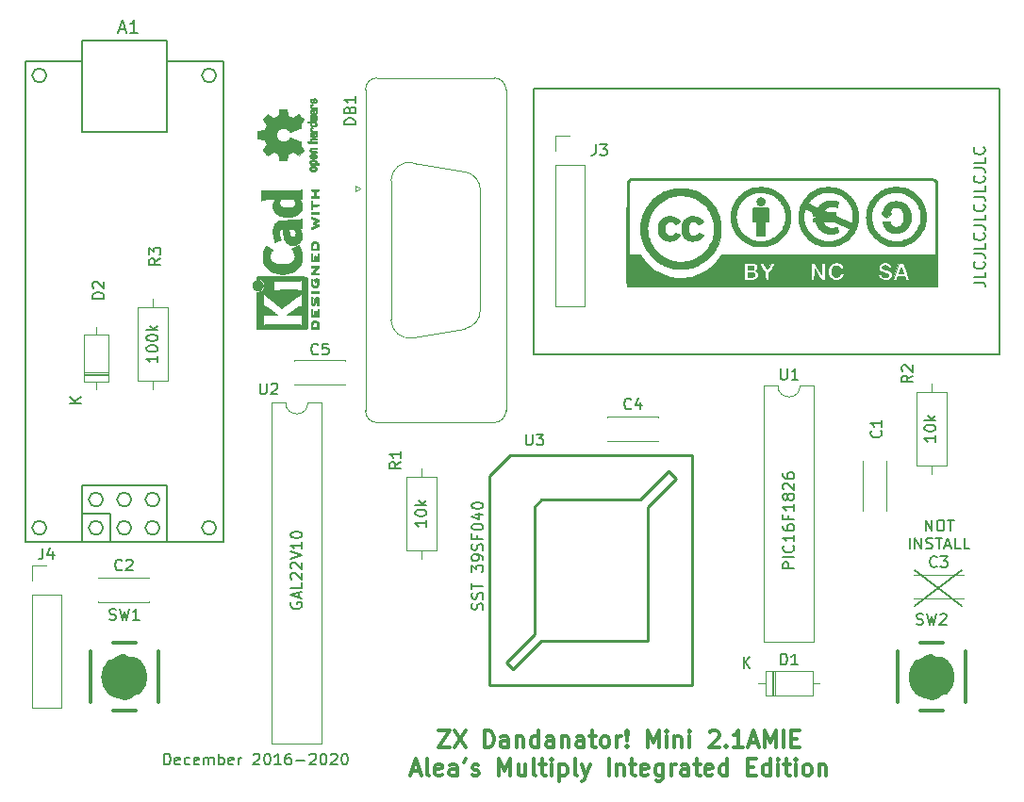
<source format=gbr>
%TF.GenerationSoftware,KiCad,Pcbnew,5.99.0-unknown-2f00a2ada~93~ubuntu20.04.1*%
%TF.CreationDate,2020-11-28T10:23:10+01:00*%
%TF.ProjectId,ZX Dandanator Mini 2.1b,5a582044-616e-4646-916e-61746f72204d,rev?*%
%TF.SameCoordinates,PX6a2f1b0PY2a6a278*%
%TF.FileFunction,Legend,Top*%
%TF.FilePolarity,Positive*%
%FSLAX46Y46*%
G04 Gerber Fmt 4.6, Leading zero omitted, Abs format (unit mm)*
G04 Created by KiCad (PCBNEW 5.99.0-unknown-2f00a2ada~93~ubuntu20.04.1) date 2020-11-28 10:23:10*
%MOMM*%
%LPD*%
G01*
G04 APERTURE LIST*
%ADD10C,0.000099*%
%ADD11C,0.150000*%
%ADD12C,0.300000*%
%ADD13C,0.120000*%
%ADD14C,0.304800*%
%ADD15C,2.540000*%
%ADD16C,0.254000*%
%ADD17C,0.010000*%
G04 APERTURE END LIST*
D10*
X59416068Y-27472601D02*
X59277714Y-27442783D01*
X59277714Y-27442783D02*
X59143871Y-27409125D01*
X59143871Y-27409125D02*
X59014154Y-27371410D01*
X59014154Y-27371410D02*
X58888177Y-27329422D01*
X58888177Y-27329422D02*
X58765553Y-27282945D01*
X58765553Y-27282945D02*
X58645898Y-27231761D01*
X58645898Y-27231761D02*
X58528826Y-27175656D01*
X58528826Y-27175656D02*
X58413951Y-27114412D01*
X58413951Y-27114412D02*
X58300888Y-27047814D01*
X58300888Y-27047814D02*
X58189250Y-26975644D01*
X58189250Y-26975644D02*
X58078653Y-26897687D01*
X58078653Y-26897687D02*
X57968711Y-26813726D01*
X57968711Y-26813726D02*
X57859038Y-26723545D01*
X57859038Y-26723545D02*
X57749249Y-26626928D01*
X57749249Y-26626928D02*
X57638957Y-26523658D01*
X57638957Y-26523658D02*
X57527778Y-26413519D01*
X57527778Y-26413519D02*
X57450905Y-26333699D01*
X57450905Y-26333699D02*
X57377999Y-26254566D01*
X57377999Y-26254566D02*
X57308904Y-26175870D01*
X57308904Y-26175870D02*
X57243461Y-26097360D01*
X57243461Y-26097360D02*
X57181513Y-26018787D01*
X57181513Y-26018787D02*
X57122902Y-25939901D01*
X57122902Y-25939901D02*
X57067471Y-25860453D01*
X57067471Y-25860453D02*
X57015063Y-25780191D01*
X57015063Y-25780191D02*
X56965519Y-25698867D01*
X56965519Y-25698867D02*
X56918682Y-25616231D01*
X56918682Y-25616231D02*
X56874395Y-25532033D01*
X56874395Y-25532033D02*
X56832499Y-25446022D01*
X56832499Y-25446022D02*
X56792838Y-25357950D01*
X56792838Y-25357950D02*
X56755253Y-25267566D01*
X56755253Y-25267566D02*
X56719588Y-25174620D01*
X56719588Y-25174620D02*
X56685684Y-25078863D01*
X56685684Y-25078863D02*
X56631256Y-24903642D01*
X56631256Y-24903642D02*
X56586023Y-24725507D01*
X56586023Y-24725507D02*
X56549942Y-24545029D01*
X56549942Y-24545029D02*
X56522970Y-24362780D01*
X56522970Y-24362780D02*
X56505067Y-24179333D01*
X56505067Y-24179333D02*
X56496189Y-23995259D01*
X56496189Y-23995259D02*
X56496294Y-23811130D01*
X56496294Y-23811130D02*
X56505340Y-23627519D01*
X56505340Y-23627519D02*
X56523286Y-23444998D01*
X56523286Y-23444998D02*
X56550088Y-23264139D01*
X56550088Y-23264139D02*
X56585705Y-23085514D01*
X56585705Y-23085514D02*
X56630094Y-22909694D01*
X56630094Y-22909694D02*
X56683214Y-22737252D01*
X56683214Y-22737252D02*
X56745021Y-22568761D01*
X56745021Y-22568761D02*
X56815475Y-22404791D01*
X56815475Y-22404791D02*
X56894532Y-22245916D01*
X56894532Y-22245916D02*
X56997753Y-22063969D01*
X56997753Y-22063969D02*
X57109022Y-21889575D01*
X57109022Y-21889575D02*
X57228061Y-21722949D01*
X57228061Y-21722949D02*
X57354588Y-21564305D01*
X57354588Y-21564305D02*
X57488322Y-21413860D01*
X57488322Y-21413860D02*
X57628982Y-21271827D01*
X57628982Y-21271827D02*
X57776289Y-21138422D01*
X57776289Y-21138422D02*
X57929961Y-21013861D01*
X57929961Y-21013861D02*
X58089717Y-20898357D01*
X58089717Y-20898357D02*
X58255277Y-20792126D01*
X58255277Y-20792126D02*
X58426361Y-20695384D01*
X58426361Y-20695384D02*
X58602687Y-20608344D01*
X58602687Y-20608344D02*
X58783974Y-20531222D01*
X58783974Y-20531222D02*
X58969943Y-20464234D01*
X58969943Y-20464234D02*
X59160311Y-20407594D01*
X59160311Y-20407594D02*
X59354800Y-20361517D01*
X59354800Y-20361517D02*
X59445352Y-20344931D01*
X59445352Y-20344931D02*
X59543260Y-20331012D01*
X59543260Y-20331012D02*
X59647437Y-20319733D01*
X59647437Y-20319733D02*
X59756797Y-20311069D01*
X59756797Y-20311069D02*
X59870254Y-20304995D01*
X59870254Y-20304995D02*
X59986722Y-20301485D01*
X59986722Y-20301485D02*
X60224347Y-20302057D01*
X60224347Y-20302057D02*
X60460984Y-20312581D01*
X60460984Y-20312581D02*
X60576218Y-20321512D01*
X60576218Y-20321512D02*
X60687946Y-20332854D01*
X60687946Y-20332854D02*
X60795083Y-20346582D01*
X60795083Y-20346582D02*
X60896544Y-20362671D01*
X60896544Y-20362671D02*
X60991241Y-20381096D01*
X60991241Y-20381096D02*
X61078090Y-20401831D01*
X61078090Y-20401831D02*
X61259485Y-20455473D01*
X61259485Y-20455473D02*
X61437624Y-20519226D01*
X61437624Y-20519226D02*
X61612128Y-20592778D01*
X61612128Y-20592778D02*
X61782618Y-20675814D01*
X61782618Y-20675814D02*
X61948715Y-20768024D01*
X61948715Y-20768024D02*
X62110040Y-20869094D01*
X62110040Y-20869094D02*
X62266214Y-20978711D01*
X62266214Y-20978711D02*
X62416859Y-21096563D01*
X62416859Y-21096563D02*
X62561594Y-21222337D01*
X62561594Y-21222337D02*
X62700041Y-21355721D01*
X62700041Y-21355721D02*
X62831822Y-21496402D01*
X62831822Y-21496402D02*
X62956557Y-21644067D01*
X62956557Y-21644067D02*
X63073867Y-21798403D01*
X63073867Y-21798403D02*
X63183373Y-21959098D01*
X63183373Y-21959098D02*
X63284697Y-22125840D01*
X63284697Y-22125840D02*
X63377459Y-22298315D01*
X63377459Y-22298315D02*
X63461439Y-22481220D01*
X63461439Y-22481220D02*
X63533886Y-22673076D01*
X63533886Y-22673076D02*
X63594810Y-22872616D01*
X63594810Y-22872616D02*
X63644226Y-23078574D01*
X63644226Y-23078574D02*
X63682145Y-23289681D01*
X63682145Y-23289681D02*
X63708581Y-23504671D01*
X63708581Y-23504671D02*
X63723547Y-23722277D01*
X63723547Y-23722277D02*
X63727055Y-23941233D01*
X63727055Y-23941233D02*
X63719118Y-24160270D01*
X63719118Y-24160270D02*
X63699749Y-24378122D01*
X63699749Y-24378122D02*
X63668961Y-24593521D01*
X63668961Y-24593521D02*
X63626766Y-24805202D01*
X63626766Y-24805202D02*
X63573177Y-25011896D01*
X63573177Y-25011896D02*
X63508208Y-25212337D01*
X63508208Y-25212337D02*
X63431871Y-25405258D01*
X63431871Y-25405258D02*
X63344178Y-25589392D01*
X63344178Y-25589392D02*
X63290808Y-25687702D01*
X63290808Y-25687702D02*
X63234026Y-25784267D01*
X63234026Y-25784267D02*
X63173940Y-25879013D01*
X63173940Y-25879013D02*
X63110654Y-25971872D01*
X63110654Y-25971872D02*
X62974911Y-26151639D01*
X62974911Y-26151639D02*
X62827644Y-26322999D01*
X62827644Y-26322999D02*
X62669701Y-26485384D01*
X62669701Y-26485384D02*
X62501930Y-26638226D01*
X62501930Y-26638226D02*
X62325179Y-26780955D01*
X62325179Y-26780955D02*
X62140295Y-26913004D01*
X62140295Y-26913004D02*
X61948127Y-27033803D01*
X61948127Y-27033803D02*
X61749522Y-27142785D01*
X61749522Y-27142785D02*
X61545327Y-27239380D01*
X61545327Y-27239380D02*
X61336392Y-27323021D01*
X61336392Y-27323021D02*
X61123563Y-27393139D01*
X61123563Y-27393139D02*
X60907689Y-27449165D01*
X60907689Y-27449165D02*
X60798875Y-27471716D01*
X60798875Y-27471716D02*
X60689617Y-27490531D01*
X60689617Y-27490531D02*
X60580022Y-27505539D01*
X60580022Y-27505539D02*
X60470195Y-27516668D01*
X60470195Y-27516668D02*
X60063766Y-27530462D01*
X60063766Y-27530462D02*
X60063766Y-27218603D01*
X60063766Y-27218603D02*
X60063766Y-26906744D01*
X60063766Y-26906744D02*
X60427368Y-26881231D01*
X60427368Y-26881231D02*
X60542547Y-26867156D01*
X60542547Y-26867156D02*
X60656741Y-26848426D01*
X60656741Y-26848426D02*
X60881695Y-26797408D01*
X60881695Y-26797408D02*
X61101279Y-26728998D01*
X61101279Y-26728998D02*
X61314544Y-26644016D01*
X61314544Y-26644016D02*
X61520540Y-26543281D01*
X61520540Y-26543281D02*
X61718317Y-26427614D01*
X61718317Y-26427614D02*
X61906925Y-26297835D01*
X61906925Y-26297835D02*
X62085414Y-26154764D01*
X62085414Y-26154764D02*
X62252834Y-25999220D01*
X62252834Y-25999220D02*
X62408235Y-25832025D01*
X62408235Y-25832025D02*
X62550668Y-25653996D01*
X62550668Y-25653996D02*
X62679183Y-25465956D01*
X62679183Y-25465956D02*
X62792829Y-25268723D01*
X62792829Y-25268723D02*
X62890656Y-25063118D01*
X62890656Y-25063118D02*
X62933342Y-24957433D01*
X62933342Y-24957433D02*
X62971716Y-24849961D01*
X62971716Y-24849961D02*
X63005661Y-24740807D01*
X63005661Y-24740807D02*
X63035058Y-24630071D01*
X63035058Y-24630071D02*
X63049999Y-24559896D01*
X63049999Y-24559896D02*
X63062903Y-24481554D01*
X63062903Y-24481554D02*
X63073773Y-24396222D01*
X63073773Y-24396222D02*
X63082612Y-24305074D01*
X63082612Y-24305074D02*
X63089423Y-24209287D01*
X63089423Y-24209287D02*
X63094209Y-24110037D01*
X63094209Y-24110037D02*
X63097719Y-23905847D01*
X63097719Y-23905847D02*
X63093165Y-23701911D01*
X63093165Y-23701911D02*
X63087871Y-23602977D01*
X63087871Y-23602977D02*
X63080572Y-23507634D01*
X63080572Y-23507634D02*
X63071268Y-23417056D01*
X63071268Y-23417056D02*
X63059965Y-23332420D01*
X63059965Y-23332420D02*
X63046663Y-23254901D01*
X63046663Y-23254901D02*
X63031368Y-23185675D01*
X63031368Y-23185675D02*
X63002389Y-23081202D01*
X63002389Y-23081202D02*
X62967870Y-22975323D01*
X62967870Y-22975323D02*
X62928146Y-22868588D01*
X62928146Y-22868588D02*
X62883556Y-22761548D01*
X62883556Y-22761548D02*
X62834437Y-22654752D01*
X62834437Y-22654752D02*
X62781127Y-22548750D01*
X62781127Y-22548750D02*
X62723962Y-22444092D01*
X62723962Y-22444092D02*
X62663280Y-22341329D01*
X62663280Y-22341329D02*
X62599419Y-22241011D01*
X62599419Y-22241011D02*
X62532716Y-22143688D01*
X62532716Y-22143688D02*
X62463508Y-22049910D01*
X62463508Y-22049910D02*
X62392132Y-21960227D01*
X62392132Y-21960227D02*
X62318927Y-21875189D01*
X62318927Y-21875189D02*
X62244229Y-21795346D01*
X62244229Y-21795346D02*
X62168376Y-21721249D01*
X62168376Y-21721249D02*
X62091706Y-21653448D01*
X62091706Y-21653448D02*
X61976596Y-21560226D01*
X61976596Y-21560226D02*
X61862174Y-21474084D01*
X61862174Y-21474084D02*
X61748039Y-21394877D01*
X61748039Y-21394877D02*
X61633789Y-21322458D01*
X61633789Y-21322458D02*
X61519024Y-21256681D01*
X61519024Y-21256681D02*
X61403342Y-21197399D01*
X61403342Y-21197399D02*
X61286344Y-21144467D01*
X61286344Y-21144467D02*
X61167628Y-21097738D01*
X61167628Y-21097738D02*
X61046793Y-21057066D01*
X61046793Y-21057066D02*
X60923438Y-21022304D01*
X60923438Y-21022304D02*
X60797162Y-20993306D01*
X60797162Y-20993306D02*
X60667566Y-20969927D01*
X60667566Y-20969927D02*
X60534246Y-20952019D01*
X60534246Y-20952019D02*
X60396804Y-20939436D01*
X60396804Y-20939436D02*
X60254837Y-20932033D01*
X60254837Y-20932033D02*
X60107945Y-20929663D01*
X60107945Y-20929663D02*
X59944755Y-20933352D01*
X59944755Y-20933352D02*
X59786005Y-20944259D01*
X59786005Y-20944259D02*
X59631512Y-20962465D01*
X59631512Y-20962465D02*
X59481089Y-20988053D01*
X59481089Y-20988053D02*
X59334552Y-21021105D01*
X59334552Y-21021105D02*
X59191716Y-21061703D01*
X59191716Y-21061703D02*
X59052397Y-21109930D01*
X59052397Y-21109930D02*
X58916408Y-21165869D01*
X58916408Y-21165869D02*
X58783565Y-21229600D01*
X58783565Y-21229600D02*
X58653684Y-21301208D01*
X58653684Y-21301208D02*
X58526579Y-21380773D01*
X58526579Y-21380773D02*
X58402065Y-21468379D01*
X58402065Y-21468379D02*
X58279957Y-21564108D01*
X58279957Y-21564108D02*
X58160071Y-21668041D01*
X58160071Y-21668041D02*
X58042221Y-21780263D01*
X58042221Y-21780263D02*
X57926222Y-21900854D01*
X57926222Y-21900854D02*
X57810953Y-22032812D01*
X57810953Y-22032812D02*
X57704788Y-22168670D01*
X57704788Y-22168670D02*
X57607684Y-22308101D01*
X57607684Y-22308101D02*
X57519595Y-22450774D01*
X57519595Y-22450774D02*
X57440478Y-22596364D01*
X57440478Y-22596364D02*
X57370289Y-22744542D01*
X57370289Y-22744542D02*
X57308984Y-22894980D01*
X57308984Y-22894980D02*
X57256518Y-23047349D01*
X57256518Y-23047349D02*
X57212849Y-23201323D01*
X57212849Y-23201323D02*
X57177931Y-23356572D01*
X57177931Y-23356572D02*
X57151720Y-23512770D01*
X57151720Y-23512770D02*
X57134173Y-23669587D01*
X57134173Y-23669587D02*
X57125245Y-23826696D01*
X57125245Y-23826696D02*
X57124893Y-23983769D01*
X57124893Y-23983769D02*
X57133072Y-24140478D01*
X57133072Y-24140478D02*
X57149739Y-24296495D01*
X57149739Y-24296495D02*
X57174848Y-24451492D01*
X57174848Y-24451492D02*
X57208357Y-24605141D01*
X57208357Y-24605141D02*
X57250221Y-24757114D01*
X57250221Y-24757114D02*
X57300396Y-24907083D01*
X57300396Y-24907083D02*
X57358838Y-25054720D01*
X57358838Y-25054720D02*
X57425503Y-25199697D01*
X57425503Y-25199697D02*
X57500347Y-25341686D01*
X57500347Y-25341686D02*
X57583325Y-25480358D01*
X57583325Y-25480358D02*
X57674395Y-25615387D01*
X57674395Y-25615387D02*
X57773511Y-25746444D01*
X57773511Y-25746444D02*
X57880629Y-25873201D01*
X57880629Y-25873201D02*
X57995707Y-25995330D01*
X57995707Y-25995330D02*
X58118699Y-26112503D01*
X58118699Y-26112503D02*
X58249561Y-26224392D01*
X58249561Y-26224392D02*
X58388250Y-26330668D01*
X58388250Y-26330668D02*
X58534721Y-26431005D01*
X58534721Y-26431005D02*
X58612877Y-26480293D01*
X58612877Y-26480293D02*
X58690007Y-26526319D01*
X58690007Y-26526319D02*
X58766380Y-26569179D01*
X58766380Y-26569179D02*
X58842261Y-26608967D01*
X58842261Y-26608967D02*
X58917920Y-26645778D01*
X58917920Y-26645778D02*
X58993625Y-26679706D01*
X58993625Y-26679706D02*
X59069641Y-26710845D01*
X59069641Y-26710845D02*
X59146238Y-26739290D01*
X59146238Y-26739290D02*
X59223684Y-26765136D01*
X59223684Y-26765136D02*
X59302245Y-26788476D01*
X59302245Y-26788476D02*
X59382189Y-26809406D01*
X59382189Y-26809406D02*
X59463785Y-26828019D01*
X59463785Y-26828019D02*
X59547299Y-26844411D01*
X59547299Y-26844411D02*
X59633000Y-26858676D01*
X59633000Y-26858676D02*
X59721156Y-26870907D01*
X59721156Y-26870907D02*
X59812033Y-26881201D01*
X59812033Y-26881201D02*
X60063767Y-26906713D01*
X60063767Y-26906713D02*
X60063767Y-27218572D01*
X60063767Y-27218572D02*
X60063767Y-27530432D01*
X60063767Y-27530432D02*
X59867974Y-27526434D01*
X59867974Y-27526434D02*
X59823417Y-27524667D01*
X59823417Y-27524667D02*
X59771744Y-27521024D01*
X59771744Y-27521024D02*
X59714809Y-27515725D01*
X59714809Y-27515725D02*
X59654466Y-27508993D01*
X59654466Y-27508993D02*
X59592568Y-27501048D01*
X59592568Y-27501048D02*
X59530968Y-27492110D01*
X59530968Y-27492110D02*
X59471521Y-27482402D01*
X59471521Y-27482402D02*
X59416079Y-27472143D01*
X59416079Y-27472143D02*
X59416068Y-27472601D01*
X59416068Y-27472601D02*
X59416068Y-27472601D01*
G36*
X60224347Y-20302057D02*
G01*
X60460984Y-20312581D01*
X60576218Y-20321512D01*
X60687946Y-20332854D01*
X60795083Y-20346582D01*
X60896544Y-20362671D01*
X60991241Y-20381096D01*
X61078090Y-20401831D01*
X61259485Y-20455473D01*
X61437624Y-20519226D01*
X61612128Y-20592778D01*
X61782618Y-20675814D01*
X61948715Y-20768024D01*
X62110040Y-20869094D01*
X62266214Y-20978711D01*
X62416859Y-21096563D01*
X62561594Y-21222337D01*
X62700041Y-21355721D01*
X62831822Y-21496402D01*
X62956557Y-21644067D01*
X63073867Y-21798403D01*
X63183373Y-21959098D01*
X63284697Y-22125840D01*
X63377459Y-22298315D01*
X63461439Y-22481220D01*
X63533886Y-22673076D01*
X63594810Y-22872616D01*
X63644226Y-23078574D01*
X63682145Y-23289681D01*
X63708581Y-23504671D01*
X63723547Y-23722277D01*
X63727055Y-23941233D01*
X63719118Y-24160270D01*
X63699749Y-24378122D01*
X63668961Y-24593521D01*
X63626766Y-24805202D01*
X63573177Y-25011896D01*
X63508208Y-25212337D01*
X63431871Y-25405258D01*
X63344178Y-25589392D01*
X63290808Y-25687702D01*
X63234026Y-25784267D01*
X63173940Y-25879013D01*
X63110654Y-25971872D01*
X62974911Y-26151639D01*
X62827644Y-26322999D01*
X62669701Y-26485384D01*
X62501930Y-26638226D01*
X62325179Y-26780955D01*
X62140295Y-26913004D01*
X61948127Y-27033803D01*
X61749522Y-27142785D01*
X61545327Y-27239380D01*
X61336392Y-27323021D01*
X61123563Y-27393139D01*
X60907689Y-27449165D01*
X60798875Y-27471716D01*
X60689617Y-27490531D01*
X60580022Y-27505539D01*
X60470195Y-27516668D01*
X60063766Y-27530462D01*
X60063766Y-27530432D01*
X59867974Y-27526434D01*
X59823417Y-27524667D01*
X59771744Y-27521024D01*
X59714809Y-27515725D01*
X59654466Y-27508993D01*
X59592568Y-27501048D01*
X59530968Y-27492110D01*
X59471521Y-27482402D01*
X59416079Y-27472143D01*
X59416068Y-27472601D01*
X59277714Y-27442783D01*
X59143871Y-27409125D01*
X59014154Y-27371410D01*
X58888177Y-27329422D01*
X58765553Y-27282945D01*
X58645898Y-27231761D01*
X58528826Y-27175656D01*
X58413951Y-27114412D01*
X58300888Y-27047814D01*
X58189250Y-26975644D01*
X58078653Y-26897687D01*
X57968711Y-26813726D01*
X57859038Y-26723545D01*
X57749249Y-26626928D01*
X57638957Y-26523658D01*
X57527778Y-26413519D01*
X57450905Y-26333699D01*
X57377999Y-26254566D01*
X57308904Y-26175870D01*
X57243461Y-26097360D01*
X57181513Y-26018787D01*
X57122902Y-25939901D01*
X57067471Y-25860453D01*
X57015063Y-25780191D01*
X56965519Y-25698867D01*
X56918682Y-25616231D01*
X56874395Y-25532033D01*
X56832499Y-25446022D01*
X56792838Y-25357950D01*
X56755253Y-25267566D01*
X56719588Y-25174620D01*
X56685684Y-25078863D01*
X56631256Y-24903642D01*
X56586023Y-24725507D01*
X56549942Y-24545029D01*
X56522970Y-24362780D01*
X56505067Y-24179333D01*
X56496189Y-23995259D01*
X56496195Y-23983769D01*
X57124893Y-23983769D01*
X57133072Y-24140478D01*
X57149739Y-24296495D01*
X57174848Y-24451492D01*
X57208357Y-24605141D01*
X57250221Y-24757114D01*
X57300396Y-24907083D01*
X57358838Y-25054720D01*
X57425503Y-25199697D01*
X57500347Y-25341686D01*
X57583325Y-25480358D01*
X57674395Y-25615387D01*
X57773511Y-25746444D01*
X57880629Y-25873201D01*
X57995707Y-25995330D01*
X58118699Y-26112503D01*
X58249561Y-26224392D01*
X58388250Y-26330668D01*
X58534721Y-26431005D01*
X58612877Y-26480293D01*
X58690007Y-26526319D01*
X58766380Y-26569179D01*
X58842261Y-26608967D01*
X58917920Y-26645778D01*
X58993625Y-26679706D01*
X59069641Y-26710845D01*
X59146238Y-26739290D01*
X59223684Y-26765136D01*
X59302245Y-26788476D01*
X59382189Y-26809406D01*
X59463785Y-26828019D01*
X59547299Y-26844411D01*
X59633000Y-26858676D01*
X59721156Y-26870907D01*
X59812033Y-26881201D01*
X60063767Y-26906713D01*
X60063767Y-26906744D01*
X60427368Y-26881231D01*
X60542547Y-26867156D01*
X60656741Y-26848426D01*
X60881695Y-26797408D01*
X61101279Y-26728998D01*
X61314544Y-26644016D01*
X61520540Y-26543281D01*
X61718317Y-26427614D01*
X61906925Y-26297835D01*
X62085414Y-26154764D01*
X62252834Y-25999220D01*
X62408235Y-25832025D01*
X62550668Y-25653996D01*
X62679183Y-25465956D01*
X62792829Y-25268723D01*
X62890656Y-25063118D01*
X62933342Y-24957433D01*
X62971716Y-24849961D01*
X63005661Y-24740807D01*
X63035058Y-24630071D01*
X63049999Y-24559896D01*
X63062903Y-24481554D01*
X63073773Y-24396222D01*
X63082612Y-24305074D01*
X63089423Y-24209287D01*
X63094209Y-24110037D01*
X63097719Y-23905847D01*
X63093165Y-23701911D01*
X63087871Y-23602977D01*
X63080572Y-23507634D01*
X63071268Y-23417056D01*
X63059965Y-23332420D01*
X63046663Y-23254901D01*
X63031368Y-23185675D01*
X63002389Y-23081202D01*
X62967870Y-22975323D01*
X62928146Y-22868588D01*
X62883556Y-22761548D01*
X62834437Y-22654752D01*
X62781127Y-22548750D01*
X62723962Y-22444092D01*
X62663280Y-22341329D01*
X62599419Y-22241011D01*
X62532716Y-22143688D01*
X62463508Y-22049910D01*
X62392132Y-21960227D01*
X62318927Y-21875189D01*
X62244229Y-21795346D01*
X62168376Y-21721249D01*
X62091706Y-21653448D01*
X61976596Y-21560226D01*
X61862174Y-21474084D01*
X61748039Y-21394877D01*
X61633789Y-21322458D01*
X61519024Y-21256681D01*
X61403342Y-21197399D01*
X61286344Y-21144467D01*
X61167628Y-21097738D01*
X61046793Y-21057066D01*
X60923438Y-21022304D01*
X60797162Y-20993306D01*
X60667566Y-20969927D01*
X60534246Y-20952019D01*
X60396804Y-20939436D01*
X60254837Y-20932033D01*
X60107945Y-20929663D01*
X59944755Y-20933352D01*
X59786005Y-20944259D01*
X59631512Y-20962465D01*
X59481089Y-20988053D01*
X59334552Y-21021105D01*
X59191716Y-21061703D01*
X59052397Y-21109930D01*
X58916408Y-21165869D01*
X58783565Y-21229600D01*
X58653684Y-21301208D01*
X58526579Y-21380773D01*
X58402065Y-21468379D01*
X58279957Y-21564108D01*
X58160071Y-21668041D01*
X58042221Y-21780263D01*
X57926222Y-21900854D01*
X57810953Y-22032812D01*
X57704788Y-22168670D01*
X57607684Y-22308101D01*
X57519595Y-22450774D01*
X57440478Y-22596364D01*
X57370289Y-22744542D01*
X57308984Y-22894980D01*
X57256518Y-23047349D01*
X57212849Y-23201323D01*
X57177931Y-23356572D01*
X57151720Y-23512770D01*
X57134173Y-23669587D01*
X57125245Y-23826696D01*
X57124893Y-23983769D01*
X56496195Y-23983769D01*
X56496294Y-23811130D01*
X56505340Y-23627519D01*
X56523286Y-23444998D01*
X56550088Y-23264139D01*
X56585705Y-23085514D01*
X56630094Y-22909694D01*
X56683214Y-22737252D01*
X56745021Y-22568761D01*
X56815475Y-22404791D01*
X56894532Y-22245916D01*
X56997753Y-22063969D01*
X57109022Y-21889575D01*
X57228061Y-21722949D01*
X57354588Y-21564305D01*
X57488322Y-21413860D01*
X57628982Y-21271827D01*
X57776289Y-21138422D01*
X57929961Y-21013861D01*
X58089717Y-20898357D01*
X58255277Y-20792126D01*
X58426361Y-20695384D01*
X58602687Y-20608344D01*
X58783974Y-20531222D01*
X58969943Y-20464234D01*
X59160311Y-20407594D01*
X59354800Y-20361517D01*
X59445352Y-20344931D01*
X59543260Y-20331012D01*
X59647437Y-20319733D01*
X59756797Y-20311069D01*
X59870254Y-20304995D01*
X59986722Y-20301485D01*
X60224347Y-20302057D01*
G37*
X60224347Y-20302057D02*
X60460984Y-20312581D01*
X60576218Y-20321512D01*
X60687946Y-20332854D01*
X60795083Y-20346582D01*
X60896544Y-20362671D01*
X60991241Y-20381096D01*
X61078090Y-20401831D01*
X61259485Y-20455473D01*
X61437624Y-20519226D01*
X61612128Y-20592778D01*
X61782618Y-20675814D01*
X61948715Y-20768024D01*
X62110040Y-20869094D01*
X62266214Y-20978711D01*
X62416859Y-21096563D01*
X62561594Y-21222337D01*
X62700041Y-21355721D01*
X62831822Y-21496402D01*
X62956557Y-21644067D01*
X63073867Y-21798403D01*
X63183373Y-21959098D01*
X63284697Y-22125840D01*
X63377459Y-22298315D01*
X63461439Y-22481220D01*
X63533886Y-22673076D01*
X63594810Y-22872616D01*
X63644226Y-23078574D01*
X63682145Y-23289681D01*
X63708581Y-23504671D01*
X63723547Y-23722277D01*
X63727055Y-23941233D01*
X63719118Y-24160270D01*
X63699749Y-24378122D01*
X63668961Y-24593521D01*
X63626766Y-24805202D01*
X63573177Y-25011896D01*
X63508208Y-25212337D01*
X63431871Y-25405258D01*
X63344178Y-25589392D01*
X63290808Y-25687702D01*
X63234026Y-25784267D01*
X63173940Y-25879013D01*
X63110654Y-25971872D01*
X62974911Y-26151639D01*
X62827644Y-26322999D01*
X62669701Y-26485384D01*
X62501930Y-26638226D01*
X62325179Y-26780955D01*
X62140295Y-26913004D01*
X61948127Y-27033803D01*
X61749522Y-27142785D01*
X61545327Y-27239380D01*
X61336392Y-27323021D01*
X61123563Y-27393139D01*
X60907689Y-27449165D01*
X60798875Y-27471716D01*
X60689617Y-27490531D01*
X60580022Y-27505539D01*
X60470195Y-27516668D01*
X60063766Y-27530462D01*
X60063766Y-27530432D01*
X59867974Y-27526434D01*
X59823417Y-27524667D01*
X59771744Y-27521024D01*
X59714809Y-27515725D01*
X59654466Y-27508993D01*
X59592568Y-27501048D01*
X59530968Y-27492110D01*
X59471521Y-27482402D01*
X59416079Y-27472143D01*
X59416068Y-27472601D01*
X59277714Y-27442783D01*
X59143871Y-27409125D01*
X59014154Y-27371410D01*
X58888177Y-27329422D01*
X58765553Y-27282945D01*
X58645898Y-27231761D01*
X58528826Y-27175656D01*
X58413951Y-27114412D01*
X58300888Y-27047814D01*
X58189250Y-26975644D01*
X58078653Y-26897687D01*
X57968711Y-26813726D01*
X57859038Y-26723545D01*
X57749249Y-26626928D01*
X57638957Y-26523658D01*
X57527778Y-26413519D01*
X57450905Y-26333699D01*
X57377999Y-26254566D01*
X57308904Y-26175870D01*
X57243461Y-26097360D01*
X57181513Y-26018787D01*
X57122902Y-25939901D01*
X57067471Y-25860453D01*
X57015063Y-25780191D01*
X56965519Y-25698867D01*
X56918682Y-25616231D01*
X56874395Y-25532033D01*
X56832499Y-25446022D01*
X56792838Y-25357950D01*
X56755253Y-25267566D01*
X56719588Y-25174620D01*
X56685684Y-25078863D01*
X56631256Y-24903642D01*
X56586023Y-24725507D01*
X56549942Y-24545029D01*
X56522970Y-24362780D01*
X56505067Y-24179333D01*
X56496189Y-23995259D01*
X56496195Y-23983769D01*
X57124893Y-23983769D01*
X57133072Y-24140478D01*
X57149739Y-24296495D01*
X57174848Y-24451492D01*
X57208357Y-24605141D01*
X57250221Y-24757114D01*
X57300396Y-24907083D01*
X57358838Y-25054720D01*
X57425503Y-25199697D01*
X57500347Y-25341686D01*
X57583325Y-25480358D01*
X57674395Y-25615387D01*
X57773511Y-25746444D01*
X57880629Y-25873201D01*
X57995707Y-25995330D01*
X58118699Y-26112503D01*
X58249561Y-26224392D01*
X58388250Y-26330668D01*
X58534721Y-26431005D01*
X58612877Y-26480293D01*
X58690007Y-26526319D01*
X58766380Y-26569179D01*
X58842261Y-26608967D01*
X58917920Y-26645778D01*
X58993625Y-26679706D01*
X59069641Y-26710845D01*
X59146238Y-26739290D01*
X59223684Y-26765136D01*
X59302245Y-26788476D01*
X59382189Y-26809406D01*
X59463785Y-26828019D01*
X59547299Y-26844411D01*
X59633000Y-26858676D01*
X59721156Y-26870907D01*
X59812033Y-26881201D01*
X60063767Y-26906713D01*
X60063767Y-26906744D01*
X60427368Y-26881231D01*
X60542547Y-26867156D01*
X60656741Y-26848426D01*
X60881695Y-26797408D01*
X61101279Y-26728998D01*
X61314544Y-26644016D01*
X61520540Y-26543281D01*
X61718317Y-26427614D01*
X61906925Y-26297835D01*
X62085414Y-26154764D01*
X62252834Y-25999220D01*
X62408235Y-25832025D01*
X62550668Y-25653996D01*
X62679183Y-25465956D01*
X62792829Y-25268723D01*
X62890656Y-25063118D01*
X62933342Y-24957433D01*
X62971716Y-24849961D01*
X63005661Y-24740807D01*
X63035058Y-24630071D01*
X63049999Y-24559896D01*
X63062903Y-24481554D01*
X63073773Y-24396222D01*
X63082612Y-24305074D01*
X63089423Y-24209287D01*
X63094209Y-24110037D01*
X63097719Y-23905847D01*
X63093165Y-23701911D01*
X63087871Y-23602977D01*
X63080572Y-23507634D01*
X63071268Y-23417056D01*
X63059965Y-23332420D01*
X63046663Y-23254901D01*
X63031368Y-23185675D01*
X63002389Y-23081202D01*
X62967870Y-22975323D01*
X62928146Y-22868588D01*
X62883556Y-22761548D01*
X62834437Y-22654752D01*
X62781127Y-22548750D01*
X62723962Y-22444092D01*
X62663280Y-22341329D01*
X62599419Y-22241011D01*
X62532716Y-22143688D01*
X62463508Y-22049910D01*
X62392132Y-21960227D01*
X62318927Y-21875189D01*
X62244229Y-21795346D01*
X62168376Y-21721249D01*
X62091706Y-21653448D01*
X61976596Y-21560226D01*
X61862174Y-21474084D01*
X61748039Y-21394877D01*
X61633789Y-21322458D01*
X61519024Y-21256681D01*
X61403342Y-21197399D01*
X61286344Y-21144467D01*
X61167628Y-21097738D01*
X61046793Y-21057066D01*
X60923438Y-21022304D01*
X60797162Y-20993306D01*
X60667566Y-20969927D01*
X60534246Y-20952019D01*
X60396804Y-20939436D01*
X60254837Y-20932033D01*
X60107945Y-20929663D01*
X59944755Y-20933352D01*
X59786005Y-20944259D01*
X59631512Y-20962465D01*
X59481089Y-20988053D01*
X59334552Y-21021105D01*
X59191716Y-21061703D01*
X59052397Y-21109930D01*
X58916408Y-21165869D01*
X58783565Y-21229600D01*
X58653684Y-21301208D01*
X58526579Y-21380773D01*
X58402065Y-21468379D01*
X58279957Y-21564108D01*
X58160071Y-21668041D01*
X58042221Y-21780263D01*
X57926222Y-21900854D01*
X57810953Y-22032812D01*
X57704788Y-22168670D01*
X57607684Y-22308101D01*
X57519595Y-22450774D01*
X57440478Y-22596364D01*
X57370289Y-22744542D01*
X57308984Y-22894980D01*
X57256518Y-23047349D01*
X57212849Y-23201323D01*
X57177931Y-23356572D01*
X57151720Y-23512770D01*
X57134173Y-23669587D01*
X57125245Y-23826696D01*
X57124893Y-23983769D01*
X56496195Y-23983769D01*
X56496294Y-23811130D01*
X56505340Y-23627519D01*
X56523286Y-23444998D01*
X56550088Y-23264139D01*
X56585705Y-23085514D01*
X56630094Y-22909694D01*
X56683214Y-22737252D01*
X56745021Y-22568761D01*
X56815475Y-22404791D01*
X56894532Y-22245916D01*
X56997753Y-22063969D01*
X57109022Y-21889575D01*
X57228061Y-21722949D01*
X57354588Y-21564305D01*
X57488322Y-21413860D01*
X57628982Y-21271827D01*
X57776289Y-21138422D01*
X57929961Y-21013861D01*
X58089717Y-20898357D01*
X58255277Y-20792126D01*
X58426361Y-20695384D01*
X58602687Y-20608344D01*
X58783974Y-20531222D01*
X58969943Y-20464234D01*
X59160311Y-20407594D01*
X59354800Y-20361517D01*
X59445352Y-20344931D01*
X59543260Y-20331012D01*
X59647437Y-20319733D01*
X59756797Y-20311069D01*
X59870254Y-20304995D01*
X59986722Y-20301485D01*
X60224347Y-20302057D01*
D11*
X85344000Y-54610000D02*
X81153000Y-57785000D01*
D10*
X66888519Y-23931585D02*
X66888519Y-23278936D01*
X66888519Y-23278936D02*
X66739345Y-23278936D01*
X66739345Y-23278936D02*
X66590170Y-23278936D01*
X66590170Y-23278936D02*
X66590170Y-22683538D01*
X66590170Y-22683538D02*
X66590536Y-22499714D01*
X66590536Y-22499714D02*
X66592070Y-22357264D01*
X66592070Y-22357264D02*
X66595424Y-22250442D01*
X66595424Y-22250442D02*
X66597987Y-22208594D01*
X66597987Y-22208594D02*
X66601249Y-22173498D01*
X66601249Y-22173498D02*
X66605292Y-22144434D01*
X66605292Y-22144434D02*
X66610197Y-22120684D01*
X66610197Y-22120684D02*
X66616046Y-22101529D01*
X66616046Y-22101529D02*
X66622920Y-22086251D01*
X66622920Y-22086251D02*
X66630901Y-22074131D01*
X66630901Y-22074131D02*
X66640071Y-22064451D01*
X66640071Y-22064451D02*
X66650510Y-22056492D01*
X66650510Y-22056492D02*
X66662300Y-22049536D01*
X66662300Y-22049536D02*
X66691139Y-22040641D01*
X66691139Y-22040641D02*
X66740265Y-22032933D01*
X66740265Y-22032933D02*
X66887784Y-22021074D01*
X66887784Y-22021074D02*
X67081672Y-22013959D01*
X67081672Y-22013959D02*
X67298745Y-22011587D01*
X67298745Y-22011587D02*
X67515818Y-22013959D01*
X67515818Y-22013959D02*
X67709706Y-22021074D01*
X67709706Y-22021074D02*
X67857226Y-22032933D01*
X67857226Y-22032933D02*
X67906352Y-22040641D01*
X67906352Y-22040641D02*
X67935192Y-22049536D01*
X67935192Y-22049536D02*
X67941267Y-22052934D01*
X67941267Y-22052934D02*
X67946993Y-22056493D01*
X67946993Y-22056493D02*
X67952380Y-22060303D01*
X67952380Y-22060303D02*
X67957439Y-22064454D01*
X67957439Y-22064454D02*
X67962181Y-22069035D01*
X67962181Y-22069035D02*
X67966614Y-22074137D01*
X67966614Y-22074137D02*
X67970750Y-22079848D01*
X67970750Y-22079848D02*
X67974599Y-22086260D01*
X67974599Y-22086260D02*
X67978171Y-22093461D01*
X67978171Y-22093461D02*
X67981475Y-22101541D01*
X67981475Y-22101541D02*
X67984523Y-22110591D01*
X67984523Y-22110591D02*
X67987325Y-22120700D01*
X67987325Y-22120700D02*
X67989890Y-22131958D01*
X67989890Y-22131958D02*
X67992230Y-22144454D01*
X67992230Y-22144454D02*
X67994353Y-22158278D01*
X67994353Y-22158278D02*
X67996271Y-22173521D01*
X67996271Y-22173521D02*
X67997993Y-22190272D01*
X67997993Y-22190272D02*
X67999531Y-22208620D01*
X67999531Y-22208620D02*
X68000893Y-22228656D01*
X68000893Y-22228656D02*
X68002091Y-22250469D01*
X68002091Y-22250469D02*
X68003134Y-22274149D01*
X68003134Y-22274149D02*
X68004033Y-22299786D01*
X68004033Y-22299786D02*
X68004798Y-22327470D01*
X68004798Y-22327470D02*
X68005438Y-22357290D01*
X68005438Y-22357290D02*
X68006389Y-22423699D01*
X68006389Y-22423699D02*
X68006967Y-22499731D01*
X68006967Y-22499731D02*
X68007254Y-22586105D01*
X68007254Y-22586105D02*
X68007332Y-22683538D01*
X68007332Y-22683538D02*
X68007332Y-23278936D01*
X68007332Y-23278936D02*
X67858156Y-23278936D01*
X67858156Y-23278936D02*
X67708982Y-23278936D01*
X67708982Y-23278936D02*
X67708982Y-23931585D01*
X67708982Y-23931585D02*
X67708982Y-24584234D01*
X67708982Y-24584234D02*
X67298750Y-24584234D01*
X67298750Y-24584234D02*
X66888517Y-24584234D01*
X66888517Y-24584234D02*
X66888519Y-23931585D01*
X66888519Y-23931585D02*
X66888519Y-23931585D01*
G36*
X67515818Y-22013959D02*
G01*
X67709706Y-22021074D01*
X67857226Y-22032933D01*
X67906352Y-22040641D01*
X67935192Y-22049536D01*
X67941267Y-22052934D01*
X67946993Y-22056493D01*
X67952380Y-22060303D01*
X67957439Y-22064454D01*
X67962181Y-22069035D01*
X67966614Y-22074137D01*
X67970750Y-22079848D01*
X67974599Y-22086260D01*
X67978171Y-22093461D01*
X67981475Y-22101541D01*
X67984523Y-22110591D01*
X67987325Y-22120700D01*
X67989890Y-22131958D01*
X67992230Y-22144454D01*
X67994353Y-22158278D01*
X67996271Y-22173521D01*
X67997993Y-22190272D01*
X67999531Y-22208620D01*
X68000893Y-22228656D01*
X68002091Y-22250469D01*
X68003134Y-22274149D01*
X68004033Y-22299786D01*
X68004798Y-22327470D01*
X68005438Y-22357290D01*
X68006389Y-22423699D01*
X68006967Y-22499731D01*
X68007254Y-22586105D01*
X68007332Y-22683538D01*
X68007332Y-23278936D01*
X67708982Y-23278936D01*
X67708982Y-24584234D01*
X66888517Y-24584234D01*
X66888519Y-23931585D01*
X66888519Y-23278936D01*
X66590170Y-23278936D01*
X66590170Y-22683538D01*
X66590536Y-22499714D01*
X66592070Y-22357264D01*
X66595424Y-22250442D01*
X66597987Y-22208594D01*
X66601249Y-22173498D01*
X66605292Y-22144434D01*
X66610197Y-22120684D01*
X66616046Y-22101529D01*
X66622920Y-22086251D01*
X66630901Y-22074131D01*
X66640071Y-22064451D01*
X66650510Y-22056492D01*
X66662300Y-22049536D01*
X66691139Y-22040641D01*
X66740265Y-22032933D01*
X66887784Y-22021074D01*
X67081672Y-22013959D01*
X67298745Y-22011587D01*
X67515818Y-22013959D01*
G37*
X67515818Y-22013959D02*
X67709706Y-22021074D01*
X67857226Y-22032933D01*
X67906352Y-22040641D01*
X67935192Y-22049536D01*
X67941267Y-22052934D01*
X67946993Y-22056493D01*
X67952380Y-22060303D01*
X67957439Y-22064454D01*
X67962181Y-22069035D01*
X67966614Y-22074137D01*
X67970750Y-22079848D01*
X67974599Y-22086260D01*
X67978171Y-22093461D01*
X67981475Y-22101541D01*
X67984523Y-22110591D01*
X67987325Y-22120700D01*
X67989890Y-22131958D01*
X67992230Y-22144454D01*
X67994353Y-22158278D01*
X67996271Y-22173521D01*
X67997993Y-22190272D01*
X67999531Y-22208620D01*
X68000893Y-22228656D01*
X68002091Y-22250469D01*
X68003134Y-22274149D01*
X68004033Y-22299786D01*
X68004798Y-22327470D01*
X68005438Y-22357290D01*
X68006389Y-22423699D01*
X68006967Y-22499731D01*
X68007254Y-22586105D01*
X68007332Y-22683538D01*
X68007332Y-23278936D01*
X67708982Y-23278936D01*
X67708982Y-24584234D01*
X66888517Y-24584234D01*
X66888519Y-23931585D01*
X66888519Y-23278936D01*
X66590170Y-23278936D01*
X66590170Y-22683538D01*
X66590536Y-22499714D01*
X66592070Y-22357264D01*
X66595424Y-22250442D01*
X66597987Y-22208594D01*
X66601249Y-22173498D01*
X66605292Y-22144434D01*
X66610197Y-22120684D01*
X66616046Y-22101529D01*
X66622920Y-22086251D01*
X66630901Y-22074131D01*
X66640071Y-22064451D01*
X66650510Y-22056492D01*
X66662300Y-22049536D01*
X66691139Y-22040641D01*
X66740265Y-22032933D01*
X66887784Y-22021074D01*
X67081672Y-22013959D01*
X67298745Y-22011587D01*
X67515818Y-22013959D01*
D11*
X81153000Y-54610000D02*
X85344000Y-57785000D01*
D10*
X79110349Y-24284796D02*
X79034826Y-24263288D01*
X79034826Y-24263288D02*
X78962226Y-24237614D01*
X78962226Y-24237614D02*
X78892610Y-24207834D01*
X78892610Y-24207834D02*
X78826040Y-24174008D01*
X78826040Y-24174008D02*
X78762578Y-24136198D01*
X78762578Y-24136198D02*
X78702286Y-24094465D01*
X78702286Y-24094465D02*
X78645226Y-24048869D01*
X78645226Y-24048869D02*
X78591460Y-23999472D01*
X78591460Y-23999472D02*
X78541049Y-23946333D01*
X78541049Y-23946333D02*
X78494056Y-23889515D01*
X78494056Y-23889515D02*
X78450543Y-23829078D01*
X78450543Y-23829078D02*
X78410572Y-23765082D01*
X78410572Y-23765082D02*
X78374204Y-23697590D01*
X78374204Y-23697590D02*
X78341501Y-23626661D01*
X78341501Y-23626661D02*
X78312525Y-23552356D01*
X78312525Y-23552356D02*
X78287339Y-23474737D01*
X78287339Y-23474737D02*
X78229859Y-23278936D01*
X78229859Y-23278936D02*
X78563493Y-23278936D01*
X78563493Y-23278936D02*
X78657200Y-23279460D01*
X78657200Y-23279460D02*
X78732251Y-23281247D01*
X78732251Y-23281247D02*
X78790544Y-23284624D01*
X78790544Y-23284624D02*
X78814000Y-23287010D01*
X78814000Y-23287010D02*
X78833979Y-23289915D01*
X78833979Y-23289915D02*
X78850718Y-23293380D01*
X78850718Y-23293380D02*
X78864455Y-23297446D01*
X78864455Y-23297446D02*
X78875427Y-23302154D01*
X78875427Y-23302154D02*
X78883872Y-23307544D01*
X78883872Y-23307544D02*
X78890027Y-23313656D01*
X78890027Y-23313656D02*
X78894129Y-23320532D01*
X78894129Y-23320532D02*
X78896417Y-23328212D01*
X78896417Y-23328212D02*
X78897126Y-23336737D01*
X78897126Y-23336737D02*
X78897460Y-23347014D01*
X78897460Y-23347014D02*
X78898446Y-23357646D01*
X78898446Y-23357646D02*
X78902299Y-23379848D01*
X78902299Y-23379848D02*
X78908523Y-23403101D01*
X78908523Y-23403101D02*
X78916957Y-23427162D01*
X78916957Y-23427162D02*
X78927442Y-23451789D01*
X78927442Y-23451789D02*
X78939815Y-23476739D01*
X78939815Y-23476739D02*
X78953916Y-23501770D01*
X78953916Y-23501770D02*
X78969584Y-23526640D01*
X78969584Y-23526640D02*
X78986658Y-23551105D01*
X78986658Y-23551105D02*
X79004977Y-23574924D01*
X79004977Y-23574924D02*
X79024380Y-23597854D01*
X79024380Y-23597854D02*
X79044706Y-23619652D01*
X79044706Y-23619652D02*
X79065795Y-23640076D01*
X79065795Y-23640076D02*
X79087484Y-23658883D01*
X79087484Y-23658883D02*
X79109614Y-23675832D01*
X79109614Y-23675832D02*
X79132024Y-23690679D01*
X79132024Y-23690679D02*
X79147471Y-23699604D01*
X79147471Y-23699604D02*
X79163528Y-23707933D01*
X79163528Y-23707933D02*
X79180208Y-23715667D01*
X79180208Y-23715667D02*
X79197525Y-23722812D01*
X79197525Y-23722812D02*
X79215495Y-23729369D01*
X79215495Y-23729369D02*
X79234132Y-23735342D01*
X79234132Y-23735342D02*
X79253449Y-23740733D01*
X79253449Y-23740733D02*
X79273463Y-23745546D01*
X79273463Y-23745546D02*
X79294186Y-23749784D01*
X79294186Y-23749784D02*
X79315633Y-23753449D01*
X79315633Y-23753449D02*
X79337820Y-23756544D01*
X79337820Y-23756544D02*
X79360760Y-23759074D01*
X79360760Y-23759074D02*
X79384467Y-23761039D01*
X79384467Y-23761039D02*
X79408957Y-23762445D01*
X79408957Y-23762445D02*
X79434244Y-23763293D01*
X79434244Y-23763293D02*
X79460341Y-23763586D01*
X79460341Y-23763586D02*
X79510378Y-23762418D01*
X79510378Y-23762418D02*
X79557745Y-23758777D01*
X79557745Y-23758777D02*
X79602599Y-23752561D01*
X79602599Y-23752561D02*
X79645097Y-23743667D01*
X79645097Y-23743667D02*
X79685393Y-23731993D01*
X79685393Y-23731993D02*
X79704764Y-23725081D01*
X79704764Y-23725081D02*
X79723644Y-23717435D01*
X79723644Y-23717435D02*
X79742051Y-23709044D01*
X79742051Y-23709044D02*
X79760006Y-23699893D01*
X79760006Y-23699893D02*
X79777527Y-23689970D01*
X79777527Y-23689970D02*
X79794635Y-23679262D01*
X79794635Y-23679262D02*
X79811348Y-23667757D01*
X79811348Y-23667757D02*
X79827687Y-23655441D01*
X79827687Y-23655441D02*
X79859318Y-23628327D01*
X79859318Y-23628327D02*
X79889683Y-23597818D01*
X79889683Y-23597818D02*
X79918940Y-23563811D01*
X79918940Y-23563811D02*
X79947244Y-23526203D01*
X79947244Y-23526203D02*
X79974751Y-23484893D01*
X79974751Y-23484893D02*
X80001616Y-23439777D01*
X80001616Y-23439777D02*
X80027997Y-23390753D01*
X80027997Y-23390753D02*
X80045396Y-23356485D01*
X80045396Y-23356485D02*
X80060737Y-23325152D01*
X80060737Y-23325152D02*
X80074130Y-23296070D01*
X80074130Y-23296070D02*
X80085682Y-23268558D01*
X80085682Y-23268558D02*
X80095504Y-23241933D01*
X80095504Y-23241933D02*
X80103705Y-23215510D01*
X80103705Y-23215510D02*
X80110394Y-23188608D01*
X80110394Y-23188608D02*
X80115681Y-23160543D01*
X80115681Y-23160543D02*
X80119676Y-23130633D01*
X80119676Y-23130633D02*
X80122486Y-23098195D01*
X80122486Y-23098195D02*
X80124223Y-23062546D01*
X80124223Y-23062546D02*
X80124994Y-23023002D01*
X80124994Y-23023002D02*
X80124910Y-22978882D01*
X80124910Y-22978882D02*
X80124080Y-22929502D01*
X80124080Y-22929502D02*
X80120618Y-22812231D01*
X80120618Y-22812231D02*
X80116170Y-22701274D01*
X80116170Y-22701274D02*
X80110574Y-22610447D01*
X80110574Y-22610447D02*
X80107086Y-22571338D01*
X80107086Y-22571338D02*
X80102998Y-22535770D01*
X80102998Y-22535770D02*
X80098208Y-22503245D01*
X80098208Y-22503245D02*
X80092611Y-22473265D01*
X80092611Y-22473265D02*
X80086103Y-22445332D01*
X80086103Y-22445332D02*
X80078580Y-22418950D01*
X80078580Y-22418950D02*
X80069938Y-22393621D01*
X80069938Y-22393621D02*
X80060074Y-22368847D01*
X80060074Y-22368847D02*
X80048882Y-22344131D01*
X80048882Y-22344131D02*
X80036260Y-22318975D01*
X80036260Y-22318975D02*
X80006307Y-22265356D01*
X80006307Y-22265356D02*
X79994111Y-22245334D01*
X79994111Y-22245334D02*
X79981406Y-22226015D01*
X79981406Y-22226015D02*
X79968199Y-22207404D01*
X79968199Y-22207404D02*
X79954495Y-22189502D01*
X79954495Y-22189502D02*
X79940302Y-22172313D01*
X79940302Y-22172313D02*
X79925624Y-22155838D01*
X79925624Y-22155838D02*
X79910467Y-22140081D01*
X79910467Y-22140081D02*
X79894838Y-22125045D01*
X79894838Y-22125045D02*
X79878743Y-22110731D01*
X79878743Y-22110731D02*
X79862188Y-22097144D01*
X79862188Y-22097144D02*
X79845178Y-22084286D01*
X79845178Y-22084286D02*
X79827720Y-22072159D01*
X79827720Y-22072159D02*
X79809820Y-22060766D01*
X79809820Y-22060766D02*
X79791483Y-22050110D01*
X79791483Y-22050110D02*
X79772716Y-22040193D01*
X79772716Y-22040193D02*
X79753526Y-22031019D01*
X79753526Y-22031019D02*
X79733916Y-22022590D01*
X79733916Y-22022590D02*
X79713895Y-22014909D01*
X79713895Y-22014909D02*
X79693468Y-22007979D01*
X79693468Y-22007979D02*
X79672640Y-22001801D01*
X79672640Y-22001801D02*
X79651419Y-21996380D01*
X79651419Y-21996380D02*
X79629809Y-21991718D01*
X79629809Y-21991718D02*
X79607817Y-21987817D01*
X79607817Y-21987817D02*
X79585449Y-21984681D01*
X79585449Y-21984681D02*
X79562711Y-21982312D01*
X79562711Y-21982312D02*
X79539609Y-21980712D01*
X79539609Y-21980712D02*
X79516149Y-21979885D01*
X79516149Y-21979885D02*
X79492337Y-21979833D01*
X79492337Y-21979833D02*
X79468179Y-21980559D01*
X79468179Y-21980559D02*
X79443681Y-21982066D01*
X79443681Y-21982066D02*
X79418849Y-21984356D01*
X79418849Y-21984356D02*
X79393689Y-21987432D01*
X79393689Y-21987432D02*
X79344655Y-21995424D01*
X79344655Y-21995424D02*
X79298335Y-22005585D01*
X79298335Y-22005585D02*
X79254694Y-22017945D01*
X79254694Y-22017945D02*
X79213693Y-22032538D01*
X79213693Y-22032538D02*
X79175297Y-22049393D01*
X79175297Y-22049393D02*
X79139468Y-22068544D01*
X79139468Y-22068544D02*
X79106169Y-22090021D01*
X79106169Y-22090021D02*
X79090457Y-22101641D01*
X79090457Y-22101641D02*
X79075363Y-22113855D01*
X79075363Y-22113855D02*
X79060884Y-22126667D01*
X79060884Y-22126667D02*
X79047015Y-22140079D01*
X79047015Y-22140079D02*
X79033750Y-22154097D01*
X79033750Y-22154097D02*
X79021086Y-22168724D01*
X79021086Y-22168724D02*
X79009017Y-22183964D01*
X79009017Y-22183964D02*
X78997539Y-22199821D01*
X78997539Y-22199821D02*
X78976339Y-22233402D01*
X78976339Y-22233402D02*
X78957447Y-22269498D01*
X78957447Y-22269498D02*
X78940828Y-22308141D01*
X78940828Y-22308141D02*
X78926444Y-22349363D01*
X78926444Y-22349363D02*
X78914258Y-22393194D01*
X78914258Y-22393194D02*
X78910478Y-22409147D01*
X78910478Y-22409147D02*
X78907453Y-22423388D01*
X78907453Y-22423388D02*
X78905238Y-22436011D01*
X78905238Y-22436011D02*
X78903891Y-22447111D01*
X78903891Y-22447111D02*
X78903561Y-22452119D01*
X78903561Y-22452119D02*
X78903468Y-22456781D01*
X78903468Y-22456781D02*
X78903620Y-22461110D01*
X78903620Y-22461110D02*
X78904025Y-22465116D01*
X78904025Y-22465116D02*
X78904688Y-22468813D01*
X78904688Y-22468813D02*
X78905618Y-22472211D01*
X78905618Y-22472211D02*
X78906821Y-22475322D01*
X78906821Y-22475322D02*
X78908304Y-22478159D01*
X78908304Y-22478159D02*
X78910075Y-22480732D01*
X78910075Y-22480732D02*
X78912140Y-22483054D01*
X78912140Y-22483054D02*
X78914507Y-22485137D01*
X78914507Y-22485137D02*
X78917182Y-22486991D01*
X78917182Y-22486991D02*
X78920173Y-22488630D01*
X78920173Y-22488630D02*
X78923486Y-22490064D01*
X78923486Y-22490064D02*
X78927129Y-22491306D01*
X78927129Y-22491306D02*
X78931109Y-22492367D01*
X78931109Y-22492367D02*
X78935433Y-22493259D01*
X78935433Y-22493259D02*
X78940108Y-22493994D01*
X78940108Y-22493994D02*
X78950538Y-22495040D01*
X78950538Y-22495040D02*
X78962456Y-22495598D01*
X78962456Y-22495598D02*
X78975919Y-22495764D01*
X78975919Y-22495764D02*
X78982689Y-22495863D01*
X78982689Y-22495863D02*
X78988881Y-22496179D01*
X78988881Y-22496179D02*
X78994479Y-22496738D01*
X78994479Y-22496738D02*
X78999464Y-22497566D01*
X78999464Y-22497566D02*
X79003821Y-22498691D01*
X79003821Y-22498691D02*
X79007533Y-22500139D01*
X79007533Y-22500139D02*
X79009142Y-22500992D01*
X79009142Y-22500992D02*
X79010583Y-22501936D01*
X79010583Y-22501936D02*
X79011854Y-22502974D01*
X79011854Y-22502974D02*
X79012954Y-22504109D01*
X79012954Y-22504109D02*
X79013880Y-22505345D01*
X79013880Y-22505345D02*
X79014629Y-22506685D01*
X79014629Y-22506685D02*
X79015201Y-22508132D01*
X79015201Y-22508132D02*
X79015592Y-22509690D01*
X79015592Y-22509690D02*
X79015801Y-22511362D01*
X79015801Y-22511362D02*
X79015825Y-22513151D01*
X79015825Y-22513151D02*
X79015663Y-22515060D01*
X79015663Y-22515060D02*
X79015313Y-22517094D01*
X79015313Y-22517094D02*
X79014037Y-22521546D01*
X79014037Y-22521546D02*
X79011982Y-22526533D01*
X79011982Y-22526533D02*
X79009130Y-22532083D01*
X79009130Y-22532083D02*
X79005465Y-22538221D01*
X79005465Y-22538221D02*
X79000970Y-22544975D01*
X79000970Y-22544975D02*
X78995628Y-22552370D01*
X78995628Y-22552370D02*
X78989422Y-22560434D01*
X78989422Y-22560434D02*
X78982336Y-22569194D01*
X78982336Y-22569194D02*
X78974352Y-22578674D01*
X78974352Y-22578674D02*
X78965454Y-22588903D01*
X78965454Y-22588903D02*
X78955626Y-22599907D01*
X78955626Y-22599907D02*
X78944849Y-22611712D01*
X78944849Y-22611712D02*
X78920386Y-22637833D01*
X78920386Y-22637833D02*
X78891930Y-22667479D01*
X78891930Y-22667479D02*
X78859347Y-22700862D01*
X78859347Y-22700862D02*
X78822503Y-22738195D01*
X78822503Y-22738195D02*
X78582212Y-22980657D01*
X78582212Y-22980657D02*
X78347899Y-22748419D01*
X78347899Y-22748419D02*
X78281517Y-22681858D01*
X78281517Y-22681858D02*
X78254058Y-22653577D01*
X78254058Y-22653577D02*
X78230245Y-22628360D01*
X78230245Y-22628360D02*
X78209949Y-22606004D01*
X78209949Y-22606004D02*
X78193037Y-22586307D01*
X78193037Y-22586307D02*
X78179380Y-22569067D01*
X78179380Y-22569067D02*
X78168847Y-22554083D01*
X78168847Y-22554083D02*
X78161306Y-22541151D01*
X78161306Y-22541151D02*
X78158617Y-22535392D01*
X78158617Y-22535392D02*
X78156626Y-22530070D01*
X78156626Y-22530070D02*
X78155319Y-22525160D01*
X78155319Y-22525160D02*
X78154678Y-22520637D01*
X78154678Y-22520637D02*
X78154686Y-22516475D01*
X78154686Y-22516475D02*
X78155329Y-22512650D01*
X78155329Y-22512650D02*
X78156589Y-22509136D01*
X78156589Y-22509136D02*
X78158449Y-22505908D01*
X78158449Y-22505908D02*
X78160894Y-22502940D01*
X78160894Y-22502940D02*
X78163908Y-22500208D01*
X78163908Y-22500208D02*
X78171573Y-22495348D01*
X78171573Y-22495348D02*
X78181315Y-22491125D01*
X78181315Y-22491125D02*
X78184917Y-22489606D01*
X78184917Y-22489606D02*
X78188587Y-22487699D01*
X78188587Y-22487699D02*
X78192320Y-22485415D01*
X78192320Y-22485415D02*
X78196109Y-22482766D01*
X78196109Y-22482766D02*
X78199946Y-22479761D01*
X78199946Y-22479761D02*
X78203826Y-22476412D01*
X78203826Y-22476412D02*
X78207742Y-22472729D01*
X78207742Y-22472729D02*
X78211687Y-22468723D01*
X78211687Y-22468723D02*
X78219635Y-22459786D01*
X78219635Y-22459786D02*
X78227619Y-22449686D01*
X78227619Y-22449686D02*
X78235584Y-22438512D01*
X78235584Y-22438512D02*
X78243476Y-22426348D01*
X78243476Y-22426348D02*
X78251241Y-22413280D01*
X78251241Y-22413280D02*
X78258827Y-22399397D01*
X78258827Y-22399397D02*
X78266178Y-22384783D01*
X78266178Y-22384783D02*
X78273241Y-22369524D01*
X78273241Y-22369524D02*
X78279963Y-22353708D01*
X78279963Y-22353708D02*
X78286289Y-22337421D01*
X78286289Y-22337421D02*
X78292166Y-22320749D01*
X78292166Y-22320749D02*
X78297540Y-22303778D01*
X78297540Y-22303778D02*
X78312680Y-22255079D01*
X78312680Y-22255079D02*
X78328326Y-22208758D01*
X78328326Y-22208758D02*
X78344576Y-22164654D01*
X78344576Y-22164654D02*
X78361531Y-22122604D01*
X78361531Y-22122604D02*
X78379289Y-22082445D01*
X78379289Y-22082445D02*
X78397950Y-22044016D01*
X78397950Y-22044016D02*
X78417614Y-22007154D01*
X78417614Y-22007154D02*
X78438379Y-21971697D01*
X78438379Y-21971697D02*
X78460347Y-21937482D01*
X78460347Y-21937482D02*
X78483615Y-21904349D01*
X78483615Y-21904349D02*
X78508285Y-21872133D01*
X78508285Y-21872133D02*
X78534454Y-21840674D01*
X78534454Y-21840674D02*
X78562223Y-21809808D01*
X78562223Y-21809808D02*
X78591691Y-21779374D01*
X78591691Y-21779374D02*
X78622958Y-21749210D01*
X78622958Y-21749210D02*
X78656123Y-21719152D01*
X78656123Y-21719152D02*
X78701213Y-21681038D01*
X78701213Y-21681038D02*
X78746258Y-21646222D01*
X78746258Y-21646222D02*
X78791539Y-21614621D01*
X78791539Y-21614621D02*
X78837336Y-21586151D01*
X78837336Y-21586151D02*
X78883929Y-21560729D01*
X78883929Y-21560729D02*
X78931596Y-21538271D01*
X78931596Y-21538271D02*
X78980618Y-21518693D01*
X78980618Y-21518693D02*
X79031274Y-21501913D01*
X79031274Y-21501913D02*
X79083845Y-21487846D01*
X79083845Y-21487846D02*
X79138609Y-21476410D01*
X79138609Y-21476410D02*
X79195847Y-21467520D01*
X79195847Y-21467520D02*
X79255839Y-21461094D01*
X79255839Y-21461094D02*
X79318863Y-21457047D01*
X79318863Y-21457047D02*
X79385200Y-21455296D01*
X79385200Y-21455296D02*
X79455130Y-21455758D01*
X79455130Y-21455758D02*
X79528932Y-21458349D01*
X79528932Y-21458349D02*
X79603614Y-21463141D01*
X79603614Y-21463141D02*
X79675060Y-21470296D01*
X79675060Y-21470296D02*
X79743457Y-21479896D01*
X79743457Y-21479896D02*
X79808995Y-21492026D01*
X79808995Y-21492026D02*
X79871861Y-21506769D01*
X79871861Y-21506769D02*
X79932245Y-21524211D01*
X79932245Y-21524211D02*
X79990335Y-21544434D01*
X79990335Y-21544434D02*
X80046320Y-21567522D01*
X80046320Y-21567522D02*
X80100389Y-21593560D01*
X80100389Y-21593560D02*
X80152729Y-21622631D01*
X80152729Y-21622631D02*
X80203530Y-21654819D01*
X80203530Y-21654819D02*
X80252980Y-21690208D01*
X80252980Y-21690208D02*
X80301268Y-21728882D01*
X80301268Y-21728882D02*
X80348583Y-21770925D01*
X80348583Y-21770925D02*
X80395113Y-21816421D01*
X80395113Y-21816421D02*
X80441047Y-21865454D01*
X80441047Y-21865454D02*
X80487434Y-21918865D01*
X80487434Y-21918865D02*
X80529769Y-21971595D01*
X80529769Y-21971595D02*
X80568199Y-22024089D01*
X80568199Y-22024089D02*
X80602871Y-22076793D01*
X80602871Y-22076793D02*
X80633934Y-22130155D01*
X80633934Y-22130155D02*
X80661536Y-22184620D01*
X80661536Y-22184620D02*
X80685824Y-22240635D01*
X80685824Y-22240635D02*
X80706946Y-22298647D01*
X80706946Y-22298647D02*
X80725050Y-22359101D01*
X80725050Y-22359101D02*
X80740284Y-22422446D01*
X80740284Y-22422446D02*
X80752795Y-22489126D01*
X80752795Y-22489126D02*
X80762732Y-22559588D01*
X80762732Y-22559588D02*
X80770243Y-22634279D01*
X80770243Y-22634279D02*
X80775474Y-22713645D01*
X80775474Y-22713645D02*
X80778574Y-22798133D01*
X80778574Y-22798133D02*
X80779691Y-22888189D01*
X80779691Y-22888189D02*
X80779437Y-23018820D01*
X80779437Y-23018820D02*
X80777326Y-23122607D01*
X80777326Y-23122607D02*
X80775196Y-23166476D01*
X80775196Y-23166476D02*
X80772150Y-23206086D01*
X80772150Y-23206086D02*
X80768037Y-23242254D01*
X80768037Y-23242254D02*
X80762705Y-23275797D01*
X80762705Y-23275797D02*
X80756005Y-23307532D01*
X80756005Y-23307532D02*
X80747785Y-23338276D01*
X80747785Y-23338276D02*
X80737895Y-23368847D01*
X80737895Y-23368847D02*
X80726184Y-23400062D01*
X80726184Y-23400062D02*
X80712502Y-23432738D01*
X80712502Y-23432738D02*
X80696697Y-23467692D01*
X80696697Y-23467692D02*
X80658118Y-23547705D01*
X80658118Y-23547705D02*
X80628473Y-23604548D01*
X80628473Y-23604548D02*
X80596298Y-23659885D01*
X80596298Y-23659885D02*
X80561716Y-23713602D01*
X80561716Y-23713602D02*
X80524851Y-23765583D01*
X80524851Y-23765583D02*
X80485824Y-23815714D01*
X80485824Y-23815714D02*
X80444758Y-23863881D01*
X80444758Y-23863881D02*
X80401776Y-23909967D01*
X80401776Y-23909967D02*
X80356999Y-23953859D01*
X80356999Y-23953859D02*
X80310552Y-23995442D01*
X80310552Y-23995442D02*
X80262556Y-24034601D01*
X80262556Y-24034601D02*
X80213133Y-24071221D01*
X80213133Y-24071221D02*
X80162407Y-24105188D01*
X80162407Y-24105188D02*
X80110500Y-24136386D01*
X80110500Y-24136386D02*
X80057535Y-24164702D01*
X80057535Y-24164702D02*
X80003633Y-24190020D01*
X80003633Y-24190020D02*
X79948918Y-24212225D01*
X79948918Y-24212225D02*
X79901678Y-24228609D01*
X79901678Y-24228609D02*
X79851511Y-24243608D01*
X79851511Y-24243608D02*
X79798896Y-24257179D01*
X79798896Y-24257179D02*
X79744314Y-24269282D01*
X79744314Y-24269282D02*
X79688243Y-24279875D01*
X79688243Y-24279875D02*
X79631163Y-24288916D01*
X79631163Y-24288916D02*
X79573554Y-24296363D01*
X79573554Y-24296363D02*
X79515894Y-24302175D01*
X79515894Y-24302175D02*
X79458664Y-24306311D01*
X79458664Y-24306311D02*
X79402343Y-24308729D01*
X79402343Y-24308729D02*
X79347411Y-24309387D01*
X79347411Y-24309387D02*
X79294346Y-24308244D01*
X79294346Y-24308244D02*
X79243628Y-24305257D01*
X79243628Y-24305257D02*
X79195738Y-24300387D01*
X79195738Y-24300387D02*
X79151153Y-24293590D01*
X79151153Y-24293590D02*
X79110354Y-24284826D01*
X79110354Y-24284826D02*
X79110349Y-24284796D01*
X79110349Y-24284796D02*
X79110349Y-24284796D01*
G36*
X79455130Y-21455758D02*
G01*
X79528932Y-21458349D01*
X79603614Y-21463141D01*
X79675060Y-21470296D01*
X79743457Y-21479896D01*
X79808995Y-21492026D01*
X79871861Y-21506769D01*
X79932245Y-21524211D01*
X79990335Y-21544434D01*
X80046320Y-21567522D01*
X80100389Y-21593560D01*
X80152729Y-21622631D01*
X80203530Y-21654819D01*
X80252980Y-21690208D01*
X80301268Y-21728882D01*
X80348583Y-21770925D01*
X80395113Y-21816421D01*
X80441047Y-21865454D01*
X80487434Y-21918865D01*
X80529769Y-21971595D01*
X80568199Y-22024089D01*
X80602871Y-22076793D01*
X80633934Y-22130155D01*
X80661536Y-22184620D01*
X80685824Y-22240635D01*
X80706946Y-22298647D01*
X80725050Y-22359101D01*
X80740284Y-22422446D01*
X80752795Y-22489126D01*
X80762732Y-22559588D01*
X80770243Y-22634279D01*
X80775474Y-22713645D01*
X80778574Y-22798133D01*
X80779691Y-22888189D01*
X80779437Y-23018820D01*
X80777326Y-23122607D01*
X80775196Y-23166476D01*
X80772150Y-23206086D01*
X80768037Y-23242254D01*
X80762705Y-23275797D01*
X80756005Y-23307532D01*
X80747785Y-23338276D01*
X80737895Y-23368847D01*
X80726184Y-23400062D01*
X80712502Y-23432738D01*
X80696697Y-23467692D01*
X80658118Y-23547705D01*
X80628473Y-23604548D01*
X80596298Y-23659885D01*
X80561716Y-23713602D01*
X80524851Y-23765583D01*
X80485824Y-23815714D01*
X80444758Y-23863881D01*
X80401776Y-23909967D01*
X80356999Y-23953859D01*
X80310552Y-23995442D01*
X80262556Y-24034601D01*
X80213133Y-24071221D01*
X80162407Y-24105188D01*
X80110500Y-24136386D01*
X80057535Y-24164702D01*
X80003633Y-24190020D01*
X79948918Y-24212225D01*
X79901678Y-24228609D01*
X79851511Y-24243608D01*
X79798896Y-24257179D01*
X79744314Y-24269282D01*
X79688243Y-24279875D01*
X79631163Y-24288916D01*
X79573554Y-24296363D01*
X79515894Y-24302175D01*
X79458664Y-24306311D01*
X79402343Y-24308729D01*
X79347411Y-24309387D01*
X79294346Y-24308244D01*
X79243628Y-24305257D01*
X79195738Y-24300387D01*
X79151153Y-24293590D01*
X79110354Y-24284826D01*
X79110349Y-24284796D01*
X79034826Y-24263288D01*
X78962226Y-24237614D01*
X78892610Y-24207834D01*
X78826040Y-24174008D01*
X78762578Y-24136198D01*
X78702286Y-24094465D01*
X78645226Y-24048869D01*
X78591460Y-23999472D01*
X78541049Y-23946333D01*
X78494056Y-23889515D01*
X78450543Y-23829078D01*
X78410572Y-23765082D01*
X78374204Y-23697590D01*
X78341501Y-23626661D01*
X78312525Y-23552356D01*
X78287339Y-23474737D01*
X78229859Y-23278936D01*
X78563493Y-23278936D01*
X78657200Y-23279460D01*
X78732251Y-23281247D01*
X78790544Y-23284624D01*
X78814000Y-23287010D01*
X78833979Y-23289915D01*
X78850718Y-23293380D01*
X78864455Y-23297446D01*
X78875427Y-23302154D01*
X78883872Y-23307544D01*
X78890027Y-23313656D01*
X78894129Y-23320532D01*
X78896417Y-23328212D01*
X78897126Y-23336737D01*
X78897460Y-23347014D01*
X78898446Y-23357646D01*
X78902299Y-23379848D01*
X78908523Y-23403101D01*
X78916957Y-23427162D01*
X78927442Y-23451789D01*
X78939815Y-23476739D01*
X78953916Y-23501770D01*
X78969584Y-23526640D01*
X78986658Y-23551105D01*
X79004977Y-23574924D01*
X79024380Y-23597854D01*
X79044706Y-23619652D01*
X79065795Y-23640076D01*
X79087484Y-23658883D01*
X79109614Y-23675832D01*
X79132024Y-23690679D01*
X79147471Y-23699604D01*
X79163528Y-23707933D01*
X79180208Y-23715667D01*
X79197525Y-23722812D01*
X79215495Y-23729369D01*
X79234132Y-23735342D01*
X79253449Y-23740733D01*
X79273463Y-23745546D01*
X79294186Y-23749784D01*
X79315633Y-23753449D01*
X79337820Y-23756544D01*
X79360760Y-23759074D01*
X79384467Y-23761039D01*
X79408957Y-23762445D01*
X79434244Y-23763293D01*
X79460341Y-23763586D01*
X79510378Y-23762418D01*
X79557745Y-23758777D01*
X79602599Y-23752561D01*
X79645097Y-23743667D01*
X79685393Y-23731993D01*
X79704764Y-23725081D01*
X79723644Y-23717435D01*
X79742051Y-23709044D01*
X79760006Y-23699893D01*
X79777527Y-23689970D01*
X79794635Y-23679262D01*
X79811348Y-23667757D01*
X79827687Y-23655441D01*
X79859318Y-23628327D01*
X79889683Y-23597818D01*
X79918940Y-23563811D01*
X79947244Y-23526203D01*
X79974751Y-23484893D01*
X80001616Y-23439777D01*
X80027997Y-23390753D01*
X80045396Y-23356485D01*
X80060737Y-23325152D01*
X80074130Y-23296070D01*
X80085682Y-23268558D01*
X80095504Y-23241933D01*
X80103705Y-23215510D01*
X80110394Y-23188608D01*
X80115681Y-23160543D01*
X80119676Y-23130633D01*
X80122486Y-23098195D01*
X80124223Y-23062546D01*
X80124994Y-23023002D01*
X80124910Y-22978882D01*
X80124080Y-22929502D01*
X80120618Y-22812231D01*
X80116170Y-22701274D01*
X80110574Y-22610447D01*
X80107086Y-22571338D01*
X80102998Y-22535770D01*
X80098208Y-22503245D01*
X80092611Y-22473265D01*
X80086103Y-22445332D01*
X80078580Y-22418950D01*
X80069938Y-22393621D01*
X80060074Y-22368847D01*
X80048882Y-22344131D01*
X80036260Y-22318975D01*
X80006307Y-22265356D01*
X79994111Y-22245334D01*
X79981406Y-22226015D01*
X79968199Y-22207404D01*
X79954495Y-22189502D01*
X79940302Y-22172313D01*
X79925624Y-22155838D01*
X79910467Y-22140081D01*
X79894838Y-22125045D01*
X79878743Y-22110731D01*
X79862188Y-22097144D01*
X79845178Y-22084286D01*
X79827720Y-22072159D01*
X79809820Y-22060766D01*
X79791483Y-22050110D01*
X79772716Y-22040193D01*
X79753526Y-22031019D01*
X79733916Y-22022590D01*
X79713895Y-22014909D01*
X79693468Y-22007979D01*
X79672640Y-22001801D01*
X79651419Y-21996380D01*
X79629809Y-21991718D01*
X79607817Y-21987817D01*
X79585449Y-21984681D01*
X79562711Y-21982312D01*
X79539609Y-21980712D01*
X79516149Y-21979885D01*
X79492337Y-21979833D01*
X79468179Y-21980559D01*
X79443681Y-21982066D01*
X79418849Y-21984356D01*
X79393689Y-21987432D01*
X79344655Y-21995424D01*
X79298335Y-22005585D01*
X79254694Y-22017945D01*
X79213693Y-22032538D01*
X79175297Y-22049393D01*
X79139468Y-22068544D01*
X79106169Y-22090021D01*
X79090457Y-22101641D01*
X79075363Y-22113855D01*
X79060884Y-22126667D01*
X79047015Y-22140079D01*
X79033750Y-22154097D01*
X79021086Y-22168724D01*
X79009017Y-22183964D01*
X78997539Y-22199821D01*
X78976339Y-22233402D01*
X78957447Y-22269498D01*
X78940828Y-22308141D01*
X78926444Y-22349363D01*
X78914258Y-22393194D01*
X78910478Y-22409147D01*
X78907453Y-22423388D01*
X78905238Y-22436011D01*
X78903891Y-22447111D01*
X78903561Y-22452119D01*
X78903468Y-22456781D01*
X78903620Y-22461110D01*
X78904025Y-22465116D01*
X78904688Y-22468813D01*
X78905618Y-22472211D01*
X78906821Y-22475322D01*
X78908304Y-22478159D01*
X78910075Y-22480732D01*
X78912140Y-22483054D01*
X78914507Y-22485137D01*
X78917182Y-22486991D01*
X78920173Y-22488630D01*
X78923486Y-22490064D01*
X78927129Y-22491306D01*
X78931109Y-22492367D01*
X78935433Y-22493259D01*
X78940108Y-22493994D01*
X78950538Y-22495040D01*
X78962456Y-22495598D01*
X78975919Y-22495764D01*
X78982689Y-22495863D01*
X78988881Y-22496179D01*
X78994479Y-22496738D01*
X78999464Y-22497566D01*
X79003821Y-22498691D01*
X79007533Y-22500139D01*
X79009142Y-22500992D01*
X79010583Y-22501936D01*
X79011854Y-22502974D01*
X79012954Y-22504109D01*
X79013880Y-22505345D01*
X79014629Y-22506685D01*
X79015201Y-22508132D01*
X79015592Y-22509690D01*
X79015801Y-22511362D01*
X79015825Y-22513151D01*
X79015663Y-22515060D01*
X79015313Y-22517094D01*
X79014037Y-22521546D01*
X79011982Y-22526533D01*
X79009130Y-22532083D01*
X79005465Y-22538221D01*
X79000970Y-22544975D01*
X78995628Y-22552370D01*
X78989422Y-22560434D01*
X78982336Y-22569194D01*
X78974352Y-22578674D01*
X78965454Y-22588903D01*
X78955626Y-22599907D01*
X78944849Y-22611712D01*
X78920386Y-22637833D01*
X78891930Y-22667479D01*
X78859347Y-22700862D01*
X78822503Y-22738195D01*
X78582212Y-22980657D01*
X78347899Y-22748419D01*
X78281517Y-22681858D01*
X78254058Y-22653577D01*
X78230245Y-22628360D01*
X78209949Y-22606004D01*
X78193037Y-22586307D01*
X78179380Y-22569067D01*
X78168847Y-22554083D01*
X78161306Y-22541151D01*
X78158617Y-22535392D01*
X78156626Y-22530070D01*
X78155319Y-22525160D01*
X78154678Y-22520637D01*
X78154686Y-22516475D01*
X78155329Y-22512650D01*
X78156589Y-22509136D01*
X78158449Y-22505908D01*
X78160894Y-22502940D01*
X78163908Y-22500208D01*
X78171573Y-22495348D01*
X78181315Y-22491125D01*
X78184917Y-22489606D01*
X78188587Y-22487699D01*
X78192320Y-22485415D01*
X78196109Y-22482766D01*
X78199946Y-22479761D01*
X78203826Y-22476412D01*
X78207742Y-22472729D01*
X78211687Y-22468723D01*
X78219635Y-22459786D01*
X78227619Y-22449686D01*
X78235584Y-22438512D01*
X78243476Y-22426348D01*
X78251241Y-22413280D01*
X78258827Y-22399397D01*
X78266178Y-22384783D01*
X78273241Y-22369524D01*
X78279963Y-22353708D01*
X78286289Y-22337421D01*
X78292166Y-22320749D01*
X78297540Y-22303778D01*
X78312680Y-22255079D01*
X78328326Y-22208758D01*
X78344576Y-22164654D01*
X78361531Y-22122604D01*
X78379289Y-22082445D01*
X78397950Y-22044016D01*
X78417614Y-22007154D01*
X78438379Y-21971697D01*
X78460347Y-21937482D01*
X78483615Y-21904349D01*
X78508285Y-21872133D01*
X78534454Y-21840674D01*
X78562223Y-21809808D01*
X78591691Y-21779374D01*
X78622958Y-21749210D01*
X78656123Y-21719152D01*
X78701213Y-21681038D01*
X78746258Y-21646222D01*
X78791539Y-21614621D01*
X78837336Y-21586151D01*
X78883929Y-21560729D01*
X78931596Y-21538271D01*
X78980618Y-21518693D01*
X79031274Y-21501913D01*
X79083845Y-21487846D01*
X79138609Y-21476410D01*
X79195847Y-21467520D01*
X79255839Y-21461094D01*
X79318863Y-21457047D01*
X79385200Y-21455296D01*
X79455130Y-21455758D01*
G37*
X79455130Y-21455758D02*
X79528932Y-21458349D01*
X79603614Y-21463141D01*
X79675060Y-21470296D01*
X79743457Y-21479896D01*
X79808995Y-21492026D01*
X79871861Y-21506769D01*
X79932245Y-21524211D01*
X79990335Y-21544434D01*
X80046320Y-21567522D01*
X80100389Y-21593560D01*
X80152729Y-21622631D01*
X80203530Y-21654819D01*
X80252980Y-21690208D01*
X80301268Y-21728882D01*
X80348583Y-21770925D01*
X80395113Y-21816421D01*
X80441047Y-21865454D01*
X80487434Y-21918865D01*
X80529769Y-21971595D01*
X80568199Y-22024089D01*
X80602871Y-22076793D01*
X80633934Y-22130155D01*
X80661536Y-22184620D01*
X80685824Y-22240635D01*
X80706946Y-22298647D01*
X80725050Y-22359101D01*
X80740284Y-22422446D01*
X80752795Y-22489126D01*
X80762732Y-22559588D01*
X80770243Y-22634279D01*
X80775474Y-22713645D01*
X80778574Y-22798133D01*
X80779691Y-22888189D01*
X80779437Y-23018820D01*
X80777326Y-23122607D01*
X80775196Y-23166476D01*
X80772150Y-23206086D01*
X80768037Y-23242254D01*
X80762705Y-23275797D01*
X80756005Y-23307532D01*
X80747785Y-23338276D01*
X80737895Y-23368847D01*
X80726184Y-23400062D01*
X80712502Y-23432738D01*
X80696697Y-23467692D01*
X80658118Y-23547705D01*
X80628473Y-23604548D01*
X80596298Y-23659885D01*
X80561716Y-23713602D01*
X80524851Y-23765583D01*
X80485824Y-23815714D01*
X80444758Y-23863881D01*
X80401776Y-23909967D01*
X80356999Y-23953859D01*
X80310552Y-23995442D01*
X80262556Y-24034601D01*
X80213133Y-24071221D01*
X80162407Y-24105188D01*
X80110500Y-24136386D01*
X80057535Y-24164702D01*
X80003633Y-24190020D01*
X79948918Y-24212225D01*
X79901678Y-24228609D01*
X79851511Y-24243608D01*
X79798896Y-24257179D01*
X79744314Y-24269282D01*
X79688243Y-24279875D01*
X79631163Y-24288916D01*
X79573554Y-24296363D01*
X79515894Y-24302175D01*
X79458664Y-24306311D01*
X79402343Y-24308729D01*
X79347411Y-24309387D01*
X79294346Y-24308244D01*
X79243628Y-24305257D01*
X79195738Y-24300387D01*
X79151153Y-24293590D01*
X79110354Y-24284826D01*
X79110349Y-24284796D01*
X79034826Y-24263288D01*
X78962226Y-24237614D01*
X78892610Y-24207834D01*
X78826040Y-24174008D01*
X78762578Y-24136198D01*
X78702286Y-24094465D01*
X78645226Y-24048869D01*
X78591460Y-23999472D01*
X78541049Y-23946333D01*
X78494056Y-23889515D01*
X78450543Y-23829078D01*
X78410572Y-23765082D01*
X78374204Y-23697590D01*
X78341501Y-23626661D01*
X78312525Y-23552356D01*
X78287339Y-23474737D01*
X78229859Y-23278936D01*
X78563493Y-23278936D01*
X78657200Y-23279460D01*
X78732251Y-23281247D01*
X78790544Y-23284624D01*
X78814000Y-23287010D01*
X78833979Y-23289915D01*
X78850718Y-23293380D01*
X78864455Y-23297446D01*
X78875427Y-23302154D01*
X78883872Y-23307544D01*
X78890027Y-23313656D01*
X78894129Y-23320532D01*
X78896417Y-23328212D01*
X78897126Y-23336737D01*
X78897460Y-23347014D01*
X78898446Y-23357646D01*
X78902299Y-23379848D01*
X78908523Y-23403101D01*
X78916957Y-23427162D01*
X78927442Y-23451789D01*
X78939815Y-23476739D01*
X78953916Y-23501770D01*
X78969584Y-23526640D01*
X78986658Y-23551105D01*
X79004977Y-23574924D01*
X79024380Y-23597854D01*
X79044706Y-23619652D01*
X79065795Y-23640076D01*
X79087484Y-23658883D01*
X79109614Y-23675832D01*
X79132024Y-23690679D01*
X79147471Y-23699604D01*
X79163528Y-23707933D01*
X79180208Y-23715667D01*
X79197525Y-23722812D01*
X79215495Y-23729369D01*
X79234132Y-23735342D01*
X79253449Y-23740733D01*
X79273463Y-23745546D01*
X79294186Y-23749784D01*
X79315633Y-23753449D01*
X79337820Y-23756544D01*
X79360760Y-23759074D01*
X79384467Y-23761039D01*
X79408957Y-23762445D01*
X79434244Y-23763293D01*
X79460341Y-23763586D01*
X79510378Y-23762418D01*
X79557745Y-23758777D01*
X79602599Y-23752561D01*
X79645097Y-23743667D01*
X79685393Y-23731993D01*
X79704764Y-23725081D01*
X79723644Y-23717435D01*
X79742051Y-23709044D01*
X79760006Y-23699893D01*
X79777527Y-23689970D01*
X79794635Y-23679262D01*
X79811348Y-23667757D01*
X79827687Y-23655441D01*
X79859318Y-23628327D01*
X79889683Y-23597818D01*
X79918940Y-23563811D01*
X79947244Y-23526203D01*
X79974751Y-23484893D01*
X80001616Y-23439777D01*
X80027997Y-23390753D01*
X80045396Y-23356485D01*
X80060737Y-23325152D01*
X80074130Y-23296070D01*
X80085682Y-23268558D01*
X80095504Y-23241933D01*
X80103705Y-23215510D01*
X80110394Y-23188608D01*
X80115681Y-23160543D01*
X80119676Y-23130633D01*
X80122486Y-23098195D01*
X80124223Y-23062546D01*
X80124994Y-23023002D01*
X80124910Y-22978882D01*
X80124080Y-22929502D01*
X80120618Y-22812231D01*
X80116170Y-22701274D01*
X80110574Y-22610447D01*
X80107086Y-22571338D01*
X80102998Y-22535770D01*
X80098208Y-22503245D01*
X80092611Y-22473265D01*
X80086103Y-22445332D01*
X80078580Y-22418950D01*
X80069938Y-22393621D01*
X80060074Y-22368847D01*
X80048882Y-22344131D01*
X80036260Y-22318975D01*
X80006307Y-22265356D01*
X79994111Y-22245334D01*
X79981406Y-22226015D01*
X79968199Y-22207404D01*
X79954495Y-22189502D01*
X79940302Y-22172313D01*
X79925624Y-22155838D01*
X79910467Y-22140081D01*
X79894838Y-22125045D01*
X79878743Y-22110731D01*
X79862188Y-22097144D01*
X79845178Y-22084286D01*
X79827720Y-22072159D01*
X79809820Y-22060766D01*
X79791483Y-22050110D01*
X79772716Y-22040193D01*
X79753526Y-22031019D01*
X79733916Y-22022590D01*
X79713895Y-22014909D01*
X79693468Y-22007979D01*
X79672640Y-22001801D01*
X79651419Y-21996380D01*
X79629809Y-21991718D01*
X79607817Y-21987817D01*
X79585449Y-21984681D01*
X79562711Y-21982312D01*
X79539609Y-21980712D01*
X79516149Y-21979885D01*
X79492337Y-21979833D01*
X79468179Y-21980559D01*
X79443681Y-21982066D01*
X79418849Y-21984356D01*
X79393689Y-21987432D01*
X79344655Y-21995424D01*
X79298335Y-22005585D01*
X79254694Y-22017945D01*
X79213693Y-22032538D01*
X79175297Y-22049393D01*
X79139468Y-22068544D01*
X79106169Y-22090021D01*
X79090457Y-22101641D01*
X79075363Y-22113855D01*
X79060884Y-22126667D01*
X79047015Y-22140079D01*
X79033750Y-22154097D01*
X79021086Y-22168724D01*
X79009017Y-22183964D01*
X78997539Y-22199821D01*
X78976339Y-22233402D01*
X78957447Y-22269498D01*
X78940828Y-22308141D01*
X78926444Y-22349363D01*
X78914258Y-22393194D01*
X78910478Y-22409147D01*
X78907453Y-22423388D01*
X78905238Y-22436011D01*
X78903891Y-22447111D01*
X78903561Y-22452119D01*
X78903468Y-22456781D01*
X78903620Y-22461110D01*
X78904025Y-22465116D01*
X78904688Y-22468813D01*
X78905618Y-22472211D01*
X78906821Y-22475322D01*
X78908304Y-22478159D01*
X78910075Y-22480732D01*
X78912140Y-22483054D01*
X78914507Y-22485137D01*
X78917182Y-22486991D01*
X78920173Y-22488630D01*
X78923486Y-22490064D01*
X78927129Y-22491306D01*
X78931109Y-22492367D01*
X78935433Y-22493259D01*
X78940108Y-22493994D01*
X78950538Y-22495040D01*
X78962456Y-22495598D01*
X78975919Y-22495764D01*
X78982689Y-22495863D01*
X78988881Y-22496179D01*
X78994479Y-22496738D01*
X78999464Y-22497566D01*
X79003821Y-22498691D01*
X79007533Y-22500139D01*
X79009142Y-22500992D01*
X79010583Y-22501936D01*
X79011854Y-22502974D01*
X79012954Y-22504109D01*
X79013880Y-22505345D01*
X79014629Y-22506685D01*
X79015201Y-22508132D01*
X79015592Y-22509690D01*
X79015801Y-22511362D01*
X79015825Y-22513151D01*
X79015663Y-22515060D01*
X79015313Y-22517094D01*
X79014037Y-22521546D01*
X79011982Y-22526533D01*
X79009130Y-22532083D01*
X79005465Y-22538221D01*
X79000970Y-22544975D01*
X78995628Y-22552370D01*
X78989422Y-22560434D01*
X78982336Y-22569194D01*
X78974352Y-22578674D01*
X78965454Y-22588903D01*
X78955626Y-22599907D01*
X78944849Y-22611712D01*
X78920386Y-22637833D01*
X78891930Y-22667479D01*
X78859347Y-22700862D01*
X78822503Y-22738195D01*
X78582212Y-22980657D01*
X78347899Y-22748419D01*
X78281517Y-22681858D01*
X78254058Y-22653577D01*
X78230245Y-22628360D01*
X78209949Y-22606004D01*
X78193037Y-22586307D01*
X78179380Y-22569067D01*
X78168847Y-22554083D01*
X78161306Y-22541151D01*
X78158617Y-22535392D01*
X78156626Y-22530070D01*
X78155319Y-22525160D01*
X78154678Y-22520637D01*
X78154686Y-22516475D01*
X78155329Y-22512650D01*
X78156589Y-22509136D01*
X78158449Y-22505908D01*
X78160894Y-22502940D01*
X78163908Y-22500208D01*
X78171573Y-22495348D01*
X78181315Y-22491125D01*
X78184917Y-22489606D01*
X78188587Y-22487699D01*
X78192320Y-22485415D01*
X78196109Y-22482766D01*
X78199946Y-22479761D01*
X78203826Y-22476412D01*
X78207742Y-22472729D01*
X78211687Y-22468723D01*
X78219635Y-22459786D01*
X78227619Y-22449686D01*
X78235584Y-22438512D01*
X78243476Y-22426348D01*
X78251241Y-22413280D01*
X78258827Y-22399397D01*
X78266178Y-22384783D01*
X78273241Y-22369524D01*
X78279963Y-22353708D01*
X78286289Y-22337421D01*
X78292166Y-22320749D01*
X78297540Y-22303778D01*
X78312680Y-22255079D01*
X78328326Y-22208758D01*
X78344576Y-22164654D01*
X78361531Y-22122604D01*
X78379289Y-22082445D01*
X78397950Y-22044016D01*
X78417614Y-22007154D01*
X78438379Y-21971697D01*
X78460347Y-21937482D01*
X78483615Y-21904349D01*
X78508285Y-21872133D01*
X78534454Y-21840674D01*
X78562223Y-21809808D01*
X78591691Y-21779374D01*
X78622958Y-21749210D01*
X78656123Y-21719152D01*
X78701213Y-21681038D01*
X78746258Y-21646222D01*
X78791539Y-21614621D01*
X78837336Y-21586151D01*
X78883929Y-21560729D01*
X78931596Y-21538271D01*
X78980618Y-21518693D01*
X79031274Y-21501913D01*
X79083845Y-21487846D01*
X79138609Y-21476410D01*
X79195847Y-21467520D01*
X79255839Y-21461094D01*
X79318863Y-21457047D01*
X79385200Y-21455296D01*
X79455130Y-21455758D01*
X60940159Y-24999090D02*
X60891114Y-24985094D01*
X60891114Y-24985094D02*
X60843672Y-24969567D01*
X60843672Y-24969567D02*
X60797835Y-24952516D01*
X60797835Y-24952516D02*
X60753606Y-24933947D01*
X60753606Y-24933947D02*
X60710991Y-24913863D01*
X60710991Y-24913863D02*
X60669991Y-24892272D01*
X60669991Y-24892272D02*
X60630611Y-24869178D01*
X60630611Y-24869178D02*
X60592854Y-24844588D01*
X60592854Y-24844588D02*
X60556724Y-24818506D01*
X60556724Y-24818506D02*
X60522224Y-24790938D01*
X60522224Y-24790938D02*
X60489359Y-24761891D01*
X60489359Y-24761891D02*
X60458130Y-24731369D01*
X60458130Y-24731369D02*
X60428543Y-24699377D01*
X60428543Y-24699377D02*
X60400600Y-24665922D01*
X60400600Y-24665922D02*
X60374306Y-24631010D01*
X60374306Y-24631010D02*
X60349663Y-24594644D01*
X60349663Y-24594644D02*
X60326675Y-24556832D01*
X60326675Y-24556832D02*
X60305346Y-24517579D01*
X60305346Y-24517579D02*
X60285680Y-24476890D01*
X60285680Y-24476890D02*
X60267679Y-24434770D01*
X60267679Y-24434770D02*
X60251348Y-24391226D01*
X60251348Y-24391226D02*
X60236691Y-24346263D01*
X60236691Y-24346263D02*
X60223709Y-24299886D01*
X60223709Y-24299886D02*
X60212408Y-24252101D01*
X60212408Y-24252101D02*
X60202791Y-24202914D01*
X60202791Y-24202914D02*
X60194861Y-24152330D01*
X60194861Y-24152330D02*
X60188622Y-24100354D01*
X60188622Y-24100354D02*
X60184077Y-24046993D01*
X60184077Y-24046993D02*
X60181231Y-23992251D01*
X60181231Y-23992251D02*
X60180086Y-23936134D01*
X60180086Y-23936134D02*
X60180646Y-23878649D01*
X60180646Y-23878649D02*
X60182915Y-23819799D01*
X60182915Y-23819799D02*
X60188425Y-23732510D01*
X60188425Y-23732510D02*
X60191727Y-23693736D01*
X60191727Y-23693736D02*
X60195515Y-23657736D01*
X60195515Y-23657736D02*
X60199878Y-23624156D01*
X60199878Y-23624156D02*
X60204906Y-23592639D01*
X60204906Y-23592639D02*
X60210691Y-23562832D01*
X60210691Y-23562832D02*
X60217321Y-23534380D01*
X60217321Y-23534380D02*
X60224886Y-23506927D01*
X60224886Y-23506927D02*
X60233478Y-23480119D01*
X60233478Y-23480119D02*
X60243186Y-23453600D01*
X60243186Y-23453600D02*
X60254101Y-23427017D01*
X60254101Y-23427017D02*
X60266312Y-23400013D01*
X60266312Y-23400013D02*
X60279909Y-23372234D01*
X60279909Y-23372234D02*
X60294983Y-23343326D01*
X60294983Y-23343326D02*
X60311624Y-23312933D01*
X60311624Y-23312933D02*
X60336650Y-23271000D01*
X60336650Y-23271000D02*
X60364308Y-23230008D01*
X60364308Y-23230008D02*
X60394430Y-23190087D01*
X60394430Y-23190087D02*
X60426849Y-23151368D01*
X60426849Y-23151368D02*
X60461399Y-23113979D01*
X60461399Y-23113979D02*
X60497912Y-23078052D01*
X60497912Y-23078052D02*
X60536221Y-23043717D01*
X60536221Y-23043717D02*
X60576160Y-23011103D01*
X60576160Y-23011103D02*
X60617561Y-22980340D01*
X60617561Y-22980340D02*
X60660258Y-22951559D01*
X60660258Y-22951559D02*
X60704083Y-22924889D01*
X60704083Y-22924889D02*
X60748869Y-22900461D01*
X60748869Y-22900461D02*
X60794450Y-22878404D01*
X60794450Y-22878404D02*
X60840659Y-22858849D01*
X60840659Y-22858849D02*
X60887328Y-22841926D01*
X60887328Y-22841926D02*
X60934290Y-22827764D01*
X60934290Y-22827764D02*
X60999141Y-22813045D01*
X60999141Y-22813045D02*
X61066850Y-22803031D01*
X61066850Y-22803031D02*
X61136815Y-22797579D01*
X61136815Y-22797579D02*
X61208436Y-22796545D01*
X61208436Y-22796545D02*
X61281111Y-22799786D01*
X61281111Y-22799786D02*
X61354238Y-22807158D01*
X61354238Y-22807158D02*
X61427217Y-22818517D01*
X61427217Y-22818517D02*
X61499445Y-22833719D01*
X61499445Y-22833719D02*
X61570321Y-22852621D01*
X61570321Y-22852621D02*
X61639245Y-22875079D01*
X61639245Y-22875079D02*
X61705614Y-22900949D01*
X61705614Y-22900949D02*
X61768827Y-22930087D01*
X61768827Y-22930087D02*
X61828283Y-22962351D01*
X61828283Y-22962351D02*
X61883380Y-22997595D01*
X61883380Y-22997595D02*
X61933517Y-23035677D01*
X61933517Y-23035677D02*
X61978093Y-23076452D01*
X61978093Y-23076452D02*
X62013773Y-23112902D01*
X62013773Y-23112902D02*
X62044557Y-23145428D01*
X62044557Y-23145428D02*
X62070381Y-23174460D01*
X62070381Y-23174460D02*
X62081413Y-23187800D01*
X62081413Y-23187800D02*
X62091182Y-23200427D01*
X62091182Y-23200427D02*
X62099678Y-23212396D01*
X62099678Y-23212396D02*
X62106895Y-23223760D01*
X62106895Y-23223760D02*
X62112823Y-23234573D01*
X62112823Y-23234573D02*
X62117456Y-23244889D01*
X62117456Y-23244889D02*
X62120785Y-23254761D01*
X62120785Y-23254761D02*
X62122803Y-23264243D01*
X62122803Y-23264243D02*
X62123501Y-23273388D01*
X62123501Y-23273388D02*
X62122871Y-23282251D01*
X62122871Y-23282251D02*
X62120905Y-23290885D01*
X62120905Y-23290885D02*
X62117596Y-23299345D01*
X62117596Y-23299345D02*
X62112936Y-23307683D01*
X62112936Y-23307683D02*
X62106915Y-23315953D01*
X62106915Y-23315953D02*
X62099528Y-23324209D01*
X62099528Y-23324209D02*
X62090765Y-23332505D01*
X62090765Y-23332505D02*
X62080618Y-23340895D01*
X62080618Y-23340895D02*
X62069080Y-23349432D01*
X62069080Y-23349432D02*
X62056143Y-23358170D01*
X62056143Y-23358170D02*
X62041798Y-23367163D01*
X62041798Y-23367163D02*
X62008854Y-23386128D01*
X62008854Y-23386128D02*
X61970186Y-23406757D01*
X61970186Y-23406757D02*
X61925728Y-23429479D01*
X61925728Y-23429479D02*
X61853383Y-23465635D01*
X61853383Y-23465635D02*
X61823497Y-23480089D01*
X61823497Y-23480089D02*
X61797336Y-23492206D01*
X61797336Y-23492206D02*
X61774549Y-23502046D01*
X61774549Y-23502046D02*
X61754785Y-23509669D01*
X61754785Y-23509669D02*
X61737695Y-23515135D01*
X61737695Y-23515135D02*
X61722929Y-23518503D01*
X61722929Y-23518503D02*
X61710135Y-23519833D01*
X61710135Y-23519833D02*
X61704369Y-23519752D01*
X61704369Y-23519752D02*
X61698965Y-23519184D01*
X61698965Y-23519184D02*
X61693878Y-23518137D01*
X61693878Y-23518137D02*
X61689066Y-23516617D01*
X61689066Y-23516617D02*
X61684485Y-23514632D01*
X61684485Y-23514632D02*
X61680090Y-23512190D01*
X61680090Y-23512190D02*
X61671687Y-23505964D01*
X61671687Y-23505964D02*
X61663504Y-23497999D01*
X61663504Y-23497999D02*
X61655194Y-23488353D01*
X61655194Y-23488353D02*
X61646404Y-23477087D01*
X61646404Y-23477087D02*
X61636088Y-23463016D01*
X61636088Y-23463016D02*
X61626417Y-23448954D01*
X61626417Y-23448954D02*
X61617607Y-23435276D01*
X61617607Y-23435276D02*
X61609872Y-23422357D01*
X61609872Y-23422357D02*
X61603428Y-23410573D01*
X61603428Y-23410573D02*
X61600757Y-23405224D01*
X61600757Y-23405224D02*
X61598489Y-23400298D01*
X61598489Y-23400298D02*
X61596651Y-23395844D01*
X61596651Y-23395844D02*
X61595271Y-23391908D01*
X61595271Y-23391908D02*
X61594374Y-23388537D01*
X61594374Y-23388537D02*
X61593987Y-23385778D01*
X61593987Y-23385778D02*
X61593750Y-23384482D01*
X61593750Y-23384482D02*
X61593164Y-23383035D01*
X61593164Y-23383035D02*
X61592239Y-23381443D01*
X61592239Y-23381443D02*
X61590985Y-23379712D01*
X61590985Y-23379712D02*
X61589409Y-23377847D01*
X61589409Y-23377847D02*
X61587520Y-23375854D01*
X61587520Y-23375854D02*
X61582839Y-23371507D01*
X61582839Y-23371507D02*
X61577013Y-23366716D01*
X61577013Y-23366716D02*
X61570112Y-23361527D01*
X61570112Y-23361527D02*
X61562205Y-23355986D01*
X61562205Y-23355986D02*
X61553363Y-23350138D01*
X61553363Y-23350138D02*
X61543656Y-23344028D01*
X61543656Y-23344028D02*
X61533153Y-23337702D01*
X61533153Y-23337702D02*
X61521925Y-23331206D01*
X61521925Y-23331206D02*
X61510042Y-23324585D01*
X61510042Y-23324585D02*
X61497574Y-23317885D01*
X61497574Y-23317885D02*
X61484590Y-23311152D01*
X61484590Y-23311152D02*
X61471162Y-23304430D01*
X61471162Y-23304430D02*
X61457359Y-23297766D01*
X61457359Y-23297766D02*
X61420028Y-23281683D01*
X61420028Y-23281683D02*
X61383064Y-23268963D01*
X61383064Y-23268963D02*
X61346538Y-23259526D01*
X61346538Y-23259526D02*
X61310519Y-23253292D01*
X61310519Y-23253292D02*
X61275077Y-23250182D01*
X61275077Y-23250182D02*
X61240281Y-23250116D01*
X61240281Y-23250116D02*
X61206202Y-23253015D01*
X61206202Y-23253015D02*
X61172909Y-23258800D01*
X61172909Y-23258800D02*
X61140472Y-23267391D01*
X61140472Y-23267391D02*
X61108960Y-23278709D01*
X61108960Y-23278709D02*
X61078443Y-23292674D01*
X61078443Y-23292674D02*
X61048992Y-23309207D01*
X61048992Y-23309207D02*
X61020676Y-23328228D01*
X61020676Y-23328228D02*
X60993564Y-23349658D01*
X60993564Y-23349658D02*
X60967726Y-23373418D01*
X60967726Y-23373418D02*
X60943232Y-23399427D01*
X60943232Y-23399427D02*
X60920152Y-23427608D01*
X60920152Y-23427608D02*
X60898556Y-23457879D01*
X60898556Y-23457879D02*
X60878512Y-23490162D01*
X60878512Y-23490162D02*
X60860092Y-23524378D01*
X60860092Y-23524378D02*
X60843365Y-23560446D01*
X60843365Y-23560446D02*
X60828400Y-23598288D01*
X60828400Y-23598288D02*
X60815267Y-23637824D01*
X60815267Y-23637824D02*
X60804036Y-23678974D01*
X60804036Y-23678974D02*
X60794777Y-23721659D01*
X60794777Y-23721659D02*
X60787559Y-23765801D01*
X60787559Y-23765801D02*
X60782452Y-23811318D01*
X60782452Y-23811318D02*
X60779527Y-23858132D01*
X60779527Y-23858132D02*
X60778851Y-23906164D01*
X60778851Y-23906164D02*
X60780497Y-23955333D01*
X60780497Y-23955333D02*
X60784532Y-24005561D01*
X60784532Y-24005561D02*
X60791028Y-24056768D01*
X60791028Y-24056768D02*
X60800314Y-24112262D01*
X60800314Y-24112262D02*
X60810992Y-24163807D01*
X60810992Y-24163807D02*
X60823166Y-24211542D01*
X60823166Y-24211542D02*
X60836940Y-24255601D01*
X60836940Y-24255601D02*
X60852416Y-24296120D01*
X60852416Y-24296120D02*
X60869700Y-24333236D01*
X60869700Y-24333236D02*
X60888894Y-24367085D01*
X60888894Y-24367085D02*
X60910101Y-24397802D01*
X60910101Y-24397802D02*
X60921493Y-24412029D01*
X60921493Y-24412029D02*
X60933427Y-24425524D01*
X60933427Y-24425524D02*
X60945916Y-24438304D01*
X60945916Y-24438304D02*
X60958973Y-24450386D01*
X60958973Y-24450386D02*
X60972612Y-24461787D01*
X60972612Y-24461787D02*
X60986845Y-24472525D01*
X60986845Y-24472525D02*
X61017145Y-24492076D01*
X61017145Y-24492076D02*
X61049977Y-24509175D01*
X61049977Y-24509175D02*
X61085445Y-24523959D01*
X61085445Y-24523959D02*
X61123652Y-24536564D01*
X61123652Y-24536564D02*
X61164702Y-24547125D01*
X61164702Y-24547125D02*
X61199246Y-24553747D01*
X61199246Y-24553747D02*
X61233664Y-24558035D01*
X61233664Y-24558035D02*
X61267863Y-24560021D01*
X61267863Y-24560021D02*
X61301746Y-24559734D01*
X61301746Y-24559734D02*
X61335220Y-24557207D01*
X61335220Y-24557207D02*
X61368189Y-24552470D01*
X61368189Y-24552470D02*
X61400559Y-24545554D01*
X61400559Y-24545554D02*
X61432235Y-24536489D01*
X61432235Y-24536489D02*
X61463122Y-24525308D01*
X61463122Y-24525308D02*
X61493125Y-24512040D01*
X61493125Y-24512040D02*
X61522149Y-24496717D01*
X61522149Y-24496717D02*
X61550099Y-24479370D01*
X61550099Y-24479370D02*
X61576881Y-24460029D01*
X61576881Y-24460029D02*
X61602400Y-24438726D01*
X61602400Y-24438726D02*
X61626561Y-24415491D01*
X61626561Y-24415491D02*
X61649268Y-24390356D01*
X61649268Y-24390356D02*
X61747822Y-24273229D01*
X61747822Y-24273229D02*
X61950016Y-24372442D01*
X61950016Y-24372442D02*
X61990632Y-24392984D01*
X61990632Y-24392984D02*
X62028523Y-24413374D01*
X62028523Y-24413374D02*
X62062860Y-24433079D01*
X62062860Y-24433079D02*
X62092814Y-24451563D01*
X62092814Y-24451563D02*
X62117555Y-24468291D01*
X62117555Y-24468291D02*
X62127711Y-24475830D01*
X62127711Y-24475830D02*
X62136254Y-24482730D01*
X62136254Y-24482730D02*
X62143078Y-24488924D01*
X62143078Y-24488924D02*
X62148081Y-24494345D01*
X62148081Y-24494345D02*
X62151159Y-24498925D01*
X62151159Y-24498925D02*
X62151943Y-24500880D01*
X62151943Y-24500880D02*
X62152208Y-24502600D01*
X62152208Y-24502600D02*
X62151412Y-24510355D01*
X62151412Y-24510355D02*
X62149074Y-24519140D01*
X62149074Y-24519140D02*
X62145266Y-24528885D01*
X62145266Y-24528885D02*
X62140059Y-24539520D01*
X62140059Y-24539520D02*
X62133525Y-24550976D01*
X62133525Y-24550976D02*
X62125737Y-24563185D01*
X62125737Y-24563185D02*
X62106688Y-24589582D01*
X62106688Y-24589582D02*
X62083486Y-24618157D01*
X62083486Y-24618157D02*
X62056709Y-24648358D01*
X62056709Y-24648358D02*
X62026935Y-24679630D01*
X62026935Y-24679630D02*
X61994739Y-24711420D01*
X61994739Y-24711420D02*
X61960698Y-24743175D01*
X61960698Y-24743175D02*
X61925390Y-24774340D01*
X61925390Y-24774340D02*
X61889391Y-24804364D01*
X61889391Y-24804364D02*
X61853279Y-24832692D01*
X61853279Y-24832692D02*
X61817629Y-24858770D01*
X61817629Y-24858770D02*
X61783019Y-24882045D01*
X61783019Y-24882045D02*
X61750026Y-24901965D01*
X61750026Y-24901965D02*
X61719226Y-24917974D01*
X61719226Y-24917974D02*
X61681375Y-24934082D01*
X61681375Y-24934082D02*
X61639142Y-24949024D01*
X61639142Y-24949024D02*
X61593155Y-24962734D01*
X61593155Y-24962734D02*
X61544044Y-24975149D01*
X61544044Y-24975149D02*
X61492439Y-24986202D01*
X61492439Y-24986202D02*
X61438968Y-24995827D01*
X61438968Y-24995827D02*
X61384262Y-25003960D01*
X61384262Y-25003960D02*
X61328950Y-25010534D01*
X61328950Y-25010534D02*
X61273661Y-25015485D01*
X61273661Y-25015485D02*
X61219025Y-25018747D01*
X61219025Y-25018747D02*
X61165670Y-25020254D01*
X61165670Y-25020254D02*
X61114228Y-25019941D01*
X61114228Y-25019941D02*
X61065326Y-25017743D01*
X61065326Y-25017743D02*
X61019594Y-25013594D01*
X61019594Y-25013594D02*
X60977663Y-25007429D01*
X60977663Y-25007429D02*
X60940160Y-24999182D01*
X60940160Y-24999182D02*
X60940159Y-24999090D01*
X60940159Y-24999090D02*
X60940159Y-24999090D01*
G36*
X61281111Y-22799786D02*
G01*
X61354238Y-22807158D01*
X61427217Y-22818517D01*
X61499445Y-22833719D01*
X61570321Y-22852621D01*
X61639245Y-22875079D01*
X61705614Y-22900949D01*
X61768827Y-22930087D01*
X61828283Y-22962351D01*
X61883380Y-22997595D01*
X61933517Y-23035677D01*
X61978093Y-23076452D01*
X62013773Y-23112902D01*
X62044557Y-23145428D01*
X62070381Y-23174460D01*
X62081413Y-23187800D01*
X62091182Y-23200427D01*
X62099678Y-23212396D01*
X62106895Y-23223760D01*
X62112823Y-23234573D01*
X62117456Y-23244889D01*
X62120785Y-23254761D01*
X62122803Y-23264243D01*
X62123501Y-23273388D01*
X62122871Y-23282251D01*
X62120905Y-23290885D01*
X62117596Y-23299345D01*
X62112936Y-23307683D01*
X62106915Y-23315953D01*
X62099528Y-23324209D01*
X62090765Y-23332505D01*
X62080618Y-23340895D01*
X62069080Y-23349432D01*
X62056143Y-23358170D01*
X62041798Y-23367163D01*
X62008854Y-23386128D01*
X61970186Y-23406757D01*
X61925728Y-23429479D01*
X61853383Y-23465635D01*
X61823497Y-23480089D01*
X61797336Y-23492206D01*
X61774549Y-23502046D01*
X61754785Y-23509669D01*
X61737695Y-23515135D01*
X61722929Y-23518503D01*
X61710135Y-23519833D01*
X61704369Y-23519752D01*
X61698965Y-23519184D01*
X61693878Y-23518137D01*
X61689066Y-23516617D01*
X61684485Y-23514632D01*
X61680090Y-23512190D01*
X61671687Y-23505964D01*
X61663504Y-23497999D01*
X61655194Y-23488353D01*
X61646404Y-23477087D01*
X61636088Y-23463016D01*
X61626417Y-23448954D01*
X61617607Y-23435276D01*
X61609872Y-23422357D01*
X61603428Y-23410573D01*
X61600757Y-23405224D01*
X61598489Y-23400298D01*
X61596651Y-23395844D01*
X61595271Y-23391908D01*
X61594374Y-23388537D01*
X61593987Y-23385778D01*
X61593750Y-23384482D01*
X61593164Y-23383035D01*
X61592239Y-23381443D01*
X61590985Y-23379712D01*
X61589409Y-23377847D01*
X61587520Y-23375854D01*
X61582839Y-23371507D01*
X61577013Y-23366716D01*
X61570112Y-23361527D01*
X61562205Y-23355986D01*
X61553363Y-23350138D01*
X61543656Y-23344028D01*
X61533153Y-23337702D01*
X61521925Y-23331206D01*
X61510042Y-23324585D01*
X61497574Y-23317885D01*
X61484590Y-23311152D01*
X61471162Y-23304430D01*
X61457359Y-23297766D01*
X61420028Y-23281683D01*
X61383064Y-23268963D01*
X61346538Y-23259526D01*
X61310519Y-23253292D01*
X61275077Y-23250182D01*
X61240281Y-23250116D01*
X61206202Y-23253015D01*
X61172909Y-23258800D01*
X61140472Y-23267391D01*
X61108960Y-23278709D01*
X61078443Y-23292674D01*
X61048992Y-23309207D01*
X61020676Y-23328228D01*
X60993564Y-23349658D01*
X60967726Y-23373418D01*
X60943232Y-23399427D01*
X60920152Y-23427608D01*
X60898556Y-23457879D01*
X60878512Y-23490162D01*
X60860092Y-23524378D01*
X60843365Y-23560446D01*
X60828400Y-23598288D01*
X60815267Y-23637824D01*
X60804036Y-23678974D01*
X60794777Y-23721659D01*
X60787559Y-23765801D01*
X60782452Y-23811318D01*
X60779527Y-23858132D01*
X60778851Y-23906164D01*
X60780497Y-23955333D01*
X60784532Y-24005561D01*
X60791028Y-24056768D01*
X60800314Y-24112262D01*
X60810992Y-24163807D01*
X60823166Y-24211542D01*
X60836940Y-24255601D01*
X60852416Y-24296120D01*
X60869700Y-24333236D01*
X60888894Y-24367085D01*
X60910101Y-24397802D01*
X60921493Y-24412029D01*
X60933427Y-24425524D01*
X60945916Y-24438304D01*
X60958973Y-24450386D01*
X60972612Y-24461787D01*
X60986845Y-24472525D01*
X61017145Y-24492076D01*
X61049977Y-24509175D01*
X61085445Y-24523959D01*
X61123652Y-24536564D01*
X61164702Y-24547125D01*
X61199246Y-24553747D01*
X61233664Y-24558035D01*
X61267863Y-24560021D01*
X61301746Y-24559734D01*
X61335220Y-24557207D01*
X61368189Y-24552470D01*
X61400559Y-24545554D01*
X61432235Y-24536489D01*
X61463122Y-24525308D01*
X61493125Y-24512040D01*
X61522149Y-24496717D01*
X61550099Y-24479370D01*
X61576881Y-24460029D01*
X61602400Y-24438726D01*
X61626561Y-24415491D01*
X61649268Y-24390356D01*
X61747822Y-24273229D01*
X61950016Y-24372442D01*
X61990632Y-24392984D01*
X62028523Y-24413374D01*
X62062860Y-24433079D01*
X62092814Y-24451563D01*
X62117555Y-24468291D01*
X62127711Y-24475830D01*
X62136254Y-24482730D01*
X62143078Y-24488924D01*
X62148081Y-24494345D01*
X62151159Y-24498925D01*
X62151943Y-24500880D01*
X62152208Y-24502600D01*
X62151412Y-24510355D01*
X62149074Y-24519140D01*
X62145266Y-24528885D01*
X62140059Y-24539520D01*
X62133525Y-24550976D01*
X62125737Y-24563185D01*
X62106688Y-24589582D01*
X62083486Y-24618157D01*
X62056709Y-24648358D01*
X62026935Y-24679630D01*
X61994739Y-24711420D01*
X61960698Y-24743175D01*
X61925390Y-24774340D01*
X61889391Y-24804364D01*
X61853279Y-24832692D01*
X61817629Y-24858770D01*
X61783019Y-24882045D01*
X61750026Y-24901965D01*
X61719226Y-24917974D01*
X61681375Y-24934082D01*
X61639142Y-24949024D01*
X61593155Y-24962734D01*
X61544044Y-24975149D01*
X61492439Y-24986202D01*
X61438968Y-24995827D01*
X61384262Y-25003960D01*
X61328950Y-25010534D01*
X61273661Y-25015485D01*
X61219025Y-25018747D01*
X61165670Y-25020254D01*
X61114228Y-25019941D01*
X61065326Y-25017743D01*
X61019594Y-25013594D01*
X60977663Y-25007429D01*
X60940160Y-24999182D01*
X60940159Y-24999090D01*
X60891114Y-24985094D01*
X60843672Y-24969567D01*
X60797835Y-24952516D01*
X60753606Y-24933947D01*
X60710991Y-24913863D01*
X60669991Y-24892272D01*
X60630611Y-24869178D01*
X60592854Y-24844588D01*
X60556724Y-24818506D01*
X60522224Y-24790938D01*
X60489359Y-24761891D01*
X60458130Y-24731369D01*
X60428543Y-24699377D01*
X60400600Y-24665922D01*
X60374306Y-24631010D01*
X60349663Y-24594644D01*
X60326675Y-24556832D01*
X60305346Y-24517579D01*
X60285680Y-24476890D01*
X60267679Y-24434770D01*
X60251348Y-24391226D01*
X60236691Y-24346263D01*
X60223709Y-24299886D01*
X60212408Y-24252101D01*
X60202791Y-24202914D01*
X60194861Y-24152330D01*
X60188622Y-24100354D01*
X60184077Y-24046993D01*
X60181231Y-23992251D01*
X60180086Y-23936134D01*
X60180646Y-23878649D01*
X60182915Y-23819799D01*
X60188425Y-23732510D01*
X60191727Y-23693736D01*
X60195515Y-23657736D01*
X60199878Y-23624156D01*
X60204906Y-23592639D01*
X60210691Y-23562832D01*
X60217321Y-23534380D01*
X60224886Y-23506927D01*
X60233478Y-23480119D01*
X60243186Y-23453600D01*
X60254101Y-23427017D01*
X60266312Y-23400013D01*
X60279909Y-23372234D01*
X60294983Y-23343326D01*
X60311624Y-23312933D01*
X60336650Y-23271000D01*
X60364308Y-23230008D01*
X60394430Y-23190087D01*
X60426849Y-23151368D01*
X60461399Y-23113979D01*
X60497912Y-23078052D01*
X60536221Y-23043717D01*
X60576160Y-23011103D01*
X60617561Y-22980340D01*
X60660258Y-22951559D01*
X60704083Y-22924889D01*
X60748869Y-22900461D01*
X60794450Y-22878404D01*
X60840659Y-22858849D01*
X60887328Y-22841926D01*
X60934290Y-22827764D01*
X60999141Y-22813045D01*
X61066850Y-22803031D01*
X61136815Y-22797579D01*
X61208436Y-22796545D01*
X61281111Y-22799786D01*
G37*
X61281111Y-22799786D02*
X61354238Y-22807158D01*
X61427217Y-22818517D01*
X61499445Y-22833719D01*
X61570321Y-22852621D01*
X61639245Y-22875079D01*
X61705614Y-22900949D01*
X61768827Y-22930087D01*
X61828283Y-22962351D01*
X61883380Y-22997595D01*
X61933517Y-23035677D01*
X61978093Y-23076452D01*
X62013773Y-23112902D01*
X62044557Y-23145428D01*
X62070381Y-23174460D01*
X62081413Y-23187800D01*
X62091182Y-23200427D01*
X62099678Y-23212396D01*
X62106895Y-23223760D01*
X62112823Y-23234573D01*
X62117456Y-23244889D01*
X62120785Y-23254761D01*
X62122803Y-23264243D01*
X62123501Y-23273388D01*
X62122871Y-23282251D01*
X62120905Y-23290885D01*
X62117596Y-23299345D01*
X62112936Y-23307683D01*
X62106915Y-23315953D01*
X62099528Y-23324209D01*
X62090765Y-23332505D01*
X62080618Y-23340895D01*
X62069080Y-23349432D01*
X62056143Y-23358170D01*
X62041798Y-23367163D01*
X62008854Y-23386128D01*
X61970186Y-23406757D01*
X61925728Y-23429479D01*
X61853383Y-23465635D01*
X61823497Y-23480089D01*
X61797336Y-23492206D01*
X61774549Y-23502046D01*
X61754785Y-23509669D01*
X61737695Y-23515135D01*
X61722929Y-23518503D01*
X61710135Y-23519833D01*
X61704369Y-23519752D01*
X61698965Y-23519184D01*
X61693878Y-23518137D01*
X61689066Y-23516617D01*
X61684485Y-23514632D01*
X61680090Y-23512190D01*
X61671687Y-23505964D01*
X61663504Y-23497999D01*
X61655194Y-23488353D01*
X61646404Y-23477087D01*
X61636088Y-23463016D01*
X61626417Y-23448954D01*
X61617607Y-23435276D01*
X61609872Y-23422357D01*
X61603428Y-23410573D01*
X61600757Y-23405224D01*
X61598489Y-23400298D01*
X61596651Y-23395844D01*
X61595271Y-23391908D01*
X61594374Y-23388537D01*
X61593987Y-23385778D01*
X61593750Y-23384482D01*
X61593164Y-23383035D01*
X61592239Y-23381443D01*
X61590985Y-23379712D01*
X61589409Y-23377847D01*
X61587520Y-23375854D01*
X61582839Y-23371507D01*
X61577013Y-23366716D01*
X61570112Y-23361527D01*
X61562205Y-23355986D01*
X61553363Y-23350138D01*
X61543656Y-23344028D01*
X61533153Y-23337702D01*
X61521925Y-23331206D01*
X61510042Y-23324585D01*
X61497574Y-23317885D01*
X61484590Y-23311152D01*
X61471162Y-23304430D01*
X61457359Y-23297766D01*
X61420028Y-23281683D01*
X61383064Y-23268963D01*
X61346538Y-23259526D01*
X61310519Y-23253292D01*
X61275077Y-23250182D01*
X61240281Y-23250116D01*
X61206202Y-23253015D01*
X61172909Y-23258800D01*
X61140472Y-23267391D01*
X61108960Y-23278709D01*
X61078443Y-23292674D01*
X61048992Y-23309207D01*
X61020676Y-23328228D01*
X60993564Y-23349658D01*
X60967726Y-23373418D01*
X60943232Y-23399427D01*
X60920152Y-23427608D01*
X60898556Y-23457879D01*
X60878512Y-23490162D01*
X60860092Y-23524378D01*
X60843365Y-23560446D01*
X60828400Y-23598288D01*
X60815267Y-23637824D01*
X60804036Y-23678974D01*
X60794777Y-23721659D01*
X60787559Y-23765801D01*
X60782452Y-23811318D01*
X60779527Y-23858132D01*
X60778851Y-23906164D01*
X60780497Y-23955333D01*
X60784532Y-24005561D01*
X60791028Y-24056768D01*
X60800314Y-24112262D01*
X60810992Y-24163807D01*
X60823166Y-24211542D01*
X60836940Y-24255601D01*
X60852416Y-24296120D01*
X60869700Y-24333236D01*
X60888894Y-24367085D01*
X60910101Y-24397802D01*
X60921493Y-24412029D01*
X60933427Y-24425524D01*
X60945916Y-24438304D01*
X60958973Y-24450386D01*
X60972612Y-24461787D01*
X60986845Y-24472525D01*
X61017145Y-24492076D01*
X61049977Y-24509175D01*
X61085445Y-24523959D01*
X61123652Y-24536564D01*
X61164702Y-24547125D01*
X61199246Y-24553747D01*
X61233664Y-24558035D01*
X61267863Y-24560021D01*
X61301746Y-24559734D01*
X61335220Y-24557207D01*
X61368189Y-24552470D01*
X61400559Y-24545554D01*
X61432235Y-24536489D01*
X61463122Y-24525308D01*
X61493125Y-24512040D01*
X61522149Y-24496717D01*
X61550099Y-24479370D01*
X61576881Y-24460029D01*
X61602400Y-24438726D01*
X61626561Y-24415491D01*
X61649268Y-24390356D01*
X61747822Y-24273229D01*
X61950016Y-24372442D01*
X61990632Y-24392984D01*
X62028523Y-24413374D01*
X62062860Y-24433079D01*
X62092814Y-24451563D01*
X62117555Y-24468291D01*
X62127711Y-24475830D01*
X62136254Y-24482730D01*
X62143078Y-24488924D01*
X62148081Y-24494345D01*
X62151159Y-24498925D01*
X62151943Y-24500880D01*
X62152208Y-24502600D01*
X62151412Y-24510355D01*
X62149074Y-24519140D01*
X62145266Y-24528885D01*
X62140059Y-24539520D01*
X62133525Y-24550976D01*
X62125737Y-24563185D01*
X62106688Y-24589582D01*
X62083486Y-24618157D01*
X62056709Y-24648358D01*
X62026935Y-24679630D01*
X61994739Y-24711420D01*
X61960698Y-24743175D01*
X61925390Y-24774340D01*
X61889391Y-24804364D01*
X61853279Y-24832692D01*
X61817629Y-24858770D01*
X61783019Y-24882045D01*
X61750026Y-24901965D01*
X61719226Y-24917974D01*
X61681375Y-24934082D01*
X61639142Y-24949024D01*
X61593155Y-24962734D01*
X61544044Y-24975149D01*
X61492439Y-24986202D01*
X61438968Y-24995827D01*
X61384262Y-25003960D01*
X61328950Y-25010534D01*
X61273661Y-25015485D01*
X61219025Y-25018747D01*
X61165670Y-25020254D01*
X61114228Y-25019941D01*
X61065326Y-25017743D01*
X61019594Y-25013594D01*
X60977663Y-25007429D01*
X60940160Y-24999182D01*
X60940159Y-24999090D01*
X60891114Y-24985094D01*
X60843672Y-24969567D01*
X60797835Y-24952516D01*
X60753606Y-24933947D01*
X60710991Y-24913863D01*
X60669991Y-24892272D01*
X60630611Y-24869178D01*
X60592854Y-24844588D01*
X60556724Y-24818506D01*
X60522224Y-24790938D01*
X60489359Y-24761891D01*
X60458130Y-24731369D01*
X60428543Y-24699377D01*
X60400600Y-24665922D01*
X60374306Y-24631010D01*
X60349663Y-24594644D01*
X60326675Y-24556832D01*
X60305346Y-24517579D01*
X60285680Y-24476890D01*
X60267679Y-24434770D01*
X60251348Y-24391226D01*
X60236691Y-24346263D01*
X60223709Y-24299886D01*
X60212408Y-24252101D01*
X60202791Y-24202914D01*
X60194861Y-24152330D01*
X60188622Y-24100354D01*
X60184077Y-24046993D01*
X60181231Y-23992251D01*
X60180086Y-23936134D01*
X60180646Y-23878649D01*
X60182915Y-23819799D01*
X60188425Y-23732510D01*
X60191727Y-23693736D01*
X60195515Y-23657736D01*
X60199878Y-23624156D01*
X60204906Y-23592639D01*
X60210691Y-23562832D01*
X60217321Y-23534380D01*
X60224886Y-23506927D01*
X60233478Y-23480119D01*
X60243186Y-23453600D01*
X60254101Y-23427017D01*
X60266312Y-23400013D01*
X60279909Y-23372234D01*
X60294983Y-23343326D01*
X60311624Y-23312933D01*
X60336650Y-23271000D01*
X60364308Y-23230008D01*
X60394430Y-23190087D01*
X60426849Y-23151368D01*
X60461399Y-23113979D01*
X60497912Y-23078052D01*
X60536221Y-23043717D01*
X60576160Y-23011103D01*
X60617561Y-22980340D01*
X60660258Y-22951559D01*
X60704083Y-22924889D01*
X60748869Y-22900461D01*
X60794450Y-22878404D01*
X60840659Y-22858849D01*
X60887328Y-22841926D01*
X60934290Y-22827764D01*
X60999141Y-22813045D01*
X61066850Y-22803031D01*
X61136815Y-22797579D01*
X61208436Y-22796545D01*
X61281111Y-22799786D01*
X66142643Y-27418615D02*
X66142643Y-27232153D01*
X66142643Y-27232153D02*
X66308038Y-27232153D01*
X66308038Y-27232153D02*
X66353513Y-27232772D01*
X66353513Y-27232772D02*
X66395614Y-27234650D01*
X66395614Y-27234650D02*
X66434402Y-27237817D01*
X66434402Y-27237817D02*
X66469936Y-27242304D01*
X66469936Y-27242304D02*
X66502279Y-27248141D01*
X66502279Y-27248141D02*
X66531490Y-27255359D01*
X66531490Y-27255359D02*
X66557631Y-27263989D01*
X66557631Y-27263989D02*
X66580763Y-27274061D01*
X66580763Y-27274061D02*
X66600945Y-27285606D01*
X66600945Y-27285606D02*
X66609949Y-27291940D01*
X66609949Y-27291940D02*
X66618239Y-27298654D01*
X66618239Y-27298654D02*
X66625822Y-27305751D01*
X66625822Y-27305751D02*
X66632706Y-27313236D01*
X66632706Y-27313236D02*
X66638898Y-27321111D01*
X66638898Y-27321111D02*
X66644407Y-27329382D01*
X66644407Y-27329382D02*
X66649238Y-27338051D01*
X66649238Y-27338051D02*
X66653401Y-27347123D01*
X66653401Y-27347123D02*
X66656902Y-27356601D01*
X66656902Y-27356601D02*
X66659750Y-27366490D01*
X66659750Y-27366490D02*
X66663515Y-27387513D01*
X66663515Y-27387513D02*
X66664757Y-27410223D01*
X66664757Y-27410223D02*
X66664566Y-27424344D01*
X66664566Y-27424344D02*
X66663980Y-27437813D01*
X66663980Y-27437813D02*
X66662978Y-27450645D01*
X66662978Y-27450645D02*
X66661538Y-27462852D01*
X66661538Y-27462852D02*
X66659641Y-27474447D01*
X66659641Y-27474447D02*
X66657264Y-27485445D01*
X66657264Y-27485445D02*
X66654388Y-27495857D01*
X66654388Y-27495857D02*
X66650991Y-27505699D01*
X66650991Y-27505699D02*
X66647053Y-27514982D01*
X66647053Y-27514982D02*
X66642552Y-27523720D01*
X66642552Y-27523720D02*
X66637468Y-27531927D01*
X66637468Y-27531927D02*
X66631779Y-27539615D01*
X66631779Y-27539615D02*
X66625465Y-27546799D01*
X66625465Y-27546799D02*
X66618506Y-27553491D01*
X66618506Y-27553491D02*
X66610879Y-27559705D01*
X66610879Y-27559705D02*
X66602565Y-27565454D01*
X66602565Y-27565454D02*
X66593541Y-27570752D01*
X66593541Y-27570752D02*
X66583789Y-27575611D01*
X66583789Y-27575611D02*
X66573286Y-27580045D01*
X66573286Y-27580045D02*
X66562011Y-27584068D01*
X66562011Y-27584068D02*
X66549944Y-27587692D01*
X66549944Y-27587692D02*
X66537065Y-27590931D01*
X66537065Y-27590931D02*
X66523351Y-27593799D01*
X66523351Y-27593799D02*
X66508782Y-27596308D01*
X66508782Y-27596308D02*
X66493337Y-27598472D01*
X66493337Y-27598472D02*
X66476996Y-27600305D01*
X66476996Y-27600305D02*
X66441540Y-27603027D01*
X66441540Y-27603027D02*
X66402246Y-27604583D01*
X66402246Y-27604583D02*
X66358948Y-27605078D01*
X66358948Y-27605078D02*
X66142643Y-27605078D01*
X66142643Y-27605078D02*
X66142643Y-27418615D01*
X66142643Y-27418615D02*
X66142643Y-27418615D01*
G36*
X66353513Y-27232772D02*
G01*
X66395614Y-27234650D01*
X66434402Y-27237817D01*
X66469936Y-27242304D01*
X66502279Y-27248141D01*
X66531490Y-27255359D01*
X66557631Y-27263989D01*
X66580763Y-27274061D01*
X66600945Y-27285606D01*
X66609949Y-27291940D01*
X66618239Y-27298654D01*
X66625822Y-27305751D01*
X66632706Y-27313236D01*
X66638898Y-27321111D01*
X66644407Y-27329382D01*
X66649238Y-27338051D01*
X66653401Y-27347123D01*
X66656902Y-27356601D01*
X66659750Y-27366490D01*
X66663515Y-27387513D01*
X66664757Y-27410223D01*
X66664566Y-27424344D01*
X66663980Y-27437813D01*
X66662978Y-27450645D01*
X66661538Y-27462852D01*
X66659641Y-27474447D01*
X66657264Y-27485445D01*
X66654388Y-27495857D01*
X66650991Y-27505699D01*
X66647053Y-27514982D01*
X66642552Y-27523720D01*
X66637468Y-27531927D01*
X66631779Y-27539615D01*
X66625465Y-27546799D01*
X66618506Y-27553491D01*
X66610879Y-27559705D01*
X66602565Y-27565454D01*
X66593541Y-27570752D01*
X66583789Y-27575611D01*
X66573286Y-27580045D01*
X66562011Y-27584068D01*
X66549944Y-27587692D01*
X66537065Y-27590931D01*
X66523351Y-27593799D01*
X66508782Y-27596308D01*
X66493337Y-27598472D01*
X66476996Y-27600305D01*
X66441540Y-27603027D01*
X66402246Y-27604583D01*
X66358948Y-27605078D01*
X66142643Y-27605078D01*
X66142643Y-27232153D01*
X66308038Y-27232153D01*
X66353513Y-27232772D01*
G37*
X66353513Y-27232772D02*
X66395614Y-27234650D01*
X66434402Y-27237817D01*
X66469936Y-27242304D01*
X66502279Y-27248141D01*
X66531490Y-27255359D01*
X66557631Y-27263989D01*
X66580763Y-27274061D01*
X66600945Y-27285606D01*
X66609949Y-27291940D01*
X66618239Y-27298654D01*
X66625822Y-27305751D01*
X66632706Y-27313236D01*
X66638898Y-27321111D01*
X66644407Y-27329382D01*
X66649238Y-27338051D01*
X66653401Y-27347123D01*
X66656902Y-27356601D01*
X66659750Y-27366490D01*
X66663515Y-27387513D01*
X66664757Y-27410223D01*
X66664566Y-27424344D01*
X66663980Y-27437813D01*
X66662978Y-27450645D01*
X66661538Y-27462852D01*
X66659641Y-27474447D01*
X66657264Y-27485445D01*
X66654388Y-27495857D01*
X66650991Y-27505699D01*
X66647053Y-27514982D01*
X66642552Y-27523720D01*
X66637468Y-27531927D01*
X66631779Y-27539615D01*
X66625465Y-27546799D01*
X66618506Y-27553491D01*
X66610879Y-27559705D01*
X66602565Y-27565454D01*
X66593541Y-27570752D01*
X66583789Y-27575611D01*
X66573286Y-27580045D01*
X66562011Y-27584068D01*
X66549944Y-27587692D01*
X66537065Y-27590931D01*
X66523351Y-27593799D01*
X66508782Y-27596308D01*
X66493337Y-27598472D01*
X66476996Y-27600305D01*
X66441540Y-27603027D01*
X66402246Y-27604583D01*
X66358948Y-27605078D01*
X66142643Y-27605078D01*
X66142643Y-27232153D01*
X66308038Y-27232153D01*
X66353513Y-27232772D01*
X78761844Y-25443365D02*
X78588539Y-25390840D01*
X78588539Y-25390840D02*
X78419136Y-25325501D01*
X78419136Y-25325501D02*
X78254293Y-25248025D01*
X78254293Y-25248025D02*
X78094668Y-25159093D01*
X78094668Y-25159093D02*
X77940918Y-25059383D01*
X77940918Y-25059383D02*
X77793703Y-24949573D01*
X77793703Y-24949573D02*
X77653680Y-24830345D01*
X77653680Y-24830345D02*
X77521507Y-24702375D01*
X77521507Y-24702375D02*
X77397841Y-24566344D01*
X77397841Y-24566344D02*
X77283342Y-24422930D01*
X77283342Y-24422930D02*
X77178667Y-24272813D01*
X77178667Y-24272813D02*
X77084475Y-24116671D01*
X77084475Y-24116671D02*
X77001422Y-23955184D01*
X77001422Y-23955184D02*
X76930168Y-23789031D01*
X76930168Y-23789031D02*
X76871370Y-23618890D01*
X76871370Y-23618890D02*
X76825686Y-23445440D01*
X76825686Y-23445440D02*
X76808858Y-23360872D01*
X76808858Y-23360872D02*
X76795103Y-23272719D01*
X76795103Y-23272719D02*
X76784390Y-23181530D01*
X76784390Y-23181530D02*
X76776688Y-23087855D01*
X76776688Y-23087855D02*
X76771968Y-22992244D01*
X76771968Y-22992244D02*
X76770197Y-22895245D01*
X76770197Y-22895245D02*
X76771346Y-22797409D01*
X76771346Y-22797409D02*
X76775384Y-22699285D01*
X76775384Y-22699285D02*
X76782280Y-22601423D01*
X76782280Y-22601423D02*
X76792004Y-22504373D01*
X76792004Y-22504373D02*
X76804524Y-22408683D01*
X76804524Y-22408683D02*
X76819811Y-22314904D01*
X76819811Y-22314904D02*
X76837833Y-22223585D01*
X76837833Y-22223585D02*
X76858560Y-22135276D01*
X76858560Y-22135276D02*
X76881961Y-22050526D01*
X76881961Y-22050526D02*
X76908006Y-21969885D01*
X76908006Y-21969885D02*
X76964237Y-21824214D01*
X76964237Y-21824214D02*
X77030070Y-21681285D01*
X77030070Y-21681285D02*
X77104934Y-21541654D01*
X77104934Y-21541654D02*
X77188260Y-21405876D01*
X77188260Y-21405876D02*
X77279477Y-21274508D01*
X77279477Y-21274508D02*
X77378015Y-21148105D01*
X77378015Y-21148105D02*
X77483306Y-21027224D01*
X77483306Y-21027224D02*
X77594778Y-20912420D01*
X77594778Y-20912420D02*
X77711862Y-20804250D01*
X77711862Y-20804250D02*
X77833988Y-20703268D01*
X77833988Y-20703268D02*
X77960586Y-20610032D01*
X77960586Y-20610032D02*
X78091086Y-20525097D01*
X78091086Y-20525097D02*
X78224918Y-20449019D01*
X78224918Y-20449019D02*
X78361513Y-20382353D01*
X78361513Y-20382353D02*
X78500300Y-20325657D01*
X78500300Y-20325657D02*
X78640710Y-20279486D01*
X78640710Y-20279486D02*
X78776844Y-20244205D01*
X78776844Y-20244205D02*
X78915848Y-20216001D01*
X78915848Y-20216001D02*
X79057127Y-20194807D01*
X79057127Y-20194807D02*
X79200085Y-20180555D01*
X79200085Y-20180555D02*
X79344126Y-20173177D01*
X79344126Y-20173177D02*
X79488653Y-20172608D01*
X79488653Y-20172608D02*
X79633071Y-20178778D01*
X79633071Y-20178778D02*
X79776783Y-20191622D01*
X79776783Y-20191622D02*
X79919193Y-20211071D01*
X79919193Y-20211071D02*
X80059706Y-20237059D01*
X80059706Y-20237059D02*
X80197725Y-20269518D01*
X80197725Y-20269518D02*
X80332654Y-20308380D01*
X80332654Y-20308380D02*
X80463897Y-20353580D01*
X80463897Y-20353580D02*
X80590858Y-20405049D01*
X80590858Y-20405049D02*
X80712940Y-20462720D01*
X80712940Y-20462720D02*
X80829549Y-20526525D01*
X80829549Y-20526525D02*
X80885366Y-20561752D01*
X80885366Y-20561752D02*
X80945253Y-20603956D01*
X80945253Y-20603956D02*
X81008437Y-20652356D01*
X81008437Y-20652356D02*
X81074148Y-20706169D01*
X81074148Y-20706169D02*
X81141614Y-20764613D01*
X81141614Y-20764613D02*
X81210065Y-20826907D01*
X81210065Y-20826907D02*
X81278729Y-20892268D01*
X81278729Y-20892268D02*
X81346835Y-20959913D01*
X81346835Y-20959913D02*
X81413611Y-21029061D01*
X81413611Y-21029061D02*
X81478288Y-21098930D01*
X81478288Y-21098930D02*
X81540093Y-21168738D01*
X81540093Y-21168738D02*
X81598255Y-21237701D01*
X81598255Y-21237701D02*
X81652003Y-21305039D01*
X81652003Y-21305039D02*
X81700567Y-21369969D01*
X81700567Y-21369969D02*
X81743174Y-21431709D01*
X81743174Y-21431709D02*
X81779054Y-21489477D01*
X81779054Y-21489477D02*
X81842332Y-21605845D01*
X81842332Y-21605845D02*
X81899448Y-21726305D01*
X81899448Y-21726305D02*
X81950354Y-21850460D01*
X81950354Y-21850460D02*
X81995006Y-21977910D01*
X81995006Y-21977910D02*
X82033355Y-22108259D01*
X82033355Y-22108259D02*
X82065357Y-22241108D01*
X82065357Y-22241108D02*
X82090966Y-22376058D01*
X82090966Y-22376058D02*
X82110134Y-22512712D01*
X82110134Y-22512712D02*
X82122816Y-22650672D01*
X82122816Y-22650672D02*
X82128966Y-22789540D01*
X82128966Y-22789540D02*
X82128538Y-22928917D01*
X82128538Y-22928917D02*
X82121485Y-23068405D01*
X82121485Y-23068405D02*
X82107761Y-23207607D01*
X82107761Y-23207607D02*
X82087320Y-23346125D01*
X82087320Y-23346125D02*
X82060116Y-23483559D01*
X82060116Y-23483559D02*
X82026103Y-23619512D01*
X82026103Y-23619512D02*
X81986170Y-23748900D01*
X81986170Y-23748900D02*
X81938828Y-23875985D01*
X81938828Y-23875985D02*
X81884315Y-24000489D01*
X81884315Y-24000489D02*
X81822868Y-24122133D01*
X81822868Y-24122133D02*
X81754725Y-24240636D01*
X81754725Y-24240636D02*
X81680125Y-24355719D01*
X81680125Y-24355719D02*
X81599305Y-24467104D01*
X81599305Y-24467104D02*
X81512502Y-24574510D01*
X81512502Y-24574510D02*
X81419956Y-24677659D01*
X81419956Y-24677659D02*
X81321904Y-24776271D01*
X81321904Y-24776271D02*
X81218583Y-24870067D01*
X81218583Y-24870067D02*
X81110232Y-24958767D01*
X81110232Y-24958767D02*
X80997088Y-25042092D01*
X80997088Y-25042092D02*
X80879390Y-25119763D01*
X80879390Y-25119763D02*
X80757375Y-25191500D01*
X80757375Y-25191500D02*
X80631282Y-25257025D01*
X80631282Y-25257025D02*
X80573161Y-25284432D01*
X80573161Y-25284432D02*
X80513579Y-25310829D01*
X80513579Y-25310829D02*
X80452893Y-25336113D01*
X80452893Y-25336113D02*
X80391463Y-25360182D01*
X80391463Y-25360182D02*
X80267807Y-25404259D01*
X80267807Y-25404259D02*
X80145482Y-25442236D01*
X80145482Y-25442236D02*
X80085715Y-25458680D01*
X80085715Y-25458680D02*
X80027358Y-25473289D01*
X80027358Y-25473289D02*
X79970769Y-25485962D01*
X79970769Y-25485962D02*
X79916307Y-25496595D01*
X79916307Y-25496595D02*
X79864331Y-25505085D01*
X79864331Y-25505085D02*
X79815200Y-25511330D01*
X79815200Y-25511330D02*
X79769273Y-25515225D01*
X79769273Y-25515225D02*
X79726909Y-25516668D01*
X79726909Y-25516668D02*
X79493823Y-25517217D01*
X79493823Y-25517217D02*
X79493823Y-25293463D01*
X79493823Y-25293463D02*
X79493823Y-25069708D01*
X79493823Y-25069708D02*
X79745557Y-25050817D01*
X79745557Y-25050817D02*
X79910658Y-25018136D01*
X79910658Y-25018136D02*
X80071974Y-24973702D01*
X80071974Y-24973702D02*
X80228910Y-24918041D01*
X80228910Y-24918041D02*
X80380873Y-24851678D01*
X80380873Y-24851678D02*
X80527269Y-24775138D01*
X80527269Y-24775138D02*
X80667503Y-24688946D01*
X80667503Y-24688946D02*
X80800981Y-24593627D01*
X80800981Y-24593627D02*
X80927110Y-24489706D01*
X80927110Y-24489706D02*
X81045295Y-24377709D01*
X81045295Y-24377709D02*
X81154942Y-24258160D01*
X81154942Y-24258160D02*
X81255456Y-24131584D01*
X81255456Y-24131584D02*
X81346245Y-23998507D01*
X81346245Y-23998507D02*
X81426713Y-23859454D01*
X81426713Y-23859454D02*
X81496267Y-23714950D01*
X81496267Y-23714950D02*
X81554312Y-23565519D01*
X81554312Y-23565519D02*
X81600255Y-23411688D01*
X81600255Y-23411688D02*
X81613019Y-23355235D01*
X81613019Y-23355235D02*
X81624080Y-23293318D01*
X81624080Y-23293318D02*
X81633440Y-23226718D01*
X81633440Y-23226718D02*
X81641099Y-23156216D01*
X81641099Y-23156216D02*
X81647055Y-23082591D01*
X81647055Y-23082591D02*
X81651310Y-23006625D01*
X81651310Y-23006625D02*
X81653862Y-22929098D01*
X81653862Y-22929098D02*
X81654713Y-22850790D01*
X81654713Y-22850790D02*
X81653862Y-22772482D01*
X81653862Y-22772482D02*
X81651310Y-22694955D01*
X81651310Y-22694955D02*
X81647055Y-22618989D01*
X81647055Y-22618989D02*
X81641099Y-22545364D01*
X81641099Y-22545364D02*
X81633440Y-22474862D01*
X81633440Y-22474862D02*
X81624080Y-22408262D01*
X81624080Y-22408262D02*
X81613019Y-22346345D01*
X81613019Y-22346345D02*
X81600255Y-22289892D01*
X81600255Y-22289892D02*
X81579527Y-22214548D01*
X81579527Y-22214548D02*
X81556002Y-22140178D01*
X81556002Y-22140178D02*
X81500819Y-21994609D01*
X81500819Y-21994609D02*
X81435230Y-21853677D01*
X81435230Y-21853677D02*
X81359759Y-21717872D01*
X81359759Y-21717872D02*
X81274927Y-21587688D01*
X81274927Y-21587688D02*
X81181259Y-21463615D01*
X81181259Y-21463615D02*
X81079277Y-21346145D01*
X81079277Y-21346145D02*
X80969505Y-21235769D01*
X80969505Y-21235769D02*
X80852465Y-21132979D01*
X80852465Y-21132979D02*
X80728681Y-21038267D01*
X80728681Y-21038267D02*
X80598676Y-20952124D01*
X80598676Y-20952124D02*
X80462972Y-20875042D01*
X80462972Y-20875042D02*
X80322093Y-20807512D01*
X80322093Y-20807512D02*
X80176562Y-20750025D01*
X80176562Y-20750025D02*
X80026903Y-20703074D01*
X80026903Y-20703074D02*
X79950688Y-20683703D01*
X79950688Y-20683703D02*
X79873637Y-20667150D01*
X79873637Y-20667150D02*
X79807970Y-20655947D01*
X79807970Y-20655947D02*
X79738649Y-20647177D01*
X79738649Y-20647177D02*
X79666233Y-20640798D01*
X79666233Y-20640798D02*
X79591277Y-20636768D01*
X79591277Y-20636768D02*
X79514340Y-20635045D01*
X79514340Y-20635045D02*
X79435977Y-20635586D01*
X79435977Y-20635586D02*
X79356747Y-20638350D01*
X79356747Y-20638350D02*
X79277205Y-20643293D01*
X79277205Y-20643293D02*
X79197910Y-20650375D01*
X79197910Y-20650375D02*
X79119417Y-20659552D01*
X79119417Y-20659552D02*
X79042284Y-20670783D01*
X79042284Y-20670783D02*
X78967068Y-20684025D01*
X78967068Y-20684025D02*
X78894325Y-20699236D01*
X78894325Y-20699236D02*
X78824613Y-20716374D01*
X78824613Y-20716374D02*
X78758489Y-20735396D01*
X78758489Y-20735396D02*
X78696509Y-20756262D01*
X78696509Y-20756262D02*
X78617070Y-20787156D01*
X78617070Y-20787156D02*
X78539060Y-20821345D01*
X78539060Y-20821345D02*
X78462552Y-20858724D01*
X78462552Y-20858724D02*
X78387617Y-20899191D01*
X78387617Y-20899191D02*
X78314328Y-20942645D01*
X78314328Y-20942645D02*
X78242754Y-20988983D01*
X78242754Y-20988983D02*
X78172969Y-21038101D01*
X78172969Y-21038101D02*
X78105044Y-21089898D01*
X78105044Y-21089898D02*
X78039050Y-21144272D01*
X78039050Y-21144272D02*
X77975058Y-21201120D01*
X77975058Y-21201120D02*
X77913142Y-21260338D01*
X77913142Y-21260338D02*
X77853371Y-21321826D01*
X77853371Y-21321826D02*
X77795818Y-21385481D01*
X77795818Y-21385481D02*
X77740554Y-21451199D01*
X77740554Y-21451199D02*
X77687652Y-21518879D01*
X77687652Y-21518879D02*
X77637182Y-21588419D01*
X77637182Y-21588419D02*
X77589215Y-21659715D01*
X77589215Y-21659715D02*
X77543825Y-21732665D01*
X77543825Y-21732665D02*
X77501082Y-21807168D01*
X77501082Y-21807168D02*
X77461058Y-21883119D01*
X77461058Y-21883119D02*
X77423824Y-21960418D01*
X77423824Y-21960418D02*
X77389452Y-22038961D01*
X77389452Y-22038961D02*
X77358014Y-22118647D01*
X77358014Y-22118647D02*
X77329581Y-22199372D01*
X77329581Y-22199372D02*
X77304226Y-22281034D01*
X77304226Y-22281034D02*
X77282018Y-22363531D01*
X77282018Y-22363531D02*
X77263031Y-22446760D01*
X77263031Y-22446760D02*
X77247335Y-22530619D01*
X77247335Y-22530619D02*
X77235003Y-22615006D01*
X77235003Y-22615006D02*
X77226106Y-22699817D01*
X77226106Y-22699817D02*
X77220715Y-22784952D01*
X77220715Y-22784952D02*
X77218902Y-22870306D01*
X77218902Y-22870306D02*
X77220282Y-22925109D01*
X77220282Y-22925109D02*
X77224334Y-22983408D01*
X77224334Y-22983408D02*
X77230928Y-23044706D01*
X77230928Y-23044706D02*
X77239931Y-23108506D01*
X77239931Y-23108506D02*
X77251212Y-23174309D01*
X77251212Y-23174309D02*
X77264638Y-23241617D01*
X77264638Y-23241617D02*
X77280080Y-23309935D01*
X77280080Y-23309935D02*
X77297404Y-23378763D01*
X77297404Y-23378763D02*
X77316480Y-23447604D01*
X77316480Y-23447604D02*
X77337175Y-23515962D01*
X77337175Y-23515962D02*
X77359359Y-23583337D01*
X77359359Y-23583337D02*
X77382899Y-23649232D01*
X77382899Y-23649232D02*
X77407664Y-23713151D01*
X77407664Y-23713151D02*
X77433523Y-23774594D01*
X77433523Y-23774594D02*
X77460344Y-23833066D01*
X77460344Y-23833066D02*
X77487994Y-23888067D01*
X77487994Y-23888067D02*
X77524064Y-23951771D01*
X77524064Y-23951771D02*
X77565686Y-24017016D01*
X77565686Y-24017016D02*
X77612358Y-24083314D01*
X77612358Y-24083314D02*
X77663576Y-24150179D01*
X77663576Y-24150179D02*
X77718837Y-24217123D01*
X77718837Y-24217123D02*
X77777638Y-24283658D01*
X77777638Y-24283658D02*
X77839474Y-24349297D01*
X77839474Y-24349297D02*
X77903844Y-24413553D01*
X77903844Y-24413553D02*
X77970244Y-24475938D01*
X77970244Y-24475938D02*
X78038170Y-24535965D01*
X78038170Y-24535965D02*
X78107119Y-24593147D01*
X78107119Y-24593147D02*
X78176588Y-24646995D01*
X78176588Y-24646995D02*
X78246073Y-24697023D01*
X78246073Y-24697023D02*
X78315072Y-24742743D01*
X78315072Y-24742743D02*
X78383082Y-24783668D01*
X78383082Y-24783668D02*
X78449597Y-24819311D01*
X78449597Y-24819311D02*
X78502669Y-24844789D01*
X78502669Y-24844789D02*
X78558445Y-24869518D01*
X78558445Y-24869518D02*
X78616480Y-24893376D01*
X78616480Y-24893376D02*
X78676324Y-24916242D01*
X78676324Y-24916242D02*
X78737531Y-24937995D01*
X78737531Y-24937995D02*
X78799651Y-24958514D01*
X78799651Y-24958514D02*
X78862238Y-24977677D01*
X78862238Y-24977677D02*
X78924844Y-24995363D01*
X78924844Y-24995363D02*
X78987020Y-25011451D01*
X78987020Y-25011451D02*
X79048319Y-25025819D01*
X79048319Y-25025819D02*
X79108294Y-25038347D01*
X79108294Y-25038347D02*
X79166496Y-25048912D01*
X79166496Y-25048912D02*
X79222477Y-25057395D01*
X79222477Y-25057395D02*
X79275789Y-25063672D01*
X79275789Y-25063672D02*
X79325986Y-25067624D01*
X79325986Y-25067624D02*
X79372619Y-25069128D01*
X79372619Y-25069128D02*
X79493823Y-25069769D01*
X79493823Y-25069769D02*
X79493823Y-25293524D01*
X79493823Y-25293524D02*
X79493823Y-25517279D01*
X79493823Y-25517279D02*
X79260737Y-25515264D01*
X79260737Y-25515264D02*
X79208490Y-25513501D01*
X79208490Y-25513501D02*
X79149260Y-25509074D01*
X79149260Y-25509074D02*
X79085095Y-25502286D01*
X79085095Y-25502286D02*
X79018039Y-25493437D01*
X79018039Y-25493437D02*
X78950141Y-25482828D01*
X78950141Y-25482828D02*
X78883445Y-25470761D01*
X78883445Y-25470761D02*
X78819997Y-25457537D01*
X78819997Y-25457537D02*
X78761846Y-25443457D01*
X78761846Y-25443457D02*
X78761844Y-25443365D01*
X78761844Y-25443365D02*
X78761844Y-25443365D01*
G36*
X79493823Y-25517279D02*
G01*
X79260737Y-25515264D01*
X79208490Y-25513501D01*
X79149260Y-25509074D01*
X79085095Y-25502286D01*
X79018039Y-25493437D01*
X78950141Y-25482828D01*
X78883445Y-25470761D01*
X78819997Y-25457537D01*
X78761846Y-25443457D01*
X78761844Y-25443365D01*
X78588539Y-25390840D01*
X78419136Y-25325501D01*
X78254293Y-25248025D01*
X78094668Y-25159093D01*
X77940918Y-25059383D01*
X77793703Y-24949573D01*
X77653680Y-24830345D01*
X77521507Y-24702375D01*
X77397841Y-24566344D01*
X77283342Y-24422930D01*
X77178667Y-24272813D01*
X77084475Y-24116671D01*
X77001422Y-23955184D01*
X76930168Y-23789031D01*
X76871370Y-23618890D01*
X76825686Y-23445440D01*
X76808858Y-23360872D01*
X76795103Y-23272719D01*
X76784390Y-23181530D01*
X76776688Y-23087855D01*
X76771968Y-22992244D01*
X76770197Y-22895245D01*
X76770489Y-22870306D01*
X77218902Y-22870306D01*
X77220282Y-22925109D01*
X77224334Y-22983408D01*
X77230928Y-23044706D01*
X77239931Y-23108506D01*
X77251212Y-23174309D01*
X77264638Y-23241617D01*
X77280080Y-23309935D01*
X77297404Y-23378763D01*
X77316480Y-23447604D01*
X77337175Y-23515962D01*
X77359359Y-23583337D01*
X77382899Y-23649232D01*
X77407664Y-23713151D01*
X77433523Y-23774594D01*
X77460344Y-23833066D01*
X77487994Y-23888067D01*
X77524064Y-23951771D01*
X77565686Y-24017016D01*
X77612358Y-24083314D01*
X77663576Y-24150179D01*
X77718837Y-24217123D01*
X77777638Y-24283658D01*
X77839474Y-24349297D01*
X77903844Y-24413553D01*
X77970244Y-24475938D01*
X78038170Y-24535965D01*
X78107119Y-24593147D01*
X78176588Y-24646995D01*
X78246073Y-24697023D01*
X78315072Y-24742743D01*
X78383082Y-24783668D01*
X78449597Y-24819311D01*
X78502669Y-24844789D01*
X78558445Y-24869518D01*
X78616480Y-24893376D01*
X78676324Y-24916242D01*
X78737531Y-24937995D01*
X78799651Y-24958514D01*
X78862238Y-24977677D01*
X78924844Y-24995363D01*
X78987020Y-25011451D01*
X79048319Y-25025819D01*
X79108294Y-25038347D01*
X79166496Y-25048912D01*
X79222477Y-25057395D01*
X79275789Y-25063672D01*
X79325986Y-25067624D01*
X79372619Y-25069128D01*
X79493823Y-25069769D01*
X79493823Y-25069708D01*
X79745557Y-25050817D01*
X79910658Y-25018136D01*
X80071974Y-24973702D01*
X80228910Y-24918041D01*
X80380873Y-24851678D01*
X80527269Y-24775138D01*
X80667503Y-24688946D01*
X80800981Y-24593627D01*
X80927110Y-24489706D01*
X81045295Y-24377709D01*
X81154942Y-24258160D01*
X81255456Y-24131584D01*
X81346245Y-23998507D01*
X81426713Y-23859454D01*
X81496267Y-23714950D01*
X81554312Y-23565519D01*
X81600255Y-23411688D01*
X81613019Y-23355235D01*
X81624080Y-23293318D01*
X81633440Y-23226718D01*
X81641099Y-23156216D01*
X81647055Y-23082591D01*
X81651310Y-23006625D01*
X81653862Y-22929098D01*
X81654713Y-22850790D01*
X81653862Y-22772482D01*
X81651310Y-22694955D01*
X81647055Y-22618989D01*
X81641099Y-22545364D01*
X81633440Y-22474862D01*
X81624080Y-22408262D01*
X81613019Y-22346345D01*
X81600255Y-22289892D01*
X81579527Y-22214548D01*
X81556002Y-22140178D01*
X81500819Y-21994609D01*
X81435230Y-21853677D01*
X81359759Y-21717872D01*
X81274927Y-21587688D01*
X81181259Y-21463615D01*
X81079277Y-21346145D01*
X80969505Y-21235769D01*
X80852465Y-21132979D01*
X80728681Y-21038267D01*
X80598676Y-20952124D01*
X80462972Y-20875042D01*
X80322093Y-20807512D01*
X80176562Y-20750025D01*
X80026903Y-20703074D01*
X79950688Y-20683703D01*
X79873637Y-20667150D01*
X79807970Y-20655947D01*
X79738649Y-20647177D01*
X79666233Y-20640798D01*
X79591277Y-20636768D01*
X79514340Y-20635045D01*
X79435977Y-20635586D01*
X79356747Y-20638350D01*
X79277205Y-20643293D01*
X79197910Y-20650375D01*
X79119417Y-20659552D01*
X79042284Y-20670783D01*
X78967068Y-20684025D01*
X78894325Y-20699236D01*
X78824613Y-20716374D01*
X78758489Y-20735396D01*
X78696509Y-20756262D01*
X78617070Y-20787156D01*
X78539060Y-20821345D01*
X78462552Y-20858724D01*
X78387617Y-20899191D01*
X78314328Y-20942645D01*
X78242754Y-20988983D01*
X78172969Y-21038101D01*
X78105044Y-21089898D01*
X78039050Y-21144272D01*
X77975058Y-21201120D01*
X77913142Y-21260338D01*
X77853371Y-21321826D01*
X77795818Y-21385481D01*
X77740554Y-21451199D01*
X77687652Y-21518879D01*
X77637182Y-21588419D01*
X77589215Y-21659715D01*
X77543825Y-21732665D01*
X77501082Y-21807168D01*
X77461058Y-21883119D01*
X77423824Y-21960418D01*
X77389452Y-22038961D01*
X77358014Y-22118647D01*
X77329581Y-22199372D01*
X77304226Y-22281034D01*
X77282018Y-22363531D01*
X77263031Y-22446760D01*
X77247335Y-22530619D01*
X77235003Y-22615006D01*
X77226106Y-22699817D01*
X77220715Y-22784952D01*
X77218902Y-22870306D01*
X76770489Y-22870306D01*
X76771346Y-22797409D01*
X76775384Y-22699285D01*
X76782280Y-22601423D01*
X76792004Y-22504373D01*
X76804524Y-22408683D01*
X76819811Y-22314904D01*
X76837833Y-22223585D01*
X76858560Y-22135276D01*
X76881961Y-22050526D01*
X76908006Y-21969885D01*
X76964237Y-21824214D01*
X77030070Y-21681285D01*
X77104934Y-21541654D01*
X77188260Y-21405876D01*
X77279477Y-21274508D01*
X77378015Y-21148105D01*
X77483306Y-21027224D01*
X77594778Y-20912420D01*
X77711862Y-20804250D01*
X77833988Y-20703268D01*
X77960586Y-20610032D01*
X78091086Y-20525097D01*
X78224918Y-20449019D01*
X78361513Y-20382353D01*
X78500300Y-20325657D01*
X78640710Y-20279486D01*
X78776844Y-20244205D01*
X78915848Y-20216001D01*
X79057127Y-20194807D01*
X79200085Y-20180555D01*
X79344126Y-20173177D01*
X79488653Y-20172608D01*
X79633071Y-20178778D01*
X79776783Y-20191622D01*
X79919193Y-20211071D01*
X80059706Y-20237059D01*
X80197725Y-20269518D01*
X80332654Y-20308380D01*
X80463897Y-20353580D01*
X80590858Y-20405049D01*
X80712940Y-20462720D01*
X80829549Y-20526525D01*
X80885366Y-20561752D01*
X80945253Y-20603956D01*
X81008437Y-20652356D01*
X81074148Y-20706169D01*
X81141614Y-20764613D01*
X81210065Y-20826907D01*
X81278729Y-20892268D01*
X81346835Y-20959913D01*
X81413611Y-21029061D01*
X81478288Y-21098930D01*
X81540093Y-21168738D01*
X81598255Y-21237701D01*
X81652003Y-21305039D01*
X81700567Y-21369969D01*
X81743174Y-21431709D01*
X81779054Y-21489477D01*
X81842332Y-21605845D01*
X81899448Y-21726305D01*
X81950354Y-21850460D01*
X81995006Y-21977910D01*
X82033355Y-22108259D01*
X82065357Y-22241108D01*
X82090966Y-22376058D01*
X82110134Y-22512712D01*
X82122816Y-22650672D01*
X82128966Y-22789540D01*
X82128538Y-22928917D01*
X82121485Y-23068405D01*
X82107761Y-23207607D01*
X82087320Y-23346125D01*
X82060116Y-23483559D01*
X82026103Y-23619512D01*
X81986170Y-23748900D01*
X81938828Y-23875985D01*
X81884315Y-24000489D01*
X81822868Y-24122133D01*
X81754725Y-24240636D01*
X81680125Y-24355719D01*
X81599305Y-24467104D01*
X81512502Y-24574510D01*
X81419956Y-24677659D01*
X81321904Y-24776271D01*
X81218583Y-24870067D01*
X81110232Y-24958767D01*
X80997088Y-25042092D01*
X80879390Y-25119763D01*
X80757375Y-25191500D01*
X80631282Y-25257025D01*
X80573161Y-25284432D01*
X80513579Y-25310829D01*
X80452893Y-25336113D01*
X80391463Y-25360182D01*
X80267807Y-25404259D01*
X80145482Y-25442236D01*
X80085715Y-25458680D01*
X80027358Y-25473289D01*
X79970769Y-25485962D01*
X79916307Y-25496595D01*
X79864331Y-25505085D01*
X79815200Y-25511330D01*
X79769273Y-25515225D01*
X79726909Y-25516668D01*
X79493823Y-25517217D01*
X79493823Y-25517279D01*
G37*
X79493823Y-25517279D02*
X79260737Y-25515264D01*
X79208490Y-25513501D01*
X79149260Y-25509074D01*
X79085095Y-25502286D01*
X79018039Y-25493437D01*
X78950141Y-25482828D01*
X78883445Y-25470761D01*
X78819997Y-25457537D01*
X78761846Y-25443457D01*
X78761844Y-25443365D01*
X78588539Y-25390840D01*
X78419136Y-25325501D01*
X78254293Y-25248025D01*
X78094668Y-25159093D01*
X77940918Y-25059383D01*
X77793703Y-24949573D01*
X77653680Y-24830345D01*
X77521507Y-24702375D01*
X77397841Y-24566344D01*
X77283342Y-24422930D01*
X77178667Y-24272813D01*
X77084475Y-24116671D01*
X77001422Y-23955184D01*
X76930168Y-23789031D01*
X76871370Y-23618890D01*
X76825686Y-23445440D01*
X76808858Y-23360872D01*
X76795103Y-23272719D01*
X76784390Y-23181530D01*
X76776688Y-23087855D01*
X76771968Y-22992244D01*
X76770197Y-22895245D01*
X76770489Y-22870306D01*
X77218902Y-22870306D01*
X77220282Y-22925109D01*
X77224334Y-22983408D01*
X77230928Y-23044706D01*
X77239931Y-23108506D01*
X77251212Y-23174309D01*
X77264638Y-23241617D01*
X77280080Y-23309935D01*
X77297404Y-23378763D01*
X77316480Y-23447604D01*
X77337175Y-23515962D01*
X77359359Y-23583337D01*
X77382899Y-23649232D01*
X77407664Y-23713151D01*
X77433523Y-23774594D01*
X77460344Y-23833066D01*
X77487994Y-23888067D01*
X77524064Y-23951771D01*
X77565686Y-24017016D01*
X77612358Y-24083314D01*
X77663576Y-24150179D01*
X77718837Y-24217123D01*
X77777638Y-24283658D01*
X77839474Y-24349297D01*
X77903844Y-24413553D01*
X77970244Y-24475938D01*
X78038170Y-24535965D01*
X78107119Y-24593147D01*
X78176588Y-24646995D01*
X78246073Y-24697023D01*
X78315072Y-24742743D01*
X78383082Y-24783668D01*
X78449597Y-24819311D01*
X78502669Y-24844789D01*
X78558445Y-24869518D01*
X78616480Y-24893376D01*
X78676324Y-24916242D01*
X78737531Y-24937995D01*
X78799651Y-24958514D01*
X78862238Y-24977677D01*
X78924844Y-24995363D01*
X78987020Y-25011451D01*
X79048319Y-25025819D01*
X79108294Y-25038347D01*
X79166496Y-25048912D01*
X79222477Y-25057395D01*
X79275789Y-25063672D01*
X79325986Y-25067624D01*
X79372619Y-25069128D01*
X79493823Y-25069769D01*
X79493823Y-25069708D01*
X79745557Y-25050817D01*
X79910658Y-25018136D01*
X80071974Y-24973702D01*
X80228910Y-24918041D01*
X80380873Y-24851678D01*
X80527269Y-24775138D01*
X80667503Y-24688946D01*
X80800981Y-24593627D01*
X80927110Y-24489706D01*
X81045295Y-24377709D01*
X81154942Y-24258160D01*
X81255456Y-24131584D01*
X81346245Y-23998507D01*
X81426713Y-23859454D01*
X81496267Y-23714950D01*
X81554312Y-23565519D01*
X81600255Y-23411688D01*
X81613019Y-23355235D01*
X81624080Y-23293318D01*
X81633440Y-23226718D01*
X81641099Y-23156216D01*
X81647055Y-23082591D01*
X81651310Y-23006625D01*
X81653862Y-22929098D01*
X81654713Y-22850790D01*
X81653862Y-22772482D01*
X81651310Y-22694955D01*
X81647055Y-22618989D01*
X81641099Y-22545364D01*
X81633440Y-22474862D01*
X81624080Y-22408262D01*
X81613019Y-22346345D01*
X81600255Y-22289892D01*
X81579527Y-22214548D01*
X81556002Y-22140178D01*
X81500819Y-21994609D01*
X81435230Y-21853677D01*
X81359759Y-21717872D01*
X81274927Y-21587688D01*
X81181259Y-21463615D01*
X81079277Y-21346145D01*
X80969505Y-21235769D01*
X80852465Y-21132979D01*
X80728681Y-21038267D01*
X80598676Y-20952124D01*
X80462972Y-20875042D01*
X80322093Y-20807512D01*
X80176562Y-20750025D01*
X80026903Y-20703074D01*
X79950688Y-20683703D01*
X79873637Y-20667150D01*
X79807970Y-20655947D01*
X79738649Y-20647177D01*
X79666233Y-20640798D01*
X79591277Y-20636768D01*
X79514340Y-20635045D01*
X79435977Y-20635586D01*
X79356747Y-20638350D01*
X79277205Y-20643293D01*
X79197910Y-20650375D01*
X79119417Y-20659552D01*
X79042284Y-20670783D01*
X78967068Y-20684025D01*
X78894325Y-20699236D01*
X78824613Y-20716374D01*
X78758489Y-20735396D01*
X78696509Y-20756262D01*
X78617070Y-20787156D01*
X78539060Y-20821345D01*
X78462552Y-20858724D01*
X78387617Y-20899191D01*
X78314328Y-20942645D01*
X78242754Y-20988983D01*
X78172969Y-21038101D01*
X78105044Y-21089898D01*
X78039050Y-21144272D01*
X77975058Y-21201120D01*
X77913142Y-21260338D01*
X77853371Y-21321826D01*
X77795818Y-21385481D01*
X77740554Y-21451199D01*
X77687652Y-21518879D01*
X77637182Y-21588419D01*
X77589215Y-21659715D01*
X77543825Y-21732665D01*
X77501082Y-21807168D01*
X77461058Y-21883119D01*
X77423824Y-21960418D01*
X77389452Y-22038961D01*
X77358014Y-22118647D01*
X77329581Y-22199372D01*
X77304226Y-22281034D01*
X77282018Y-22363531D01*
X77263031Y-22446760D01*
X77247335Y-22530619D01*
X77235003Y-22615006D01*
X77226106Y-22699817D01*
X77220715Y-22784952D01*
X77218902Y-22870306D01*
X76770489Y-22870306D01*
X76771346Y-22797409D01*
X76775384Y-22699285D01*
X76782280Y-22601423D01*
X76792004Y-22504373D01*
X76804524Y-22408683D01*
X76819811Y-22314904D01*
X76837833Y-22223585D01*
X76858560Y-22135276D01*
X76881961Y-22050526D01*
X76908006Y-21969885D01*
X76964237Y-21824214D01*
X77030070Y-21681285D01*
X77104934Y-21541654D01*
X77188260Y-21405876D01*
X77279477Y-21274508D01*
X77378015Y-21148105D01*
X77483306Y-21027224D01*
X77594778Y-20912420D01*
X77711862Y-20804250D01*
X77833988Y-20703268D01*
X77960586Y-20610032D01*
X78091086Y-20525097D01*
X78224918Y-20449019D01*
X78361513Y-20382353D01*
X78500300Y-20325657D01*
X78640710Y-20279486D01*
X78776844Y-20244205D01*
X78915848Y-20216001D01*
X79057127Y-20194807D01*
X79200085Y-20180555D01*
X79344126Y-20173177D01*
X79488653Y-20172608D01*
X79633071Y-20178778D01*
X79776783Y-20191622D01*
X79919193Y-20211071D01*
X80059706Y-20237059D01*
X80197725Y-20269518D01*
X80332654Y-20308380D01*
X80463897Y-20353580D01*
X80590858Y-20405049D01*
X80712940Y-20462720D01*
X80829549Y-20526525D01*
X80885366Y-20561752D01*
X80945253Y-20603956D01*
X81008437Y-20652356D01*
X81074148Y-20706169D01*
X81141614Y-20764613D01*
X81210065Y-20826907D01*
X81278729Y-20892268D01*
X81346835Y-20959913D01*
X81413611Y-21029061D01*
X81478288Y-21098930D01*
X81540093Y-21168738D01*
X81598255Y-21237701D01*
X81652003Y-21305039D01*
X81700567Y-21369969D01*
X81743174Y-21431709D01*
X81779054Y-21489477D01*
X81842332Y-21605845D01*
X81899448Y-21726305D01*
X81950354Y-21850460D01*
X81995006Y-21977910D01*
X82033355Y-22108259D01*
X82065357Y-22241108D01*
X82090966Y-22376058D01*
X82110134Y-22512712D01*
X82122816Y-22650672D01*
X82128966Y-22789540D01*
X82128538Y-22928917D01*
X82121485Y-23068405D01*
X82107761Y-23207607D01*
X82087320Y-23346125D01*
X82060116Y-23483559D01*
X82026103Y-23619512D01*
X81986170Y-23748900D01*
X81938828Y-23875985D01*
X81884315Y-24000489D01*
X81822868Y-24122133D01*
X81754725Y-24240636D01*
X81680125Y-24355719D01*
X81599305Y-24467104D01*
X81512502Y-24574510D01*
X81419956Y-24677659D01*
X81321904Y-24776271D01*
X81218583Y-24870067D01*
X81110232Y-24958767D01*
X80997088Y-25042092D01*
X80879390Y-25119763D01*
X80757375Y-25191500D01*
X80631282Y-25257025D01*
X80573161Y-25284432D01*
X80513579Y-25310829D01*
X80452893Y-25336113D01*
X80391463Y-25360182D01*
X80267807Y-25404259D01*
X80145482Y-25442236D01*
X80085715Y-25458680D01*
X80027358Y-25473289D01*
X79970769Y-25485962D01*
X79916307Y-25496595D01*
X79864331Y-25505085D01*
X79815200Y-25511330D01*
X79769273Y-25515225D01*
X79726909Y-25516668D01*
X79493823Y-25517217D01*
X79493823Y-25517279D01*
X58721179Y-24961187D02*
X58671806Y-24941612D01*
X58671806Y-24941612D02*
X58622764Y-24918136D01*
X58622764Y-24918136D02*
X58574321Y-24891040D01*
X58574321Y-24891040D02*
X58526746Y-24860603D01*
X58526746Y-24860603D02*
X58480306Y-24827103D01*
X58480306Y-24827103D02*
X58435269Y-24790820D01*
X58435269Y-24790820D02*
X58391904Y-24752034D01*
X58391904Y-24752034D02*
X58350479Y-24711023D01*
X58350479Y-24711023D02*
X58311261Y-24668067D01*
X58311261Y-24668067D02*
X58274520Y-24623446D01*
X58274520Y-24623446D02*
X58240522Y-24577437D01*
X58240522Y-24577437D02*
X58209536Y-24530321D01*
X58209536Y-24530321D02*
X58181831Y-24482378D01*
X58181831Y-24482378D02*
X58157673Y-24433885D01*
X58157673Y-24433885D02*
X58137333Y-24385123D01*
X58137333Y-24385123D02*
X58121076Y-24336370D01*
X58121076Y-24336370D02*
X58107145Y-24282774D01*
X58107145Y-24282774D02*
X58095504Y-24226222D01*
X58095504Y-24226222D02*
X58086133Y-24167207D01*
X58086133Y-24167207D02*
X58079011Y-24106217D01*
X58079011Y-24106217D02*
X58074116Y-24043743D01*
X58074116Y-24043743D02*
X58071428Y-23980275D01*
X58071428Y-23980275D02*
X58070926Y-23916304D01*
X58070926Y-23916304D02*
X58072588Y-23852320D01*
X58072588Y-23852320D02*
X58076394Y-23788812D01*
X58076394Y-23788812D02*
X58082322Y-23726271D01*
X58082322Y-23726271D02*
X58090351Y-23665187D01*
X58090351Y-23665187D02*
X58100462Y-23606050D01*
X58100462Y-23606050D02*
X58112631Y-23549351D01*
X58112631Y-23549351D02*
X58126839Y-23495579D01*
X58126839Y-23495579D02*
X58143065Y-23445225D01*
X58143065Y-23445225D02*
X58161286Y-23398779D01*
X58161286Y-23398779D02*
X58190557Y-23337517D01*
X58190557Y-23337517D02*
X58223784Y-23279354D01*
X58223784Y-23279354D02*
X58260738Y-23224321D01*
X58260738Y-23224321D02*
X58301194Y-23172453D01*
X58301194Y-23172453D02*
X58344924Y-23123782D01*
X58344924Y-23123782D02*
X58391701Y-23078342D01*
X58391701Y-23078342D02*
X58441297Y-23036166D01*
X58441297Y-23036166D02*
X58493485Y-22997288D01*
X58493485Y-22997288D02*
X58548039Y-22961739D01*
X58548039Y-22961739D02*
X58604731Y-22929555D01*
X58604731Y-22929555D02*
X58663333Y-22900767D01*
X58663333Y-22900767D02*
X58723619Y-22875409D01*
X58723619Y-22875409D02*
X58785362Y-22853514D01*
X58785362Y-22853514D02*
X58848334Y-22835116D01*
X58848334Y-22835116D02*
X58912308Y-22820248D01*
X58912308Y-22820248D02*
X58977057Y-22808943D01*
X58977057Y-22808943D02*
X59042354Y-22801233D01*
X59042354Y-22801233D02*
X59107972Y-22797153D01*
X59107972Y-22797153D02*
X59173683Y-22796736D01*
X59173683Y-22796736D02*
X59239260Y-22800014D01*
X59239260Y-22800014D02*
X59304476Y-22807022D01*
X59304476Y-22807022D02*
X59369104Y-22817791D01*
X59369104Y-22817791D02*
X59432916Y-22832356D01*
X59432916Y-22832356D02*
X59495686Y-22850750D01*
X59495686Y-22850750D02*
X59557187Y-22873005D01*
X59557187Y-22873005D02*
X59617190Y-22899156D01*
X59617190Y-22899156D02*
X59675470Y-22929235D01*
X59675470Y-22929235D02*
X59731798Y-22963275D01*
X59731798Y-22963275D02*
X59785948Y-23001310D01*
X59785948Y-23001310D02*
X59837692Y-23043373D01*
X59837692Y-23043373D02*
X59886803Y-23089497D01*
X59886803Y-23089497D02*
X59933055Y-23139715D01*
X59933055Y-23139715D02*
X60063611Y-23292242D01*
X60063611Y-23292242D02*
X59841557Y-23417394D01*
X59841557Y-23417394D02*
X59619503Y-23542517D01*
X59619503Y-23542517D02*
X59490204Y-23401434D01*
X59490204Y-23401434D02*
X59469282Y-23378873D01*
X59469282Y-23378873D02*
X59450042Y-23358826D01*
X59450042Y-23358826D02*
X59432157Y-23341147D01*
X59432157Y-23341147D02*
X59415299Y-23325690D01*
X59415299Y-23325690D02*
X59407153Y-23318749D01*
X59407153Y-23318749D02*
X59399141Y-23312308D01*
X59399141Y-23312308D02*
X59391222Y-23306351D01*
X59391222Y-23306351D02*
X59383355Y-23300857D01*
X59383355Y-23300857D02*
X59375500Y-23295809D01*
X59375500Y-23295809D02*
X59367615Y-23291189D01*
X59367615Y-23291189D02*
X59359660Y-23286979D01*
X59359660Y-23286979D02*
X59351594Y-23283159D01*
X59351594Y-23283159D02*
X59343376Y-23279713D01*
X59343376Y-23279713D02*
X59334964Y-23276621D01*
X59334964Y-23276621D02*
X59326318Y-23273865D01*
X59326318Y-23273865D02*
X59317398Y-23271428D01*
X59317398Y-23271428D02*
X59308161Y-23269291D01*
X59308161Y-23269291D02*
X59298568Y-23267435D01*
X59298568Y-23267435D02*
X59288578Y-23265842D01*
X59288578Y-23265842D02*
X59278148Y-23264495D01*
X59278148Y-23264495D02*
X59255811Y-23262463D01*
X59255811Y-23262463D02*
X59231228Y-23261192D01*
X59231228Y-23261192D02*
X59204073Y-23260537D01*
X59204073Y-23260537D02*
X59174019Y-23260351D01*
X59174019Y-23260351D02*
X59129629Y-23261872D01*
X59129629Y-23261872D02*
X59108266Y-23263776D01*
X59108266Y-23263776D02*
X59087456Y-23266446D01*
X59087456Y-23266446D02*
X59067195Y-23269883D01*
X59067195Y-23269883D02*
X59047480Y-23274090D01*
X59047480Y-23274090D02*
X59028311Y-23279068D01*
X59028311Y-23279068D02*
X59009684Y-23284820D01*
X59009684Y-23284820D02*
X58991597Y-23291348D01*
X58991597Y-23291348D02*
X58974047Y-23298654D01*
X58974047Y-23298654D02*
X58957033Y-23306741D01*
X58957033Y-23306741D02*
X58940551Y-23315609D01*
X58940551Y-23315609D02*
X58924600Y-23325261D01*
X58924600Y-23325261D02*
X58909177Y-23335700D01*
X58909177Y-23335700D02*
X58894279Y-23346928D01*
X58894279Y-23346928D02*
X58879905Y-23358946D01*
X58879905Y-23358946D02*
X58866051Y-23371756D01*
X58866051Y-23371756D02*
X58852716Y-23385362D01*
X58852716Y-23385362D02*
X58839897Y-23399764D01*
X58839897Y-23399764D02*
X58827592Y-23414965D01*
X58827592Y-23414965D02*
X58815798Y-23430968D01*
X58815798Y-23430968D02*
X58804513Y-23447773D01*
X58804513Y-23447773D02*
X58793735Y-23465384D01*
X58793735Y-23465384D02*
X58783460Y-23483803D01*
X58783460Y-23483803D02*
X58773688Y-23503030D01*
X58773688Y-23503030D02*
X58764414Y-23523070D01*
X58764414Y-23523070D02*
X58747356Y-23565592D01*
X58747356Y-23565592D02*
X58732267Y-23611385D01*
X58732267Y-23611385D02*
X58719128Y-23660467D01*
X58719128Y-23660467D02*
X58702461Y-23743298D01*
X58702461Y-23743298D02*
X58692222Y-23825039D01*
X58692222Y-23825039D02*
X58688178Y-23905142D01*
X58688178Y-23905142D02*
X58690100Y-23983060D01*
X58690100Y-23983060D02*
X58697754Y-24058244D01*
X58697754Y-24058244D02*
X58710910Y-24130146D01*
X58710910Y-24130146D02*
X58729336Y-24198218D01*
X58729336Y-24198218D02*
X58752800Y-24261911D01*
X58752800Y-24261911D02*
X58781071Y-24320678D01*
X58781071Y-24320678D02*
X58813918Y-24373971D01*
X58813918Y-24373971D02*
X58831985Y-24398393D01*
X58831985Y-24398393D02*
X58851109Y-24421242D01*
X58851109Y-24421242D02*
X58871261Y-24442447D01*
X58871261Y-24442447D02*
X58892412Y-24461941D01*
X58892412Y-24461941D02*
X58914533Y-24479656D01*
X58914533Y-24479656D02*
X58937596Y-24495522D01*
X58937596Y-24495522D02*
X58961571Y-24509472D01*
X58961571Y-24509472D02*
X58986429Y-24521436D01*
X58986429Y-24521436D02*
X59012142Y-24531347D01*
X59012142Y-24531347D02*
X59038680Y-24539135D01*
X59038680Y-24539135D02*
X59066015Y-24544732D01*
X59066015Y-24544732D02*
X59094117Y-24548071D01*
X59094117Y-24548071D02*
X59137342Y-24551041D01*
X59137342Y-24551041D02*
X59176881Y-24552947D01*
X59176881Y-24552947D02*
X59213069Y-24553687D01*
X59213069Y-24553687D02*
X59246242Y-24553158D01*
X59246242Y-24553158D02*
X59276735Y-24551255D01*
X59276735Y-24551255D02*
X59304883Y-24547878D01*
X59304883Y-24547878D02*
X59331023Y-24542921D01*
X59331023Y-24542921D02*
X59355488Y-24536283D01*
X59355488Y-24536283D02*
X59378615Y-24527861D01*
X59378615Y-24527861D02*
X59400740Y-24517551D01*
X59400740Y-24517551D02*
X59422197Y-24505250D01*
X59422197Y-24505250D02*
X59443322Y-24490856D01*
X59443322Y-24490856D02*
X59464451Y-24474265D01*
X59464451Y-24474265D02*
X59485919Y-24455375D01*
X59485919Y-24455375D02*
X59508061Y-24434082D01*
X59508061Y-24434082D02*
X59531213Y-24410284D01*
X59531213Y-24410284D02*
X59660119Y-24273596D01*
X59660119Y-24273596D02*
X59863148Y-24373205D01*
X59863148Y-24373205D02*
X59903437Y-24393311D01*
X59903437Y-24393311D02*
X59938375Y-24411761D01*
X59938375Y-24411761D02*
X59967968Y-24428976D01*
X59967968Y-24428976D02*
X59980764Y-24437251D01*
X59980764Y-24437251D02*
X59992227Y-24445374D01*
X59992227Y-24445374D02*
X60002358Y-24453399D01*
X60002358Y-24453399D02*
X60011159Y-24461378D01*
X60011159Y-24461378D02*
X60018629Y-24469363D01*
X60018629Y-24469363D02*
X60024772Y-24477407D01*
X60024772Y-24477407D02*
X60029586Y-24485562D01*
X60029586Y-24485562D02*
X60033074Y-24493881D01*
X60033074Y-24493881D02*
X60035237Y-24502416D01*
X60035237Y-24502416D02*
X60036074Y-24511221D01*
X60036074Y-24511221D02*
X60035589Y-24520347D01*
X60035589Y-24520347D02*
X60033781Y-24529847D01*
X60033781Y-24529847D02*
X60030651Y-24539773D01*
X60030651Y-24539773D02*
X60026201Y-24550179D01*
X60026201Y-24550179D02*
X60020432Y-24561116D01*
X60020432Y-24561116D02*
X60013345Y-24572638D01*
X60013345Y-24572638D02*
X60004940Y-24584796D01*
X60004940Y-24584796D02*
X59995219Y-24597644D01*
X59995219Y-24597644D02*
X59984182Y-24611233D01*
X59984182Y-24611233D02*
X59971832Y-24625617D01*
X59971832Y-24625617D02*
X59943192Y-24656977D01*
X59943192Y-24656977D02*
X59909308Y-24692146D01*
X59909308Y-24692146D02*
X59870188Y-24731542D01*
X59870188Y-24731542D02*
X59844091Y-24756456D01*
X59844091Y-24756456D02*
X59816795Y-24780339D01*
X59816795Y-24780339D02*
X59758833Y-24824966D01*
X59758833Y-24824966D02*
X59696755Y-24865332D01*
X59696755Y-24865332D02*
X59631013Y-24901346D01*
X59631013Y-24901346D02*
X59562060Y-24932919D01*
X59562060Y-24932919D02*
X59490349Y-24959959D01*
X59490349Y-24959959D02*
X59416333Y-24982377D01*
X59416333Y-24982377D02*
X59340465Y-25000082D01*
X59340465Y-25000082D02*
X59263198Y-25012983D01*
X59263198Y-25012983D02*
X59184985Y-25020990D01*
X59184985Y-25020990D02*
X59106278Y-25024012D01*
X59106278Y-25024012D02*
X59027530Y-25021959D01*
X59027530Y-25021959D02*
X58949194Y-25014741D01*
X58949194Y-25014741D02*
X58871724Y-25002266D01*
X58871724Y-25002266D02*
X58795571Y-24984445D01*
X58795571Y-24984445D02*
X58721189Y-24961187D01*
X58721189Y-24961187D02*
X58721179Y-24961187D01*
X58721179Y-24961187D02*
X58721179Y-24961187D01*
G36*
X59239260Y-22800014D02*
G01*
X59304476Y-22807022D01*
X59369104Y-22817791D01*
X59432916Y-22832356D01*
X59495686Y-22850750D01*
X59557187Y-22873005D01*
X59617190Y-22899156D01*
X59675470Y-22929235D01*
X59731798Y-22963275D01*
X59785948Y-23001310D01*
X59837692Y-23043373D01*
X59886803Y-23089497D01*
X59933055Y-23139715D01*
X60063611Y-23292242D01*
X59841557Y-23417394D01*
X59619503Y-23542517D01*
X59490204Y-23401434D01*
X59469282Y-23378873D01*
X59450042Y-23358826D01*
X59432157Y-23341147D01*
X59415299Y-23325690D01*
X59407153Y-23318749D01*
X59399141Y-23312308D01*
X59391222Y-23306351D01*
X59383355Y-23300857D01*
X59375500Y-23295809D01*
X59367615Y-23291189D01*
X59359660Y-23286979D01*
X59351594Y-23283159D01*
X59343376Y-23279713D01*
X59334964Y-23276621D01*
X59326318Y-23273865D01*
X59317398Y-23271428D01*
X59308161Y-23269291D01*
X59298568Y-23267435D01*
X59288578Y-23265842D01*
X59278148Y-23264495D01*
X59255811Y-23262463D01*
X59231228Y-23261192D01*
X59204073Y-23260537D01*
X59174019Y-23260351D01*
X59129629Y-23261872D01*
X59108266Y-23263776D01*
X59087456Y-23266446D01*
X59067195Y-23269883D01*
X59047480Y-23274090D01*
X59028311Y-23279068D01*
X59009684Y-23284820D01*
X58991597Y-23291348D01*
X58974047Y-23298654D01*
X58957033Y-23306741D01*
X58940551Y-23315609D01*
X58924600Y-23325261D01*
X58909177Y-23335700D01*
X58894279Y-23346928D01*
X58879905Y-23358946D01*
X58866051Y-23371756D01*
X58852716Y-23385362D01*
X58839897Y-23399764D01*
X58827592Y-23414965D01*
X58815798Y-23430968D01*
X58804513Y-23447773D01*
X58793735Y-23465384D01*
X58783460Y-23483803D01*
X58773688Y-23503030D01*
X58764414Y-23523070D01*
X58747356Y-23565592D01*
X58732267Y-23611385D01*
X58719128Y-23660467D01*
X58702461Y-23743298D01*
X58692222Y-23825039D01*
X58688178Y-23905142D01*
X58690100Y-23983060D01*
X58697754Y-24058244D01*
X58710910Y-24130146D01*
X58729336Y-24198218D01*
X58752800Y-24261911D01*
X58781071Y-24320678D01*
X58813918Y-24373971D01*
X58831985Y-24398393D01*
X58851109Y-24421242D01*
X58871261Y-24442447D01*
X58892412Y-24461941D01*
X58914533Y-24479656D01*
X58937596Y-24495522D01*
X58961571Y-24509472D01*
X58986429Y-24521436D01*
X59012142Y-24531347D01*
X59038680Y-24539135D01*
X59066015Y-24544732D01*
X59094117Y-24548071D01*
X59137342Y-24551041D01*
X59176881Y-24552947D01*
X59213069Y-24553687D01*
X59246242Y-24553158D01*
X59276735Y-24551255D01*
X59304883Y-24547878D01*
X59331023Y-24542921D01*
X59355488Y-24536283D01*
X59378615Y-24527861D01*
X59400740Y-24517551D01*
X59422197Y-24505250D01*
X59443322Y-24490856D01*
X59464451Y-24474265D01*
X59485919Y-24455375D01*
X59508061Y-24434082D01*
X59531213Y-24410284D01*
X59660119Y-24273596D01*
X59863148Y-24373205D01*
X59903437Y-24393311D01*
X59938375Y-24411761D01*
X59967968Y-24428976D01*
X59980764Y-24437251D01*
X59992227Y-24445374D01*
X60002358Y-24453399D01*
X60011159Y-24461378D01*
X60018629Y-24469363D01*
X60024772Y-24477407D01*
X60029586Y-24485562D01*
X60033074Y-24493881D01*
X60035237Y-24502416D01*
X60036074Y-24511221D01*
X60035589Y-24520347D01*
X60033781Y-24529847D01*
X60030651Y-24539773D01*
X60026201Y-24550179D01*
X60020432Y-24561116D01*
X60013345Y-24572638D01*
X60004940Y-24584796D01*
X59995219Y-24597644D01*
X59984182Y-24611233D01*
X59971832Y-24625617D01*
X59943192Y-24656977D01*
X59909308Y-24692146D01*
X59870188Y-24731542D01*
X59844091Y-24756456D01*
X59816795Y-24780339D01*
X59758833Y-24824966D01*
X59696755Y-24865332D01*
X59631013Y-24901346D01*
X59562060Y-24932919D01*
X59490349Y-24959959D01*
X59416333Y-24982377D01*
X59340465Y-25000082D01*
X59263198Y-25012983D01*
X59184985Y-25020990D01*
X59106278Y-25024012D01*
X59027530Y-25021959D01*
X58949194Y-25014741D01*
X58871724Y-25002266D01*
X58795571Y-24984445D01*
X58721189Y-24961187D01*
X58721179Y-24961187D01*
X58671806Y-24941612D01*
X58622764Y-24918136D01*
X58574321Y-24891040D01*
X58526746Y-24860603D01*
X58480306Y-24827103D01*
X58435269Y-24790820D01*
X58391904Y-24752034D01*
X58350479Y-24711023D01*
X58311261Y-24668067D01*
X58274520Y-24623446D01*
X58240522Y-24577437D01*
X58209536Y-24530321D01*
X58181831Y-24482378D01*
X58157673Y-24433885D01*
X58137333Y-24385123D01*
X58121076Y-24336370D01*
X58107145Y-24282774D01*
X58095504Y-24226222D01*
X58086133Y-24167207D01*
X58079011Y-24106217D01*
X58074116Y-24043743D01*
X58071428Y-23980275D01*
X58070926Y-23916304D01*
X58072588Y-23852320D01*
X58076394Y-23788812D01*
X58082322Y-23726271D01*
X58090351Y-23665187D01*
X58100462Y-23606050D01*
X58112631Y-23549351D01*
X58126839Y-23495579D01*
X58143065Y-23445225D01*
X58161286Y-23398779D01*
X58190557Y-23337517D01*
X58223784Y-23279354D01*
X58260738Y-23224321D01*
X58301194Y-23172453D01*
X58344924Y-23123782D01*
X58391701Y-23078342D01*
X58441297Y-23036166D01*
X58493485Y-22997288D01*
X58548039Y-22961739D01*
X58604731Y-22929555D01*
X58663333Y-22900767D01*
X58723619Y-22875409D01*
X58785362Y-22853514D01*
X58848334Y-22835116D01*
X58912308Y-22820248D01*
X58977057Y-22808943D01*
X59042354Y-22801233D01*
X59107972Y-22797153D01*
X59173683Y-22796736D01*
X59239260Y-22800014D01*
G37*
X59239260Y-22800014D02*
X59304476Y-22807022D01*
X59369104Y-22817791D01*
X59432916Y-22832356D01*
X59495686Y-22850750D01*
X59557187Y-22873005D01*
X59617190Y-22899156D01*
X59675470Y-22929235D01*
X59731798Y-22963275D01*
X59785948Y-23001310D01*
X59837692Y-23043373D01*
X59886803Y-23089497D01*
X59933055Y-23139715D01*
X60063611Y-23292242D01*
X59841557Y-23417394D01*
X59619503Y-23542517D01*
X59490204Y-23401434D01*
X59469282Y-23378873D01*
X59450042Y-23358826D01*
X59432157Y-23341147D01*
X59415299Y-23325690D01*
X59407153Y-23318749D01*
X59399141Y-23312308D01*
X59391222Y-23306351D01*
X59383355Y-23300857D01*
X59375500Y-23295809D01*
X59367615Y-23291189D01*
X59359660Y-23286979D01*
X59351594Y-23283159D01*
X59343376Y-23279713D01*
X59334964Y-23276621D01*
X59326318Y-23273865D01*
X59317398Y-23271428D01*
X59308161Y-23269291D01*
X59298568Y-23267435D01*
X59288578Y-23265842D01*
X59278148Y-23264495D01*
X59255811Y-23262463D01*
X59231228Y-23261192D01*
X59204073Y-23260537D01*
X59174019Y-23260351D01*
X59129629Y-23261872D01*
X59108266Y-23263776D01*
X59087456Y-23266446D01*
X59067195Y-23269883D01*
X59047480Y-23274090D01*
X59028311Y-23279068D01*
X59009684Y-23284820D01*
X58991597Y-23291348D01*
X58974047Y-23298654D01*
X58957033Y-23306741D01*
X58940551Y-23315609D01*
X58924600Y-23325261D01*
X58909177Y-23335700D01*
X58894279Y-23346928D01*
X58879905Y-23358946D01*
X58866051Y-23371756D01*
X58852716Y-23385362D01*
X58839897Y-23399764D01*
X58827592Y-23414965D01*
X58815798Y-23430968D01*
X58804513Y-23447773D01*
X58793735Y-23465384D01*
X58783460Y-23483803D01*
X58773688Y-23503030D01*
X58764414Y-23523070D01*
X58747356Y-23565592D01*
X58732267Y-23611385D01*
X58719128Y-23660467D01*
X58702461Y-23743298D01*
X58692222Y-23825039D01*
X58688178Y-23905142D01*
X58690100Y-23983060D01*
X58697754Y-24058244D01*
X58710910Y-24130146D01*
X58729336Y-24198218D01*
X58752800Y-24261911D01*
X58781071Y-24320678D01*
X58813918Y-24373971D01*
X58831985Y-24398393D01*
X58851109Y-24421242D01*
X58871261Y-24442447D01*
X58892412Y-24461941D01*
X58914533Y-24479656D01*
X58937596Y-24495522D01*
X58961571Y-24509472D01*
X58986429Y-24521436D01*
X59012142Y-24531347D01*
X59038680Y-24539135D01*
X59066015Y-24544732D01*
X59094117Y-24548071D01*
X59137342Y-24551041D01*
X59176881Y-24552947D01*
X59213069Y-24553687D01*
X59246242Y-24553158D01*
X59276735Y-24551255D01*
X59304883Y-24547878D01*
X59331023Y-24542921D01*
X59355488Y-24536283D01*
X59378615Y-24527861D01*
X59400740Y-24517551D01*
X59422197Y-24505250D01*
X59443322Y-24490856D01*
X59464451Y-24474265D01*
X59485919Y-24455375D01*
X59508061Y-24434082D01*
X59531213Y-24410284D01*
X59660119Y-24273596D01*
X59863148Y-24373205D01*
X59903437Y-24393311D01*
X59938375Y-24411761D01*
X59967968Y-24428976D01*
X59980764Y-24437251D01*
X59992227Y-24445374D01*
X60002358Y-24453399D01*
X60011159Y-24461378D01*
X60018629Y-24469363D01*
X60024772Y-24477407D01*
X60029586Y-24485562D01*
X60033074Y-24493881D01*
X60035237Y-24502416D01*
X60036074Y-24511221D01*
X60035589Y-24520347D01*
X60033781Y-24529847D01*
X60030651Y-24539773D01*
X60026201Y-24550179D01*
X60020432Y-24561116D01*
X60013345Y-24572638D01*
X60004940Y-24584796D01*
X59995219Y-24597644D01*
X59984182Y-24611233D01*
X59971832Y-24625617D01*
X59943192Y-24656977D01*
X59909308Y-24692146D01*
X59870188Y-24731542D01*
X59844091Y-24756456D01*
X59816795Y-24780339D01*
X59758833Y-24824966D01*
X59696755Y-24865332D01*
X59631013Y-24901346D01*
X59562060Y-24932919D01*
X59490349Y-24959959D01*
X59416333Y-24982377D01*
X59340465Y-25000082D01*
X59263198Y-25012983D01*
X59184985Y-25020990D01*
X59106278Y-25024012D01*
X59027530Y-25021959D01*
X58949194Y-25014741D01*
X58871724Y-25002266D01*
X58795571Y-24984445D01*
X58721189Y-24961187D01*
X58721179Y-24961187D01*
X58671806Y-24941612D01*
X58622764Y-24918136D01*
X58574321Y-24891040D01*
X58526746Y-24860603D01*
X58480306Y-24827103D01*
X58435269Y-24790820D01*
X58391904Y-24752034D01*
X58350479Y-24711023D01*
X58311261Y-24668067D01*
X58274520Y-24623446D01*
X58240522Y-24577437D01*
X58209536Y-24530321D01*
X58181831Y-24482378D01*
X58157673Y-24433885D01*
X58137333Y-24385123D01*
X58121076Y-24336370D01*
X58107145Y-24282774D01*
X58095504Y-24226222D01*
X58086133Y-24167207D01*
X58079011Y-24106217D01*
X58074116Y-24043743D01*
X58071428Y-23980275D01*
X58070926Y-23916304D01*
X58072588Y-23852320D01*
X58076394Y-23788812D01*
X58082322Y-23726271D01*
X58090351Y-23665187D01*
X58100462Y-23606050D01*
X58112631Y-23549351D01*
X58126839Y-23495579D01*
X58143065Y-23445225D01*
X58161286Y-23398779D01*
X58190557Y-23337517D01*
X58223784Y-23279354D01*
X58260738Y-23224321D01*
X58301194Y-23172453D01*
X58344924Y-23123782D01*
X58391701Y-23078342D01*
X58441297Y-23036166D01*
X58493485Y-22997288D01*
X58548039Y-22961739D01*
X58604731Y-22929555D01*
X58663333Y-22900767D01*
X58723619Y-22875409D01*
X58785362Y-22853514D01*
X58848334Y-22835116D01*
X58912308Y-22820248D01*
X58977057Y-22808943D01*
X59042354Y-22801233D01*
X59107972Y-22797153D01*
X59173683Y-22796736D01*
X59239260Y-22800014D01*
X66142642Y-28033941D02*
X66142642Y-27828832D01*
X66142642Y-27828832D02*
X66358107Y-27828832D01*
X66358107Y-27828832D02*
X66404999Y-27829658D01*
X66404999Y-27829658D02*
X66448725Y-27832143D01*
X66448725Y-27832143D02*
X66489305Y-27836298D01*
X66489305Y-27836298D02*
X66526758Y-27842133D01*
X66526758Y-27842133D02*
X66561103Y-27849660D01*
X66561103Y-27849660D02*
X66592360Y-27858890D01*
X66592360Y-27858890D02*
X66620549Y-27869833D01*
X66620549Y-27869833D02*
X66645688Y-27882501D01*
X66645688Y-27882501D02*
X66657120Y-27889486D01*
X66657120Y-27889486D02*
X66667797Y-27896905D01*
X66667797Y-27896905D02*
X66677721Y-27904761D01*
X66677721Y-27904761D02*
X66686895Y-27913055D01*
X66686895Y-27913055D02*
X66695321Y-27921789D01*
X66695321Y-27921789D02*
X66703001Y-27930963D01*
X66703001Y-27930963D02*
X66709939Y-27940579D01*
X66709939Y-27940579D02*
X66716136Y-27950639D01*
X66716136Y-27950639D02*
X66721595Y-27961144D01*
X66721595Y-27961144D02*
X66726319Y-27972095D01*
X66726319Y-27972095D02*
X66730309Y-27983493D01*
X66730309Y-27983493D02*
X66733568Y-27995340D01*
X66733568Y-27995340D02*
X66736098Y-28007638D01*
X66736098Y-28007638D02*
X66737903Y-28020387D01*
X66737903Y-28020387D02*
X66739344Y-28047247D01*
X66739344Y-28047247D02*
X66739153Y-28061550D01*
X66739153Y-28061550D02*
X66738562Y-28075160D01*
X66738562Y-28075160D02*
X66737544Y-28088094D01*
X66737544Y-28088094D02*
X66736070Y-28100367D01*
X66736070Y-28100367D02*
X66734112Y-28111994D01*
X66734112Y-28111994D02*
X66731642Y-28122992D01*
X66731642Y-28122992D02*
X66728633Y-28133375D01*
X66728633Y-28133375D02*
X66725056Y-28143160D01*
X66725056Y-28143160D02*
X66720883Y-28152362D01*
X66720883Y-28152362D02*
X66716087Y-28160996D01*
X66716087Y-28160996D02*
X66710639Y-28169079D01*
X66710639Y-28169079D02*
X66704512Y-28176626D01*
X66704512Y-28176626D02*
X66697678Y-28183652D01*
X66697678Y-28183652D02*
X66690108Y-28190174D01*
X66690108Y-28190174D02*
X66681775Y-28196206D01*
X66681775Y-28196206D02*
X66672651Y-28201765D01*
X66672651Y-28201765D02*
X66662707Y-28206866D01*
X66662707Y-28206866D02*
X66651916Y-28211524D01*
X66651916Y-28211524D02*
X66640250Y-28215756D01*
X66640250Y-28215756D02*
X66627682Y-28219577D01*
X66627682Y-28219577D02*
X66614182Y-28223002D01*
X66614182Y-28223002D02*
X66599723Y-28226048D01*
X66599723Y-28226048D02*
X66584277Y-28228729D01*
X66584277Y-28228729D02*
X66567816Y-28231062D01*
X66567816Y-28231062D02*
X66550313Y-28233062D01*
X66550313Y-28233062D02*
X66531738Y-28234744D01*
X66531738Y-28234744D02*
X66491265Y-28237219D01*
X66491265Y-28237219D02*
X66446174Y-28238613D01*
X66446174Y-28238613D02*
X66396240Y-28239050D01*
X66396240Y-28239050D02*
X66142641Y-28239050D01*
X66142641Y-28239050D02*
X66142642Y-28033941D01*
X66142642Y-28033941D02*
X66142642Y-28033941D01*
G36*
X66404999Y-27829658D02*
G01*
X66448725Y-27832143D01*
X66489305Y-27836298D01*
X66526758Y-27842133D01*
X66561103Y-27849660D01*
X66592360Y-27858890D01*
X66620549Y-27869833D01*
X66645688Y-27882501D01*
X66657120Y-27889486D01*
X66667797Y-27896905D01*
X66677721Y-27904761D01*
X66686895Y-27913055D01*
X66695321Y-27921789D01*
X66703001Y-27930963D01*
X66709939Y-27940579D01*
X66716136Y-27950639D01*
X66721595Y-27961144D01*
X66726319Y-27972095D01*
X66730309Y-27983493D01*
X66733568Y-27995340D01*
X66736098Y-28007638D01*
X66737903Y-28020387D01*
X66739344Y-28047247D01*
X66739153Y-28061550D01*
X66738562Y-28075160D01*
X66737544Y-28088094D01*
X66736070Y-28100367D01*
X66734112Y-28111994D01*
X66731642Y-28122992D01*
X66728633Y-28133375D01*
X66725056Y-28143160D01*
X66720883Y-28152362D01*
X66716087Y-28160996D01*
X66710639Y-28169079D01*
X66704512Y-28176626D01*
X66697678Y-28183652D01*
X66690108Y-28190174D01*
X66681775Y-28196206D01*
X66672651Y-28201765D01*
X66662707Y-28206866D01*
X66651916Y-28211524D01*
X66640250Y-28215756D01*
X66627682Y-28219577D01*
X66614182Y-28223002D01*
X66599723Y-28226048D01*
X66584277Y-28228729D01*
X66567816Y-28231062D01*
X66550313Y-28233062D01*
X66531738Y-28234744D01*
X66491265Y-28237219D01*
X66446174Y-28238613D01*
X66396240Y-28239050D01*
X66142641Y-28239050D01*
X66142642Y-28033941D01*
X66142642Y-27828832D01*
X66358107Y-27828832D01*
X66404999Y-27829658D01*
G37*
X66404999Y-27829658D02*
X66448725Y-27832143D01*
X66489305Y-27836298D01*
X66526758Y-27842133D01*
X66561103Y-27849660D01*
X66592360Y-27858890D01*
X66620549Y-27869833D01*
X66645688Y-27882501D01*
X66657120Y-27889486D01*
X66667797Y-27896905D01*
X66677721Y-27904761D01*
X66686895Y-27913055D01*
X66695321Y-27921789D01*
X66703001Y-27930963D01*
X66709939Y-27940579D01*
X66716136Y-27950639D01*
X66721595Y-27961144D01*
X66726319Y-27972095D01*
X66730309Y-27983493D01*
X66733568Y-27995340D01*
X66736098Y-28007638D01*
X66737903Y-28020387D01*
X66739344Y-28047247D01*
X66739153Y-28061550D01*
X66738562Y-28075160D01*
X66737544Y-28088094D01*
X66736070Y-28100367D01*
X66734112Y-28111994D01*
X66731642Y-28122992D01*
X66728633Y-28133375D01*
X66725056Y-28143160D01*
X66720883Y-28152362D01*
X66716087Y-28160996D01*
X66710639Y-28169079D01*
X66704512Y-28176626D01*
X66697678Y-28183652D01*
X66690108Y-28190174D01*
X66681775Y-28196206D01*
X66672651Y-28201765D01*
X66662707Y-28206866D01*
X66651916Y-28211524D01*
X66640250Y-28215756D01*
X66627682Y-28219577D01*
X66614182Y-28223002D01*
X66599723Y-28226048D01*
X66584277Y-28228729D01*
X66567816Y-28231062D01*
X66550313Y-28233062D01*
X66531738Y-28234744D01*
X66491265Y-28237219D01*
X66446174Y-28238613D01*
X66396240Y-28239050D01*
X66142641Y-28239050D01*
X66142642Y-28033941D01*
X66142642Y-27828832D01*
X66358107Y-27828832D01*
X66404999Y-27829658D01*
X66598207Y-25441351D02*
X66502827Y-25414237D01*
X66502827Y-25414237D02*
X66408604Y-25383189D01*
X66408604Y-25383189D02*
X66315585Y-25348237D01*
X66315585Y-25348237D02*
X66223813Y-25309409D01*
X66223813Y-25309409D02*
X66133333Y-25266735D01*
X66133333Y-25266735D02*
X66044192Y-25220243D01*
X66044192Y-25220243D02*
X65956433Y-25169964D01*
X65956433Y-25169964D02*
X65870101Y-25115927D01*
X65870101Y-25115927D02*
X65785241Y-25058160D01*
X65785241Y-25058160D02*
X65701898Y-24996692D01*
X65701898Y-24996692D02*
X65620117Y-24931554D01*
X65620117Y-24931554D02*
X65539942Y-24862775D01*
X65539942Y-24862775D02*
X65461420Y-24790383D01*
X65461420Y-24790383D02*
X65384594Y-24714407D01*
X65384594Y-24714407D02*
X65309509Y-24634878D01*
X65309509Y-24634878D02*
X65236210Y-24551824D01*
X65236210Y-24551824D02*
X65193534Y-24500862D01*
X65193534Y-24500862D02*
X65153016Y-24450437D01*
X65153016Y-24450437D02*
X65114526Y-24400318D01*
X65114526Y-24400318D02*
X65077931Y-24350271D01*
X65077931Y-24350271D02*
X65043100Y-24300063D01*
X65043100Y-24300063D02*
X65009902Y-24249463D01*
X65009902Y-24249463D02*
X64978205Y-24198236D01*
X64978205Y-24198236D02*
X64947879Y-24146150D01*
X64947879Y-24146150D02*
X64918791Y-24092973D01*
X64918791Y-24092973D02*
X64890810Y-24038471D01*
X64890810Y-24038471D02*
X64863805Y-23982411D01*
X64863805Y-23982411D02*
X64837644Y-23924561D01*
X64837644Y-23924561D02*
X64812196Y-23864687D01*
X64812196Y-23864687D02*
X64787329Y-23802558D01*
X64787329Y-23802558D02*
X64762913Y-23737939D01*
X64762913Y-23737939D02*
X64738815Y-23670599D01*
X64738815Y-23670599D02*
X64707095Y-23576730D01*
X64707095Y-23576730D02*
X64693975Y-23534625D01*
X64693975Y-23534625D02*
X64682535Y-23494559D01*
X64682535Y-23494559D02*
X64672662Y-23455645D01*
X64672662Y-23455645D02*
X64664245Y-23416996D01*
X64664245Y-23416996D02*
X64657172Y-23377727D01*
X64657172Y-23377727D02*
X64651332Y-23336950D01*
X64651332Y-23336950D02*
X64646613Y-23293781D01*
X64646613Y-23293781D02*
X64642905Y-23247331D01*
X64642905Y-23247331D02*
X64640095Y-23196716D01*
X64640095Y-23196716D02*
X64638072Y-23141049D01*
X64638072Y-23141049D02*
X64635941Y-23011013D01*
X64635941Y-23011013D02*
X64635620Y-22850134D01*
X64635620Y-22850134D02*
X64636511Y-22692289D01*
X64636511Y-22692289D02*
X64639152Y-22563154D01*
X64639152Y-22563154D02*
X64644332Y-22456270D01*
X64644332Y-22456270D02*
X64648121Y-22409155D01*
X64648121Y-22409155D02*
X64652841Y-22365183D01*
X64652841Y-22365183D02*
X64658591Y-22323545D01*
X64658591Y-22323545D02*
X64665469Y-22283435D01*
X64665469Y-22283435D02*
X64673573Y-22244046D01*
X64673573Y-22244046D02*
X64683004Y-22204571D01*
X64683004Y-22204571D02*
X64706236Y-22122134D01*
X64706236Y-22122134D02*
X64735956Y-22029669D01*
X64735956Y-22029669D02*
X64762563Y-21953090D01*
X64762563Y-21953090D02*
X64790618Y-21878680D01*
X64790618Y-21878680D02*
X64820230Y-21806264D01*
X64820230Y-21806264D02*
X64851508Y-21735664D01*
X64851508Y-21735664D02*
X64884563Y-21666704D01*
X64884563Y-21666704D02*
X64919504Y-21599207D01*
X64919504Y-21599207D02*
X64956441Y-21532997D01*
X64956441Y-21532997D02*
X64995483Y-21467897D01*
X64995483Y-21467897D02*
X65036740Y-21403731D01*
X65036740Y-21403731D02*
X65080322Y-21340323D01*
X65080322Y-21340323D02*
X65126338Y-21277495D01*
X65126338Y-21277495D02*
X65174898Y-21215071D01*
X65174898Y-21215071D02*
X65226111Y-21152875D01*
X65226111Y-21152875D02*
X65280088Y-21090730D01*
X65280088Y-21090730D02*
X65336938Y-21028459D01*
X65336938Y-21028459D02*
X65396770Y-20965887D01*
X65396770Y-20965887D02*
X65454719Y-20908161D01*
X65454719Y-20908161D02*
X65513785Y-20852423D01*
X65513785Y-20852423D02*
X65573936Y-20798693D01*
X65573936Y-20798693D02*
X65635143Y-20746991D01*
X65635143Y-20746991D02*
X65697374Y-20697334D01*
X65697374Y-20697334D02*
X65760602Y-20649744D01*
X65760602Y-20649744D02*
X65824794Y-20604239D01*
X65824794Y-20604239D02*
X65889921Y-20560839D01*
X65889921Y-20560839D02*
X65955954Y-20519562D01*
X65955954Y-20519562D02*
X66022861Y-20480429D01*
X66022861Y-20480429D02*
X66090614Y-20443458D01*
X66090614Y-20443458D02*
X66159181Y-20408670D01*
X66159181Y-20408670D02*
X66228533Y-20376083D01*
X66228533Y-20376083D02*
X66298639Y-20345716D01*
X66298639Y-20345716D02*
X66369471Y-20317590D01*
X66369471Y-20317590D02*
X66440996Y-20291723D01*
X66440996Y-20291723D02*
X66508496Y-20271305D01*
X66508496Y-20271305D02*
X66585602Y-20252938D01*
X66585602Y-20252938D02*
X66671023Y-20236670D01*
X66671023Y-20236670D02*
X66763471Y-20222547D01*
X66763471Y-20222547D02*
X66861656Y-20210616D01*
X66861656Y-20210616D02*
X66964287Y-20200923D01*
X66964287Y-20200923D02*
X67070074Y-20193514D01*
X67070074Y-20193514D02*
X67177729Y-20188436D01*
X67177729Y-20188436D02*
X67285961Y-20185736D01*
X67285961Y-20185736D02*
X67393480Y-20185460D01*
X67393480Y-20185460D02*
X67498996Y-20187654D01*
X67498996Y-20187654D02*
X67601220Y-20192366D01*
X67601220Y-20192366D02*
X67698861Y-20199640D01*
X67698861Y-20199640D02*
X67790631Y-20209525D01*
X67790631Y-20209525D02*
X67875238Y-20222066D01*
X67875238Y-20222066D02*
X67951394Y-20237310D01*
X67951394Y-20237310D02*
X68096172Y-20276344D01*
X68096172Y-20276344D02*
X68239813Y-20325690D01*
X68239813Y-20325690D02*
X68381704Y-20384824D01*
X68381704Y-20384824D02*
X68521231Y-20453223D01*
X68521231Y-20453223D02*
X68657782Y-20530362D01*
X68657782Y-20530362D02*
X68790742Y-20615718D01*
X68790742Y-20615718D02*
X68919500Y-20708767D01*
X68919500Y-20708767D02*
X69043440Y-20808985D01*
X69043440Y-20808985D02*
X69161952Y-20915848D01*
X69161952Y-20915848D02*
X69274420Y-21028832D01*
X69274420Y-21028832D02*
X69380232Y-21147413D01*
X69380232Y-21147413D02*
X69478775Y-21271068D01*
X69478775Y-21271068D02*
X69569436Y-21399272D01*
X69569436Y-21399272D02*
X69651600Y-21531503D01*
X69651600Y-21531503D02*
X69724656Y-21667234D01*
X69724656Y-21667234D02*
X69787990Y-21805944D01*
X69787990Y-21805944D02*
X69831812Y-21920992D01*
X69831812Y-21920992D02*
X69869915Y-22041288D01*
X69869915Y-22041288D02*
X69902295Y-22166105D01*
X69902295Y-22166105D02*
X69928947Y-22294715D01*
X69928947Y-22294715D02*
X69949865Y-22426390D01*
X69949865Y-22426390D02*
X69965048Y-22560401D01*
X69965048Y-22560401D02*
X69974489Y-22696021D01*
X69974489Y-22696021D02*
X69978184Y-22832521D01*
X69978184Y-22832521D02*
X69976129Y-22969175D01*
X69976129Y-22969175D02*
X69968320Y-23105253D01*
X69968320Y-23105253D02*
X69954753Y-23240027D01*
X69954753Y-23240027D02*
X69935422Y-23372771D01*
X69935422Y-23372771D02*
X69910323Y-23502755D01*
X69910323Y-23502755D02*
X69879453Y-23629252D01*
X69879453Y-23629252D02*
X69842807Y-23751533D01*
X69842807Y-23751533D02*
X69800380Y-23868872D01*
X69800380Y-23868872D02*
X69755483Y-23973991D01*
X69755483Y-23973991D02*
X69704473Y-24077947D01*
X69704473Y-24077947D02*
X69647617Y-24180459D01*
X69647617Y-24180459D02*
X69585180Y-24281243D01*
X69585180Y-24281243D02*
X69517429Y-24380017D01*
X69517429Y-24380017D02*
X69444629Y-24476498D01*
X69444629Y-24476498D02*
X69367047Y-24570404D01*
X69367047Y-24570404D02*
X69284949Y-24661451D01*
X69284949Y-24661451D02*
X69198600Y-24749358D01*
X69198600Y-24749358D02*
X69108268Y-24833842D01*
X69108268Y-24833842D02*
X69014217Y-24914619D01*
X69014217Y-24914619D02*
X68916714Y-24991408D01*
X68916714Y-24991408D02*
X68816025Y-25063926D01*
X68816025Y-25063926D02*
X68712417Y-25131890D01*
X68712417Y-25131890D02*
X68606154Y-25195018D01*
X68606154Y-25195018D02*
X68497504Y-25253027D01*
X68497504Y-25253027D02*
X68443787Y-25278915D01*
X68443787Y-25278915D02*
X68386470Y-25304301D01*
X68386470Y-25304301D02*
X68326140Y-25329021D01*
X68326140Y-25329021D02*
X68263386Y-25352916D01*
X68263386Y-25352916D02*
X68198796Y-25375825D01*
X68198796Y-25375825D02*
X68132956Y-25397586D01*
X68132956Y-25397586D02*
X67999882Y-25437021D01*
X67999882Y-25437021D02*
X67933824Y-25454374D01*
X67933824Y-25454374D02*
X67868867Y-25469935D01*
X67868867Y-25469935D02*
X67805601Y-25483544D01*
X67805601Y-25483544D02*
X67744612Y-25495039D01*
X67744612Y-25495039D02*
X67686490Y-25504260D01*
X67686490Y-25504260D02*
X67631821Y-25511046D01*
X67631821Y-25511046D02*
X67581194Y-25515236D01*
X67581194Y-25515236D02*
X67535195Y-25516668D01*
X67535195Y-25516668D02*
X67261457Y-25516699D01*
X67261457Y-25516699D02*
X67261457Y-25297216D01*
X67261457Y-25297216D02*
X67261457Y-25077764D01*
X67261457Y-25077764D02*
X67698112Y-25023352D01*
X67698112Y-25023352D02*
X67847722Y-24989679D01*
X67847722Y-24989679D02*
X67993885Y-24946003D01*
X67993885Y-24946003D02*
X68136154Y-24892716D01*
X68136154Y-24892716D02*
X68274086Y-24830206D01*
X68274086Y-24830206D02*
X68407237Y-24758865D01*
X68407237Y-24758865D02*
X68535162Y-24679082D01*
X68535162Y-24679082D02*
X68657417Y-24591248D01*
X68657417Y-24591248D02*
X68773559Y-24495752D01*
X68773559Y-24495752D02*
X68883142Y-24392986D01*
X68883142Y-24392986D02*
X68985722Y-24283339D01*
X68985722Y-24283339D02*
X69080856Y-24167201D01*
X69080856Y-24167201D02*
X69168099Y-24044963D01*
X69168099Y-24044963D02*
X69247007Y-23917015D01*
X69247007Y-23917015D02*
X69317136Y-23783747D01*
X69317136Y-23783747D02*
X69378041Y-23645550D01*
X69378041Y-23645550D02*
X69429278Y-23502813D01*
X69429278Y-23502813D02*
X69448379Y-23435808D01*
X69448379Y-23435808D02*
X69464932Y-23362974D01*
X69464932Y-23362974D02*
X69478939Y-23285142D01*
X69478939Y-23285142D02*
X69490399Y-23203147D01*
X69490399Y-23203147D02*
X69499312Y-23117820D01*
X69499312Y-23117820D02*
X69505679Y-23029994D01*
X69505679Y-23029994D02*
X69509499Y-22940503D01*
X69509499Y-22940503D02*
X69510772Y-22850180D01*
X69510772Y-22850180D02*
X69509499Y-22759856D01*
X69509499Y-22759856D02*
X69505679Y-22670365D01*
X69505679Y-22670365D02*
X69499312Y-22582539D01*
X69499312Y-22582539D02*
X69490399Y-22497212D01*
X69490399Y-22497212D02*
X69478939Y-22415217D01*
X69478939Y-22415217D02*
X69464932Y-22337385D01*
X69464932Y-22337385D02*
X69448379Y-22264551D01*
X69448379Y-22264551D02*
X69429278Y-22197546D01*
X69429278Y-22197546D02*
X69407065Y-22131845D01*
X69407065Y-22131845D02*
X69382558Y-22066662D01*
X69382558Y-22066662D02*
X69355803Y-22002066D01*
X69355803Y-22002066D02*
X69326845Y-21938130D01*
X69326845Y-21938130D02*
X69295729Y-21874925D01*
X69295729Y-21874925D02*
X69262501Y-21812521D01*
X69262501Y-21812521D02*
X69227207Y-21750991D01*
X69227207Y-21750991D02*
X69189892Y-21690405D01*
X69189892Y-21690405D02*
X69150601Y-21630834D01*
X69150601Y-21630834D02*
X69109380Y-21572351D01*
X69109380Y-21572351D02*
X69066274Y-21515026D01*
X69066274Y-21515026D02*
X69021329Y-21458930D01*
X69021329Y-21458930D02*
X68974591Y-21404135D01*
X68974591Y-21404135D02*
X68926105Y-21350712D01*
X68926105Y-21350712D02*
X68875915Y-21298732D01*
X68875915Y-21298732D02*
X68824069Y-21248266D01*
X68824069Y-21248266D02*
X68766049Y-21194716D01*
X68766049Y-21194716D02*
X68708781Y-21144312D01*
X68708781Y-21144312D02*
X68652068Y-21096940D01*
X68652068Y-21096940D02*
X68595709Y-21052486D01*
X68595709Y-21052486D02*
X68539506Y-21010837D01*
X68539506Y-21010837D02*
X68483260Y-20971878D01*
X68483260Y-20971878D02*
X68426772Y-20935497D01*
X68426772Y-20935497D02*
X68369843Y-20901579D01*
X68369843Y-20901579D02*
X68312274Y-20870010D01*
X68312274Y-20870010D02*
X68253866Y-20840678D01*
X68253866Y-20840678D02*
X68194421Y-20813467D01*
X68194421Y-20813467D02*
X68133739Y-20788265D01*
X68133739Y-20788265D02*
X68071622Y-20764958D01*
X68071622Y-20764958D02*
X68007870Y-20743431D01*
X68007870Y-20743431D02*
X67942285Y-20723572D01*
X67942285Y-20723572D02*
X67874667Y-20705267D01*
X67874667Y-20705267D02*
X67700237Y-20667361D01*
X67700237Y-20667361D02*
X67526777Y-20642912D01*
X67526777Y-20642912D02*
X67354764Y-20631740D01*
X67354764Y-20631740D02*
X67184679Y-20633664D01*
X67184679Y-20633664D02*
X67016999Y-20648505D01*
X67016999Y-20648505D02*
X66852203Y-20676081D01*
X66852203Y-20676081D02*
X66690770Y-20716211D01*
X66690770Y-20716211D02*
X66533179Y-20768717D01*
X66533179Y-20768717D02*
X66379909Y-20833416D01*
X66379909Y-20833416D02*
X66231437Y-20910129D01*
X66231437Y-20910129D02*
X66088243Y-20998675D01*
X66088243Y-20998675D02*
X65950806Y-21098873D01*
X65950806Y-21098873D02*
X65819605Y-21210544D01*
X65819605Y-21210544D02*
X65695117Y-21333507D01*
X65695117Y-21333507D02*
X65577822Y-21467580D01*
X65577822Y-21467580D02*
X65468198Y-21612585D01*
X65468198Y-21612585D02*
X65399461Y-21717212D01*
X65399461Y-21717212D02*
X65337266Y-21825787D01*
X65337266Y-21825787D02*
X65281675Y-21937885D01*
X65281675Y-21937885D02*
X65232752Y-22053077D01*
X65232752Y-22053077D02*
X65190558Y-22170938D01*
X65190558Y-22170938D02*
X65155157Y-22291041D01*
X65155157Y-22291041D02*
X65126610Y-22412958D01*
X65126610Y-22412958D02*
X65104981Y-22536264D01*
X65104981Y-22536264D02*
X65090331Y-22660532D01*
X65090331Y-22660532D02*
X65082724Y-22785335D01*
X65082724Y-22785335D02*
X65082222Y-22910246D01*
X65082222Y-22910246D02*
X65088887Y-23034838D01*
X65088887Y-23034838D02*
X65102782Y-23158685D01*
X65102782Y-23158685D02*
X65123970Y-23281361D01*
X65123970Y-23281361D02*
X65152512Y-23402438D01*
X65152512Y-23402438D02*
X65188473Y-23521490D01*
X65188473Y-23521490D02*
X65215806Y-23598126D01*
X65215806Y-23598126D02*
X65245716Y-23673388D01*
X65245716Y-23673388D02*
X65278144Y-23747226D01*
X65278144Y-23747226D02*
X65313029Y-23819592D01*
X65313029Y-23819592D02*
X65389940Y-23959713D01*
X65389940Y-23959713D02*
X65475976Y-24093364D01*
X65475976Y-24093364D02*
X65570665Y-24220156D01*
X65570665Y-24220156D02*
X65673535Y-24339702D01*
X65673535Y-24339702D02*
X65784115Y-24451612D01*
X65784115Y-24451612D02*
X65901931Y-24555498D01*
X65901931Y-24555498D02*
X66026513Y-24650973D01*
X66026513Y-24650973D02*
X66157387Y-24737647D01*
X66157387Y-24737647D02*
X66294082Y-24815134D01*
X66294082Y-24815134D02*
X66436126Y-24883044D01*
X66436126Y-24883044D02*
X66583046Y-24940989D01*
X66583046Y-24940989D02*
X66734371Y-24988581D01*
X66734371Y-24988581D02*
X66811538Y-25008373D01*
X66811538Y-25008373D02*
X66889629Y-25025432D01*
X66889629Y-25025432D02*
X66968585Y-25039708D01*
X66968585Y-25039708D02*
X67048347Y-25051153D01*
X67048347Y-25051153D02*
X67261457Y-25077764D01*
X67261457Y-25077764D02*
X67261457Y-25297216D01*
X67261457Y-25297216D02*
X67261457Y-25516668D01*
X67261457Y-25516668D02*
X67065663Y-25514654D01*
X67065663Y-25514654D02*
X67020788Y-25512862D01*
X67020788Y-25512862D02*
X66968205Y-25508355D01*
X66968205Y-25508355D02*
X66909831Y-25501436D01*
X66909831Y-25501436D02*
X66847583Y-25492411D01*
X66847583Y-25492411D02*
X66783380Y-25481584D01*
X66783380Y-25481584D02*
X66719137Y-25469262D01*
X66719137Y-25469262D02*
X66656774Y-25455750D01*
X66656774Y-25455750D02*
X66598206Y-25441351D01*
X66598206Y-25441351D02*
X66598207Y-25441351D01*
X66598207Y-25441351D02*
X66598207Y-25441351D01*
G36*
X67020788Y-25512862D02*
G01*
X66968205Y-25508355D01*
X66909831Y-25501436D01*
X66847583Y-25492411D01*
X66783380Y-25481584D01*
X66719137Y-25469262D01*
X66656774Y-25455750D01*
X66598206Y-25441351D01*
X66598207Y-25441351D01*
X66502827Y-25414237D01*
X66408604Y-25383189D01*
X66315585Y-25348237D01*
X66223813Y-25309409D01*
X66133333Y-25266735D01*
X66044192Y-25220243D01*
X65956433Y-25169964D01*
X65870101Y-25115927D01*
X65785241Y-25058160D01*
X65701898Y-24996692D01*
X65620117Y-24931554D01*
X65539942Y-24862775D01*
X65461420Y-24790383D01*
X65384594Y-24714407D01*
X65309509Y-24634878D01*
X65236210Y-24551824D01*
X65193534Y-24500862D01*
X65153016Y-24450437D01*
X65114526Y-24400318D01*
X65077931Y-24350271D01*
X65043100Y-24300063D01*
X65009902Y-24249463D01*
X64978205Y-24198236D01*
X64947879Y-24146150D01*
X64918791Y-24092973D01*
X64890810Y-24038471D01*
X64863805Y-23982411D01*
X64837644Y-23924561D01*
X64812196Y-23864687D01*
X64787329Y-23802558D01*
X64762913Y-23737939D01*
X64738815Y-23670599D01*
X64707095Y-23576730D01*
X64693975Y-23534625D01*
X64682535Y-23494559D01*
X64672662Y-23455645D01*
X64664245Y-23416996D01*
X64657172Y-23377727D01*
X64651332Y-23336950D01*
X64646613Y-23293781D01*
X64642905Y-23247331D01*
X64640095Y-23196716D01*
X64638072Y-23141049D01*
X64635941Y-23011013D01*
X64635740Y-22910246D01*
X65082222Y-22910246D01*
X65088887Y-23034838D01*
X65102782Y-23158685D01*
X65123970Y-23281361D01*
X65152512Y-23402438D01*
X65188473Y-23521490D01*
X65215806Y-23598126D01*
X65245716Y-23673388D01*
X65278144Y-23747226D01*
X65313029Y-23819592D01*
X65389940Y-23959713D01*
X65475976Y-24093364D01*
X65570665Y-24220156D01*
X65673535Y-24339702D01*
X65784115Y-24451612D01*
X65901931Y-24555498D01*
X66026513Y-24650973D01*
X66157387Y-24737647D01*
X66294082Y-24815134D01*
X66436126Y-24883044D01*
X66583046Y-24940989D01*
X66734371Y-24988581D01*
X66811538Y-25008373D01*
X66889629Y-25025432D01*
X66968585Y-25039708D01*
X67048347Y-25051153D01*
X67261457Y-25077764D01*
X67698112Y-25023352D01*
X67847722Y-24989679D01*
X67993885Y-24946003D01*
X68136154Y-24892716D01*
X68274086Y-24830206D01*
X68407237Y-24758865D01*
X68535162Y-24679082D01*
X68657417Y-24591248D01*
X68773559Y-24495752D01*
X68883142Y-24392986D01*
X68985722Y-24283339D01*
X69080856Y-24167201D01*
X69168099Y-24044963D01*
X69247007Y-23917015D01*
X69317136Y-23783747D01*
X69378041Y-23645550D01*
X69429278Y-23502813D01*
X69448379Y-23435808D01*
X69464932Y-23362974D01*
X69478939Y-23285142D01*
X69490399Y-23203147D01*
X69499312Y-23117820D01*
X69505679Y-23029994D01*
X69509499Y-22940503D01*
X69510772Y-22850180D01*
X69509499Y-22759856D01*
X69505679Y-22670365D01*
X69499312Y-22582539D01*
X69490399Y-22497212D01*
X69478939Y-22415217D01*
X69464932Y-22337385D01*
X69448379Y-22264551D01*
X69429278Y-22197546D01*
X69407065Y-22131845D01*
X69382558Y-22066662D01*
X69355803Y-22002066D01*
X69326845Y-21938130D01*
X69295729Y-21874925D01*
X69262501Y-21812521D01*
X69227207Y-21750991D01*
X69189892Y-21690405D01*
X69150601Y-21630834D01*
X69109380Y-21572351D01*
X69066274Y-21515026D01*
X69021329Y-21458930D01*
X68974591Y-21404135D01*
X68926105Y-21350712D01*
X68875915Y-21298732D01*
X68824069Y-21248266D01*
X68766049Y-21194716D01*
X68708781Y-21144312D01*
X68652068Y-21096940D01*
X68595709Y-21052486D01*
X68539506Y-21010837D01*
X68483260Y-20971878D01*
X68426772Y-20935497D01*
X68369843Y-20901579D01*
X68312274Y-20870010D01*
X68253866Y-20840678D01*
X68194421Y-20813467D01*
X68133739Y-20788265D01*
X68071622Y-20764958D01*
X68007870Y-20743431D01*
X67942285Y-20723572D01*
X67874667Y-20705267D01*
X67700237Y-20667361D01*
X67526777Y-20642912D01*
X67354764Y-20631740D01*
X67184679Y-20633664D01*
X67016999Y-20648505D01*
X66852203Y-20676081D01*
X66690770Y-20716211D01*
X66533179Y-20768717D01*
X66379909Y-20833416D01*
X66231437Y-20910129D01*
X66088243Y-20998675D01*
X65950806Y-21098873D01*
X65819605Y-21210544D01*
X65695117Y-21333507D01*
X65577822Y-21467580D01*
X65468198Y-21612585D01*
X65399461Y-21717212D01*
X65337266Y-21825787D01*
X65281675Y-21937885D01*
X65232752Y-22053077D01*
X65190558Y-22170938D01*
X65155157Y-22291041D01*
X65126610Y-22412958D01*
X65104981Y-22536264D01*
X65090331Y-22660532D01*
X65082724Y-22785335D01*
X65082222Y-22910246D01*
X64635740Y-22910246D01*
X64635620Y-22850134D01*
X64636511Y-22692289D01*
X64639152Y-22563154D01*
X64644332Y-22456270D01*
X64648121Y-22409155D01*
X64652841Y-22365183D01*
X64658591Y-22323545D01*
X64665469Y-22283435D01*
X64673573Y-22244046D01*
X64683004Y-22204571D01*
X64706236Y-22122134D01*
X64735956Y-22029669D01*
X64762563Y-21953090D01*
X64790618Y-21878680D01*
X64820230Y-21806264D01*
X64851508Y-21735664D01*
X64884563Y-21666704D01*
X64919504Y-21599207D01*
X64956441Y-21532997D01*
X64995483Y-21467897D01*
X65036740Y-21403731D01*
X65080322Y-21340323D01*
X65126338Y-21277495D01*
X65174898Y-21215071D01*
X65226111Y-21152875D01*
X65280088Y-21090730D01*
X65336938Y-21028459D01*
X65396770Y-20965887D01*
X65454719Y-20908161D01*
X65513785Y-20852423D01*
X65573936Y-20798693D01*
X65635143Y-20746991D01*
X65697374Y-20697334D01*
X65760602Y-20649744D01*
X65824794Y-20604239D01*
X65889921Y-20560839D01*
X65955954Y-20519562D01*
X66022861Y-20480429D01*
X66090614Y-20443458D01*
X66159181Y-20408670D01*
X66228533Y-20376083D01*
X66298639Y-20345716D01*
X66369471Y-20317590D01*
X66440996Y-20291723D01*
X66508496Y-20271305D01*
X66585602Y-20252938D01*
X66671023Y-20236670D01*
X66763471Y-20222547D01*
X66861656Y-20210616D01*
X66964287Y-20200923D01*
X67070074Y-20193514D01*
X67177729Y-20188436D01*
X67285961Y-20185736D01*
X67393480Y-20185460D01*
X67498996Y-20187654D01*
X67601220Y-20192366D01*
X67698861Y-20199640D01*
X67790631Y-20209525D01*
X67875238Y-20222066D01*
X67951394Y-20237310D01*
X68096172Y-20276344D01*
X68239813Y-20325690D01*
X68381704Y-20384824D01*
X68521231Y-20453223D01*
X68657782Y-20530362D01*
X68790742Y-20615718D01*
X68919500Y-20708767D01*
X69043440Y-20808985D01*
X69161952Y-20915848D01*
X69274420Y-21028832D01*
X69380232Y-21147413D01*
X69478775Y-21271068D01*
X69569436Y-21399272D01*
X69651600Y-21531503D01*
X69724656Y-21667234D01*
X69787990Y-21805944D01*
X69831812Y-21920992D01*
X69869915Y-22041288D01*
X69902295Y-22166105D01*
X69928947Y-22294715D01*
X69949865Y-22426390D01*
X69965048Y-22560401D01*
X69974489Y-22696021D01*
X69978184Y-22832521D01*
X69976129Y-22969175D01*
X69968320Y-23105253D01*
X69954753Y-23240027D01*
X69935422Y-23372771D01*
X69910323Y-23502755D01*
X69879453Y-23629252D01*
X69842807Y-23751533D01*
X69800380Y-23868872D01*
X69755483Y-23973991D01*
X69704473Y-24077947D01*
X69647617Y-24180459D01*
X69585180Y-24281243D01*
X69517429Y-24380017D01*
X69444629Y-24476498D01*
X69367047Y-24570404D01*
X69284949Y-24661451D01*
X69198600Y-24749358D01*
X69108268Y-24833842D01*
X69014217Y-24914619D01*
X68916714Y-24991408D01*
X68816025Y-25063926D01*
X68712417Y-25131890D01*
X68606154Y-25195018D01*
X68497504Y-25253027D01*
X68443787Y-25278915D01*
X68386470Y-25304301D01*
X68326140Y-25329021D01*
X68263386Y-25352916D01*
X68198796Y-25375825D01*
X68132956Y-25397586D01*
X67999882Y-25437021D01*
X67933824Y-25454374D01*
X67868867Y-25469935D01*
X67805601Y-25483544D01*
X67744612Y-25495039D01*
X67686490Y-25504260D01*
X67631821Y-25511046D01*
X67581194Y-25515236D01*
X67535195Y-25516668D01*
X67261457Y-25516699D01*
X67261457Y-25516668D01*
X67065663Y-25514654D01*
X67020788Y-25512862D01*
G37*
X67020788Y-25512862D02*
X66968205Y-25508355D01*
X66909831Y-25501436D01*
X66847583Y-25492411D01*
X66783380Y-25481584D01*
X66719137Y-25469262D01*
X66656774Y-25455750D01*
X66598206Y-25441351D01*
X66598207Y-25441351D01*
X66502827Y-25414237D01*
X66408604Y-25383189D01*
X66315585Y-25348237D01*
X66223813Y-25309409D01*
X66133333Y-25266735D01*
X66044192Y-25220243D01*
X65956433Y-25169964D01*
X65870101Y-25115927D01*
X65785241Y-25058160D01*
X65701898Y-24996692D01*
X65620117Y-24931554D01*
X65539942Y-24862775D01*
X65461420Y-24790383D01*
X65384594Y-24714407D01*
X65309509Y-24634878D01*
X65236210Y-24551824D01*
X65193534Y-24500862D01*
X65153016Y-24450437D01*
X65114526Y-24400318D01*
X65077931Y-24350271D01*
X65043100Y-24300063D01*
X65009902Y-24249463D01*
X64978205Y-24198236D01*
X64947879Y-24146150D01*
X64918791Y-24092973D01*
X64890810Y-24038471D01*
X64863805Y-23982411D01*
X64837644Y-23924561D01*
X64812196Y-23864687D01*
X64787329Y-23802558D01*
X64762913Y-23737939D01*
X64738815Y-23670599D01*
X64707095Y-23576730D01*
X64693975Y-23534625D01*
X64682535Y-23494559D01*
X64672662Y-23455645D01*
X64664245Y-23416996D01*
X64657172Y-23377727D01*
X64651332Y-23336950D01*
X64646613Y-23293781D01*
X64642905Y-23247331D01*
X64640095Y-23196716D01*
X64638072Y-23141049D01*
X64635941Y-23011013D01*
X64635740Y-22910246D01*
X65082222Y-22910246D01*
X65088887Y-23034838D01*
X65102782Y-23158685D01*
X65123970Y-23281361D01*
X65152512Y-23402438D01*
X65188473Y-23521490D01*
X65215806Y-23598126D01*
X65245716Y-23673388D01*
X65278144Y-23747226D01*
X65313029Y-23819592D01*
X65389940Y-23959713D01*
X65475976Y-24093364D01*
X65570665Y-24220156D01*
X65673535Y-24339702D01*
X65784115Y-24451612D01*
X65901931Y-24555498D01*
X66026513Y-24650973D01*
X66157387Y-24737647D01*
X66294082Y-24815134D01*
X66436126Y-24883044D01*
X66583046Y-24940989D01*
X66734371Y-24988581D01*
X66811538Y-25008373D01*
X66889629Y-25025432D01*
X66968585Y-25039708D01*
X67048347Y-25051153D01*
X67261457Y-25077764D01*
X67698112Y-25023352D01*
X67847722Y-24989679D01*
X67993885Y-24946003D01*
X68136154Y-24892716D01*
X68274086Y-24830206D01*
X68407237Y-24758865D01*
X68535162Y-24679082D01*
X68657417Y-24591248D01*
X68773559Y-24495752D01*
X68883142Y-24392986D01*
X68985722Y-24283339D01*
X69080856Y-24167201D01*
X69168099Y-24044963D01*
X69247007Y-23917015D01*
X69317136Y-23783747D01*
X69378041Y-23645550D01*
X69429278Y-23502813D01*
X69448379Y-23435808D01*
X69464932Y-23362974D01*
X69478939Y-23285142D01*
X69490399Y-23203147D01*
X69499312Y-23117820D01*
X69505679Y-23029994D01*
X69509499Y-22940503D01*
X69510772Y-22850180D01*
X69509499Y-22759856D01*
X69505679Y-22670365D01*
X69499312Y-22582539D01*
X69490399Y-22497212D01*
X69478939Y-22415217D01*
X69464932Y-22337385D01*
X69448379Y-22264551D01*
X69429278Y-22197546D01*
X69407065Y-22131845D01*
X69382558Y-22066662D01*
X69355803Y-22002066D01*
X69326845Y-21938130D01*
X69295729Y-21874925D01*
X69262501Y-21812521D01*
X69227207Y-21750991D01*
X69189892Y-21690405D01*
X69150601Y-21630834D01*
X69109380Y-21572351D01*
X69066274Y-21515026D01*
X69021329Y-21458930D01*
X68974591Y-21404135D01*
X68926105Y-21350712D01*
X68875915Y-21298732D01*
X68824069Y-21248266D01*
X68766049Y-21194716D01*
X68708781Y-21144312D01*
X68652068Y-21096940D01*
X68595709Y-21052486D01*
X68539506Y-21010837D01*
X68483260Y-20971878D01*
X68426772Y-20935497D01*
X68369843Y-20901579D01*
X68312274Y-20870010D01*
X68253866Y-20840678D01*
X68194421Y-20813467D01*
X68133739Y-20788265D01*
X68071622Y-20764958D01*
X68007870Y-20743431D01*
X67942285Y-20723572D01*
X67874667Y-20705267D01*
X67700237Y-20667361D01*
X67526777Y-20642912D01*
X67354764Y-20631740D01*
X67184679Y-20633664D01*
X67016999Y-20648505D01*
X66852203Y-20676081D01*
X66690770Y-20716211D01*
X66533179Y-20768717D01*
X66379909Y-20833416D01*
X66231437Y-20910129D01*
X66088243Y-20998675D01*
X65950806Y-21098873D01*
X65819605Y-21210544D01*
X65695117Y-21333507D01*
X65577822Y-21467580D01*
X65468198Y-21612585D01*
X65399461Y-21717212D01*
X65337266Y-21825787D01*
X65281675Y-21937885D01*
X65232752Y-22053077D01*
X65190558Y-22170938D01*
X65155157Y-22291041D01*
X65126610Y-22412958D01*
X65104981Y-22536264D01*
X65090331Y-22660532D01*
X65082724Y-22785335D01*
X65082222Y-22910246D01*
X64635740Y-22910246D01*
X64635620Y-22850134D01*
X64636511Y-22692289D01*
X64639152Y-22563154D01*
X64644332Y-22456270D01*
X64648121Y-22409155D01*
X64652841Y-22365183D01*
X64658591Y-22323545D01*
X64665469Y-22283435D01*
X64673573Y-22244046D01*
X64683004Y-22204571D01*
X64706236Y-22122134D01*
X64735956Y-22029669D01*
X64762563Y-21953090D01*
X64790618Y-21878680D01*
X64820230Y-21806264D01*
X64851508Y-21735664D01*
X64884563Y-21666704D01*
X64919504Y-21599207D01*
X64956441Y-21532997D01*
X64995483Y-21467897D01*
X65036740Y-21403731D01*
X65080322Y-21340323D01*
X65126338Y-21277495D01*
X65174898Y-21215071D01*
X65226111Y-21152875D01*
X65280088Y-21090730D01*
X65336938Y-21028459D01*
X65396770Y-20965887D01*
X65454719Y-20908161D01*
X65513785Y-20852423D01*
X65573936Y-20798693D01*
X65635143Y-20746991D01*
X65697374Y-20697334D01*
X65760602Y-20649744D01*
X65824794Y-20604239D01*
X65889921Y-20560839D01*
X65955954Y-20519562D01*
X66022861Y-20480429D01*
X66090614Y-20443458D01*
X66159181Y-20408670D01*
X66228533Y-20376083D01*
X66298639Y-20345716D01*
X66369471Y-20317590D01*
X66440996Y-20291723D01*
X66508496Y-20271305D01*
X66585602Y-20252938D01*
X66671023Y-20236670D01*
X66763471Y-20222547D01*
X66861656Y-20210616D01*
X66964287Y-20200923D01*
X67070074Y-20193514D01*
X67177729Y-20188436D01*
X67285961Y-20185736D01*
X67393480Y-20185460D01*
X67498996Y-20187654D01*
X67601220Y-20192366D01*
X67698861Y-20199640D01*
X67790631Y-20209525D01*
X67875238Y-20222066D01*
X67951394Y-20237310D01*
X68096172Y-20276344D01*
X68239813Y-20325690D01*
X68381704Y-20384824D01*
X68521231Y-20453223D01*
X68657782Y-20530362D01*
X68790742Y-20615718D01*
X68919500Y-20708767D01*
X69043440Y-20808985D01*
X69161952Y-20915848D01*
X69274420Y-21028832D01*
X69380232Y-21147413D01*
X69478775Y-21271068D01*
X69569436Y-21399272D01*
X69651600Y-21531503D01*
X69724656Y-21667234D01*
X69787990Y-21805944D01*
X69831812Y-21920992D01*
X69869915Y-22041288D01*
X69902295Y-22166105D01*
X69928947Y-22294715D01*
X69949865Y-22426390D01*
X69965048Y-22560401D01*
X69974489Y-22696021D01*
X69978184Y-22832521D01*
X69976129Y-22969175D01*
X69968320Y-23105253D01*
X69954753Y-23240027D01*
X69935422Y-23372771D01*
X69910323Y-23502755D01*
X69879453Y-23629252D01*
X69842807Y-23751533D01*
X69800380Y-23868872D01*
X69755483Y-23973991D01*
X69704473Y-24077947D01*
X69647617Y-24180459D01*
X69585180Y-24281243D01*
X69517429Y-24380017D01*
X69444629Y-24476498D01*
X69367047Y-24570404D01*
X69284949Y-24661451D01*
X69198600Y-24749358D01*
X69108268Y-24833842D01*
X69014217Y-24914619D01*
X68916714Y-24991408D01*
X68816025Y-25063926D01*
X68712417Y-25131890D01*
X68606154Y-25195018D01*
X68497504Y-25253027D01*
X68443787Y-25278915D01*
X68386470Y-25304301D01*
X68326140Y-25329021D01*
X68263386Y-25352916D01*
X68198796Y-25375825D01*
X68132956Y-25397586D01*
X67999882Y-25437021D01*
X67933824Y-25454374D01*
X67868867Y-25469935D01*
X67805601Y-25483544D01*
X67744612Y-25495039D01*
X67686490Y-25504260D01*
X67631821Y-25511046D01*
X67581194Y-25515236D01*
X67535195Y-25516668D01*
X67261457Y-25516699D01*
X67261457Y-25516668D01*
X67065663Y-25514654D01*
X67020788Y-25512862D01*
X73228477Y-25294592D02*
X73228477Y-25072515D01*
X73228477Y-25072515D02*
X73461551Y-25068518D01*
X73461551Y-25068518D02*
X73541112Y-25065495D01*
X73541112Y-25065495D02*
X73623330Y-25057666D01*
X73623330Y-25057666D02*
X73707745Y-25045209D01*
X73707745Y-25045209D02*
X73793899Y-25028300D01*
X73793899Y-25028300D02*
X73881334Y-25007117D01*
X73881334Y-25007117D02*
X73969589Y-24981837D01*
X73969589Y-24981837D02*
X74058208Y-24952637D01*
X74058208Y-24952637D02*
X74146732Y-24919695D01*
X74146732Y-24919695D02*
X74234701Y-24883187D01*
X74234701Y-24883187D02*
X74321658Y-24843292D01*
X74321658Y-24843292D02*
X74407143Y-24800186D01*
X74407143Y-24800186D02*
X74490699Y-24754047D01*
X74490699Y-24754047D02*
X74571866Y-24705051D01*
X74571866Y-24705051D02*
X74650186Y-24653377D01*
X74650186Y-24653377D02*
X74725200Y-24599200D01*
X74725200Y-24599200D02*
X74796451Y-24542700D01*
X74796451Y-24542700D02*
X74845067Y-24500820D01*
X74845067Y-24500820D02*
X74893898Y-24456080D01*
X74893898Y-24456080D02*
X74942398Y-24409168D01*
X74942398Y-24409168D02*
X74990022Y-24360771D01*
X74990022Y-24360771D02*
X75036225Y-24311575D01*
X75036225Y-24311575D02*
X75080461Y-24262270D01*
X75080461Y-24262270D02*
X75122185Y-24213542D01*
X75122185Y-24213542D02*
X75160853Y-24166078D01*
X75160853Y-24166078D02*
X75195918Y-24120567D01*
X75195918Y-24120567D02*
X75226835Y-24077696D01*
X75226835Y-24077696D02*
X75253060Y-24038152D01*
X75253060Y-24038152D02*
X75274047Y-24002623D01*
X75274047Y-24002623D02*
X75289250Y-23971796D01*
X75289250Y-23971796D02*
X75298125Y-23946359D01*
X75298125Y-23946359D02*
X75300019Y-23935876D01*
X75300019Y-23935876D02*
X75300127Y-23926999D01*
X75300127Y-23926999D02*
X75298379Y-23919813D01*
X75298379Y-23919813D02*
X75294709Y-23914404D01*
X75294709Y-23914404D02*
X75287736Y-23909522D01*
X75287736Y-23909522D02*
X75274022Y-23901710D01*
X75274022Y-23901710D02*
X75227835Y-23877978D01*
X75227835Y-23877978D02*
X75159081Y-23844576D01*
X75159081Y-23844576D02*
X75070695Y-23802873D01*
X75070695Y-23802873D02*
X74965610Y-23754240D01*
X74965610Y-23754240D02*
X74846758Y-23700046D01*
X74846758Y-23700046D02*
X74579488Y-23580450D01*
X74579488Y-23580450D02*
X73898000Y-23279058D01*
X73898000Y-23279058D02*
X73414056Y-23279058D01*
X73414056Y-23279058D02*
X73236719Y-23279494D01*
X73236719Y-23279494D02*
X73165568Y-23280575D01*
X73165568Y-23280575D02*
X73105304Y-23282709D01*
X73105304Y-23282709D02*
X73055334Y-23286254D01*
X73055334Y-23286254D02*
X73015064Y-23291568D01*
X73015064Y-23291568D02*
X72983902Y-23299007D01*
X72983902Y-23299007D02*
X72971551Y-23303636D01*
X72971551Y-23303636D02*
X72961254Y-23308931D01*
X72961254Y-23308931D02*
X72952938Y-23314937D01*
X72952938Y-23314937D02*
X72946528Y-23321697D01*
X72946528Y-23321697D02*
X72941949Y-23329258D01*
X72941949Y-23329258D02*
X72939128Y-23337663D01*
X72939128Y-23337663D02*
X72937992Y-23346958D01*
X72937992Y-23346958D02*
X72938464Y-23357187D01*
X72938464Y-23357187D02*
X72940472Y-23368395D01*
X72940472Y-23368395D02*
X72943941Y-23380626D01*
X72943941Y-23380626D02*
X72954966Y-23408339D01*
X72954966Y-23408339D02*
X72970946Y-23440683D01*
X72970946Y-23440683D02*
X73015399Y-23520696D01*
X73015399Y-23520696D02*
X73033070Y-23550203D01*
X73033070Y-23550203D02*
X73051884Y-23578349D01*
X73051884Y-23578349D02*
X73071833Y-23605132D01*
X73071833Y-23605132D02*
X73092908Y-23630550D01*
X73092908Y-23630550D02*
X73115103Y-23654601D01*
X73115103Y-23654601D02*
X73138408Y-23677284D01*
X73138408Y-23677284D02*
X73162817Y-23698596D01*
X73162817Y-23698596D02*
X73188321Y-23718536D01*
X73188321Y-23718536D02*
X73214912Y-23737102D01*
X73214912Y-23737102D02*
X73242583Y-23754292D01*
X73242583Y-23754292D02*
X73271325Y-23770104D01*
X73271325Y-23770104D02*
X73301131Y-23784536D01*
X73301131Y-23784536D02*
X73331993Y-23797586D01*
X73331993Y-23797586D02*
X73363903Y-23809253D01*
X73363903Y-23809253D02*
X73396853Y-23819534D01*
X73396853Y-23819534D02*
X73430835Y-23828428D01*
X73430835Y-23828428D02*
X73465841Y-23835933D01*
X73465841Y-23835933D02*
X73501863Y-23842047D01*
X73501863Y-23842047D02*
X73538894Y-23846767D01*
X73538894Y-23846767D02*
X73576926Y-23850093D01*
X73576926Y-23850093D02*
X73615950Y-23852022D01*
X73615950Y-23852022D02*
X73655959Y-23852553D01*
X73655959Y-23852553D02*
X73696944Y-23851683D01*
X73696944Y-23851683D02*
X73738899Y-23849411D01*
X73738899Y-23849411D02*
X73781815Y-23845734D01*
X73781815Y-23845734D02*
X73825684Y-23840652D01*
X73825684Y-23840652D02*
X73870498Y-23834161D01*
X73870498Y-23834161D02*
X73916250Y-23826261D01*
X73916250Y-23826261D02*
X73962931Y-23816949D01*
X73962931Y-23816949D02*
X74010533Y-23806223D01*
X74010533Y-23806223D02*
X74059050Y-23794082D01*
X74059050Y-23794082D02*
X74108472Y-23780523D01*
X74108472Y-23780523D02*
X74114859Y-23778771D01*
X74114859Y-23778771D02*
X74120928Y-23777280D01*
X74120928Y-23777280D02*
X74126693Y-23776073D01*
X74126693Y-23776073D02*
X74132168Y-23775174D01*
X74132168Y-23775174D02*
X74137371Y-23774607D01*
X74137371Y-23774607D02*
X74142314Y-23774396D01*
X74142314Y-23774396D02*
X74147015Y-23774566D01*
X74147015Y-23774566D02*
X74151487Y-23775139D01*
X74151487Y-23775139D02*
X74155746Y-23776141D01*
X74155746Y-23776141D02*
X74159807Y-23777594D01*
X74159807Y-23777594D02*
X74163685Y-23779523D01*
X74163685Y-23779523D02*
X74167395Y-23781952D01*
X74167395Y-23781952D02*
X74170953Y-23784904D01*
X74170953Y-23784904D02*
X74174374Y-23788405D01*
X74174374Y-23788405D02*
X74177671Y-23792476D01*
X74177671Y-23792476D02*
X74180862Y-23797144D01*
X74180862Y-23797144D02*
X74183961Y-23802431D01*
X74183961Y-23802431D02*
X74186983Y-23808361D01*
X74186983Y-23808361D02*
X74189942Y-23814959D01*
X74189942Y-23814959D02*
X74192855Y-23822248D01*
X74192855Y-23822248D02*
X74195737Y-23830252D01*
X74195737Y-23830252D02*
X74198602Y-23838996D01*
X74198602Y-23838996D02*
X74201466Y-23848503D01*
X74201466Y-23848503D02*
X74204343Y-23858796D01*
X74204343Y-23858796D02*
X74210200Y-23881841D01*
X74210200Y-23881841D02*
X74216294Y-23908322D01*
X74216294Y-23908322D02*
X74222746Y-23938430D01*
X74222746Y-23938430D02*
X74229676Y-23972357D01*
X74229676Y-23972357D02*
X74246380Y-24057737D01*
X74246380Y-24057737D02*
X74260059Y-24131880D01*
X74260059Y-24131880D02*
X74269302Y-24186830D01*
X74269302Y-24186830D02*
X74271818Y-24204623D01*
X74271818Y-24204623D02*
X74272697Y-24214636D01*
X74272697Y-24214636D02*
X74272440Y-24216170D01*
X74272440Y-24216170D02*
X74271681Y-24217860D01*
X74271681Y-24217860D02*
X74270430Y-24219701D01*
X74270430Y-24219701D02*
X74268700Y-24221687D01*
X74268700Y-24221687D02*
X74266505Y-24223811D01*
X74266505Y-24223811D02*
X74263855Y-24226067D01*
X74263855Y-24226067D02*
X74257247Y-24230951D01*
X74257247Y-24230951D02*
X74248975Y-24236289D01*
X74248975Y-24236289D02*
X74239139Y-24242033D01*
X74239139Y-24242033D02*
X74227842Y-24248134D01*
X74227842Y-24248134D02*
X74215181Y-24254541D01*
X74215181Y-24254541D02*
X74201259Y-24261207D01*
X74201259Y-24261207D02*
X74186176Y-24268081D01*
X74186176Y-24268081D02*
X74170031Y-24275114D01*
X74170031Y-24275114D02*
X74152926Y-24282257D01*
X74152926Y-24282257D02*
X74134960Y-24289462D01*
X74134960Y-24289462D02*
X74116234Y-24296678D01*
X74116234Y-24296678D02*
X74096849Y-24303857D01*
X74096849Y-24303857D02*
X74076905Y-24310949D01*
X74076905Y-24310949D02*
X74021309Y-24328278D01*
X74021309Y-24328278D02*
X73961659Y-24343070D01*
X73961659Y-24343070D02*
X73898599Y-24355336D01*
X73898599Y-24355336D02*
X73832770Y-24365090D01*
X73832770Y-24365090D02*
X73764815Y-24372345D01*
X73764815Y-24372345D02*
X73695376Y-24377113D01*
X73695376Y-24377113D02*
X73625094Y-24379407D01*
X73625094Y-24379407D02*
X73554614Y-24379240D01*
X73554614Y-24379240D02*
X73484575Y-24376625D01*
X73484575Y-24376625D02*
X73415622Y-24371574D01*
X73415622Y-24371574D02*
X73348396Y-24364100D01*
X73348396Y-24364100D02*
X73283539Y-24354216D01*
X73283539Y-24354216D02*
X73221694Y-24341936D01*
X73221694Y-24341936D02*
X73163502Y-24327270D01*
X73163502Y-24327270D02*
X73109606Y-24310234D01*
X73109606Y-24310234D02*
X73060649Y-24290838D01*
X73060649Y-24290838D02*
X72987217Y-24256543D01*
X72987217Y-24256543D02*
X72917698Y-24220660D01*
X72917698Y-24220660D02*
X72851993Y-24183088D01*
X72851993Y-24183088D02*
X72790003Y-24143722D01*
X72790003Y-24143722D02*
X72731629Y-24102458D01*
X72731629Y-24102458D02*
X72676773Y-24059192D01*
X72676773Y-24059192D02*
X72625335Y-24013822D01*
X72625335Y-24013822D02*
X72577216Y-23966242D01*
X72577216Y-23966242D02*
X72532318Y-23916349D01*
X72532318Y-23916349D02*
X72490541Y-23864040D01*
X72490541Y-23864040D02*
X72451786Y-23809210D01*
X72451786Y-23809210D02*
X72415956Y-23751757D01*
X72415956Y-23751757D02*
X72382949Y-23691576D01*
X72382949Y-23691576D02*
X72352669Y-23628563D01*
X72352669Y-23628563D02*
X72325015Y-23562615D01*
X72325015Y-23562615D02*
X72299890Y-23493627D01*
X72299890Y-23493627D02*
X72278515Y-23432254D01*
X72278515Y-23432254D02*
X72268988Y-23406988D01*
X72268988Y-23406988D02*
X72259910Y-23385002D01*
X72259910Y-23385002D02*
X72251035Y-23366047D01*
X72251035Y-23366047D02*
X72242120Y-23349873D01*
X72242120Y-23349873D02*
X72237571Y-23342751D01*
X72237571Y-23342751D02*
X72232920Y-23336230D01*
X72232920Y-23336230D02*
X72228137Y-23330280D01*
X72228137Y-23330280D02*
X72223191Y-23324869D01*
X72223191Y-23324869D02*
X72218052Y-23319966D01*
X72218052Y-23319966D02*
X72212689Y-23315539D01*
X72212689Y-23315539D02*
X72207072Y-23311558D01*
X72207072Y-23311558D02*
X72201170Y-23307991D01*
X72201170Y-23307991D02*
X72194952Y-23304808D01*
X72194952Y-23304808D02*
X72188388Y-23301976D01*
X72188388Y-23301976D02*
X72181448Y-23299464D01*
X72181448Y-23299464D02*
X72174100Y-23297242D01*
X72174100Y-23297242D02*
X72158062Y-23293542D01*
X72158062Y-23293542D02*
X72140030Y-23290624D01*
X72140030Y-23290624D02*
X72119758Y-23288240D01*
X72119758Y-23288240D02*
X72097003Y-23286138D01*
X72097003Y-23286138D02*
X72073700Y-23284074D01*
X72073700Y-23284074D02*
X72053208Y-23281941D01*
X72053208Y-23281941D02*
X72035349Y-23279530D01*
X72035349Y-23279530D02*
X72019940Y-23276632D01*
X72019940Y-23276632D02*
X72013098Y-23274935D01*
X72013098Y-23274935D02*
X72006802Y-23273037D01*
X72006802Y-23273037D02*
X72001027Y-23270913D01*
X72001027Y-23270913D02*
X71995753Y-23268537D01*
X71995753Y-23268537D02*
X71990956Y-23265881D01*
X71990956Y-23265881D02*
X71986614Y-23262920D01*
X71986614Y-23262920D02*
X71982704Y-23259629D01*
X71982704Y-23259629D02*
X71979203Y-23255979D01*
X71979203Y-23255979D02*
X71976090Y-23251947D01*
X71976090Y-23251947D02*
X71973341Y-23247504D01*
X71973341Y-23247504D02*
X71970934Y-23242626D01*
X71970934Y-23242626D02*
X71968846Y-23237285D01*
X71968846Y-23237285D02*
X71967055Y-23231456D01*
X71967055Y-23231456D02*
X71965538Y-23225113D01*
X71965538Y-23225113D02*
X71964273Y-23218230D01*
X71964273Y-23218230D02*
X71963237Y-23210779D01*
X71963237Y-23210779D02*
X71961761Y-23194073D01*
X71961761Y-23194073D02*
X71960930Y-23174786D01*
X71960930Y-23174786D02*
X71960564Y-23152708D01*
X71960564Y-23152708D02*
X71960483Y-23127630D01*
X71960483Y-23127630D02*
X71960877Y-23080251D01*
X71960877Y-23080251D02*
X71961634Y-23060958D01*
X71961634Y-23060958D02*
X71963000Y-23044332D01*
X71963000Y-23044332D02*
X71963967Y-23036957D01*
X71963967Y-23036957D02*
X71965151Y-23030175D01*
X71965151Y-23030175D02*
X71966576Y-23023960D01*
X71966576Y-23023960D02*
X71968263Y-23018289D01*
X71968263Y-23018289D02*
X71970234Y-23013135D01*
X71970234Y-23013135D02*
X71972511Y-23008475D01*
X71972511Y-23008475D02*
X71975117Y-23004284D01*
X71975117Y-23004284D02*
X71978074Y-23000536D01*
X71978074Y-23000536D02*
X71981403Y-22997207D01*
X71981403Y-22997207D02*
X71985126Y-22994273D01*
X71985126Y-22994273D02*
X71989266Y-22991708D01*
X71989266Y-22991708D02*
X71993844Y-22989488D01*
X71993844Y-22989488D02*
X71998883Y-22987587D01*
X71998883Y-22987587D02*
X72004405Y-22985982D01*
X72004405Y-22985982D02*
X72010431Y-22984648D01*
X72010431Y-22984648D02*
X72016984Y-22983559D01*
X72016984Y-22983559D02*
X72031757Y-22982019D01*
X72031757Y-22982019D02*
X72048902Y-22981164D01*
X72048902Y-22981164D02*
X72068594Y-22980797D01*
X72068594Y-22980797D02*
X72091010Y-22980718D01*
X72091010Y-22980718D02*
X72112279Y-22980592D01*
X72112279Y-22980592D02*
X72131120Y-22980131D01*
X72131120Y-22980131D02*
X72147679Y-22979210D01*
X72147679Y-22979210D02*
X72162101Y-22977704D01*
X72162101Y-22977704D02*
X72168557Y-22976694D01*
X72168557Y-22976694D02*
X72174532Y-22975491D01*
X72174532Y-22975491D02*
X72180047Y-22974080D01*
X72180047Y-22974080D02*
X72185118Y-22972445D01*
X72185118Y-22972445D02*
X72189765Y-22970571D01*
X72189765Y-22970571D02*
X72194005Y-22968442D01*
X72194005Y-22968442D02*
X72197856Y-22966043D01*
X72197856Y-22966043D02*
X72201337Y-22963358D01*
X72201337Y-22963358D02*
X72204466Y-22960371D01*
X72204466Y-22960371D02*
X72207261Y-22957068D01*
X72207261Y-22957068D02*
X72209741Y-22953432D01*
X72209741Y-22953432D02*
X72211923Y-22949448D01*
X72211923Y-22949448D02*
X72213826Y-22945101D01*
X72213826Y-22945101D02*
X72215468Y-22940375D01*
X72215468Y-22940375D02*
X72216867Y-22935253D01*
X72216867Y-22935253D02*
X72218041Y-22929722D01*
X72218041Y-22929722D02*
X72219790Y-22917367D01*
X72219790Y-22917367D02*
X72220858Y-22903185D01*
X72220858Y-22903185D02*
X72221392Y-22887051D01*
X72221392Y-22887051D02*
X72221538Y-22868841D01*
X72221538Y-22868841D02*
X72221390Y-22850667D01*
X72221390Y-22850667D02*
X72220852Y-22834559D01*
X72220852Y-22834559D02*
X72219783Y-22820394D01*
X72219783Y-22820394D02*
X72219005Y-22814002D01*
X72219005Y-22814002D02*
X72218041Y-22808050D01*
X72218041Y-22808050D02*
X72216873Y-22802522D01*
X72216873Y-22802522D02*
X72215484Y-22797402D01*
X72215484Y-22797402D02*
X72213855Y-22792676D01*
X72213855Y-22792676D02*
X72211970Y-22788328D01*
X72211970Y-22788328D02*
X72209810Y-22784342D01*
X72209810Y-22784342D02*
X72207358Y-22780703D01*
X72207358Y-22780703D02*
X72204596Y-22777395D01*
X72204596Y-22777395D02*
X72201506Y-22774404D01*
X72201506Y-22774404D02*
X72198071Y-22771714D01*
X72198071Y-22771714D02*
X72194272Y-22769309D01*
X72194272Y-22769309D02*
X72190093Y-22767174D01*
X72190093Y-22767174D02*
X72185516Y-22765293D01*
X72185516Y-22765293D02*
X72180522Y-22763652D01*
X72180522Y-22763652D02*
X72175094Y-22762234D01*
X72175094Y-22762234D02*
X72169214Y-22761025D01*
X72169214Y-22761025D02*
X72162866Y-22760008D01*
X72162866Y-22760008D02*
X72148689Y-22758491D01*
X72148689Y-22758491D02*
X72132423Y-22757560D01*
X72132423Y-22757560D02*
X72113924Y-22757092D01*
X72113924Y-22757092D02*
X72093053Y-22756964D01*
X72093053Y-22756964D02*
X72070782Y-22756888D01*
X72070782Y-22756888D02*
X72051224Y-22756503D01*
X72051224Y-22756503D02*
X72034183Y-22755566D01*
X72034183Y-22755566D02*
X72026546Y-22754817D01*
X72026546Y-22754817D02*
X72019466Y-22753839D01*
X72019466Y-22753839D02*
X72012917Y-22752603D01*
X72012917Y-22752603D02*
X72006877Y-22751080D01*
X72006877Y-22751080D02*
X72001320Y-22749238D01*
X72001320Y-22749238D02*
X71996222Y-22747049D01*
X71996222Y-22747049D02*
X71991559Y-22744481D01*
X71991559Y-22744481D02*
X71987306Y-22741505D01*
X71987306Y-22741505D02*
X71983439Y-22738091D01*
X71983439Y-22738091D02*
X71979934Y-22734209D01*
X71979934Y-22734209D02*
X71976767Y-22729828D01*
X71976767Y-22729828D02*
X71973913Y-22724920D01*
X71973913Y-22724920D02*
X71971347Y-22719453D01*
X71971347Y-22719453D02*
X71969046Y-22713397D01*
X71969046Y-22713397D02*
X71966985Y-22706723D01*
X71966985Y-22706723D02*
X71965140Y-22699401D01*
X71965140Y-22699401D02*
X71963486Y-22691400D01*
X71963486Y-22691400D02*
X71961999Y-22682690D01*
X71961999Y-22682690D02*
X71959430Y-22663025D01*
X71959430Y-22663025D02*
X71957237Y-22640165D01*
X71957237Y-22640165D02*
X71953200Y-22583898D01*
X71953200Y-22583898D02*
X71941840Y-22410833D01*
X71941840Y-22410833D02*
X71624843Y-22269171D01*
X71624843Y-22269171D02*
X71499901Y-22213985D01*
X71499901Y-22213985D02*
X71394048Y-22168447D01*
X71394048Y-22168447D02*
X71318457Y-22137283D01*
X71318457Y-22137283D02*
X71295502Y-22128568D01*
X71295502Y-22128568D02*
X71284303Y-22125219D01*
X71284303Y-22125219D02*
X71280626Y-22125772D01*
X71280626Y-22125772D02*
X71276789Y-22128139D01*
X71276789Y-22128139D02*
X71272806Y-22132257D01*
X71272806Y-22132257D02*
X71268690Y-22138061D01*
X71268690Y-22138061D02*
X71260114Y-22154478D01*
X71260114Y-22154478D02*
X71251170Y-22176884D01*
X71251170Y-22176884D02*
X71241966Y-22204773D01*
X71241966Y-22204773D02*
X71232612Y-22237638D01*
X71232612Y-22237638D02*
X71223215Y-22274972D01*
X71223215Y-22274972D02*
X71213884Y-22316271D01*
X71213884Y-22316271D02*
X71204727Y-22361026D01*
X71204727Y-22361026D02*
X71195854Y-22408733D01*
X71195854Y-22408733D02*
X71187373Y-22458883D01*
X71187373Y-22458883D02*
X71179392Y-22510972D01*
X71179392Y-22510972D02*
X71172020Y-22564493D01*
X71172020Y-22564493D02*
X71165366Y-22618939D01*
X71165366Y-22618939D02*
X71159538Y-22673804D01*
X71159538Y-22673804D02*
X71154644Y-22728582D01*
X71154644Y-22728582D02*
X71149065Y-22838969D01*
X71149065Y-22838969D02*
X71149998Y-22949571D01*
X71149998Y-22949571D02*
X71157346Y-23060139D01*
X71157346Y-23060139D02*
X71171012Y-23170421D01*
X71171012Y-23170421D02*
X71190899Y-23280166D01*
X71190899Y-23280166D02*
X71216911Y-23389126D01*
X71216911Y-23389126D02*
X71248951Y-23497047D01*
X71248951Y-23497047D02*
X71286921Y-23603681D01*
X71286921Y-23603681D02*
X71330726Y-23708777D01*
X71330726Y-23708777D02*
X71380268Y-23812083D01*
X71380268Y-23812083D02*
X71435451Y-23913
... [543766 chars truncated]
</source>
